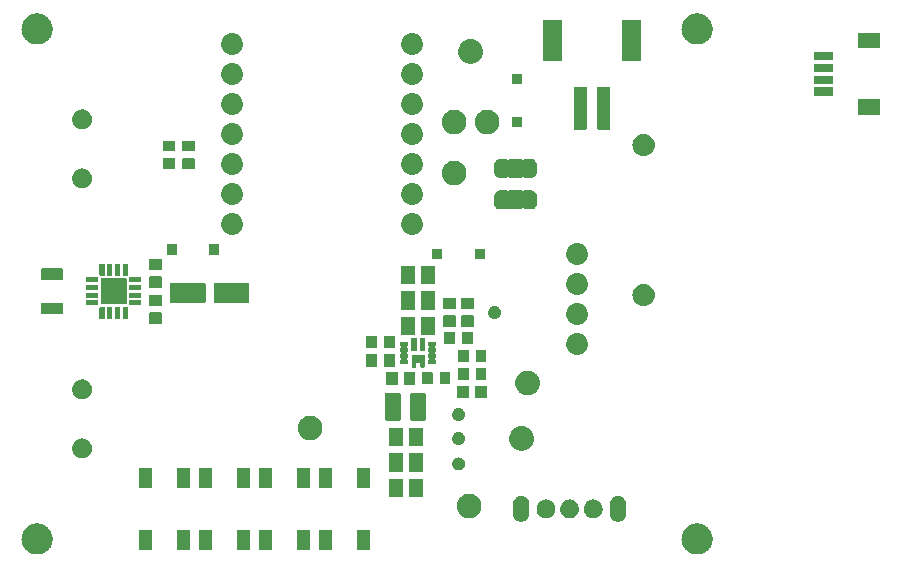
<source format=gbr>
%TF.GenerationSoftware,KiCad,Pcbnew,7.0.8*%
%TF.CreationDate,2024-01-07T13:32:43-05:00*%
%TF.ProjectId,destinationAutomation_v4.5,64657374-696e-4617-9469-6f6e4175746f,02*%
%TF.SameCoordinates,Original*%
%TF.FileFunction,Soldermask,Top*%
%TF.FilePolarity,Negative*%
%FSLAX46Y46*%
G04 Gerber Fmt 4.6, Leading zero omitted, Abs format (unit mm)*
G04 Created by KiCad (PCBNEW 7.0.8) date 2024-01-07 13:32:43*
%MOMM*%
%LPD*%
G01*
G04 APERTURE LIST*
G04 APERTURE END LIST*
G36*
X86415492Y-128224855D02*
G01*
X86468978Y-128224855D01*
X86527924Y-128234691D01*
X86589216Y-128240054D01*
X86637355Y-128252952D01*
X86683954Y-128260729D01*
X86746462Y-128282188D01*
X86811467Y-128299606D01*
X86851286Y-128318174D01*
X86890095Y-128331497D01*
X86953857Y-128366003D01*
X87020000Y-128396846D01*
X87051136Y-128418648D01*
X87081783Y-128435233D01*
X87144168Y-128483789D01*
X87208480Y-128528821D01*
X87231146Y-128551487D01*
X87253775Y-128569100D01*
X87311903Y-128632244D01*
X87371179Y-128691520D01*
X87386141Y-128712888D01*
X87401392Y-128729455D01*
X87452271Y-128807332D01*
X87503154Y-128880000D01*
X87511647Y-128898213D01*
X87520596Y-128911911D01*
X87561217Y-129004518D01*
X87600394Y-129088533D01*
X87604042Y-129102148D01*
X87608150Y-129111513D01*
X87635660Y-129220151D01*
X87659946Y-129310784D01*
X87660649Y-129318830D01*
X87661653Y-129322791D01*
X87673404Y-129464609D01*
X87680000Y-129540000D01*
X87673403Y-129615396D01*
X87661653Y-129757208D01*
X87660650Y-129761168D01*
X87659946Y-129769216D01*
X87635656Y-129859866D01*
X87608150Y-129968486D01*
X87604042Y-129977849D01*
X87600394Y-129991467D01*
X87561210Y-130075496D01*
X87520596Y-130168088D01*
X87511648Y-130181782D01*
X87503154Y-130200000D01*
X87452261Y-130272681D01*
X87401392Y-130350544D01*
X87386143Y-130367107D01*
X87371179Y-130388480D01*
X87311892Y-130447766D01*
X87253775Y-130510899D01*
X87231151Y-130528507D01*
X87208480Y-130551179D01*
X87144155Y-130596219D01*
X87081783Y-130644766D01*
X87051142Y-130661347D01*
X87020000Y-130683154D01*
X86953844Y-130714002D01*
X86890095Y-130748502D01*
X86851294Y-130761822D01*
X86811467Y-130780394D01*
X86746449Y-130797815D01*
X86683954Y-130819270D01*
X86637362Y-130827045D01*
X86589216Y-130839946D01*
X86527920Y-130845308D01*
X86468978Y-130855145D01*
X86415492Y-130855145D01*
X86360000Y-130860000D01*
X86304508Y-130855145D01*
X86251022Y-130855145D01*
X86192078Y-130845308D01*
X86130784Y-130839946D01*
X86082638Y-130827045D01*
X86036045Y-130819270D01*
X85973546Y-130797814D01*
X85908533Y-130780394D01*
X85868707Y-130761823D01*
X85829904Y-130748502D01*
X85766148Y-130713999D01*
X85700000Y-130683154D01*
X85668860Y-130661349D01*
X85638216Y-130644766D01*
X85575834Y-130596212D01*
X85511520Y-130551179D01*
X85488852Y-130528511D01*
X85466224Y-130510899D01*
X85408095Y-130447754D01*
X85348821Y-130388480D01*
X85333859Y-130367112D01*
X85318607Y-130350544D01*
X85267723Y-130272660D01*
X85216846Y-130200000D01*
X85208353Y-130181788D01*
X85199403Y-130168088D01*
X85158772Y-130075460D01*
X85119606Y-129991467D01*
X85115958Y-129977855D01*
X85111849Y-129968486D01*
X85084325Y-129859798D01*
X85060054Y-129769216D01*
X85059350Y-129761174D01*
X85058346Y-129757208D01*
X85046577Y-129615180D01*
X85040000Y-129540000D01*
X85046576Y-129464825D01*
X85058346Y-129322791D01*
X85059350Y-129318823D01*
X85060054Y-129310784D01*
X85084320Y-129220219D01*
X85111849Y-129111513D01*
X85115959Y-129102142D01*
X85119606Y-129088533D01*
X85158765Y-129004555D01*
X85199403Y-128911911D01*
X85208355Y-128898208D01*
X85216846Y-128880000D01*
X85267713Y-128807353D01*
X85318607Y-128729455D01*
X85333862Y-128712883D01*
X85348821Y-128691520D01*
X85408083Y-128632257D01*
X85466224Y-128569100D01*
X85488857Y-128551483D01*
X85511520Y-128528821D01*
X85575821Y-128483796D01*
X85638216Y-128435233D01*
X85668866Y-128418645D01*
X85700000Y-128396846D01*
X85766135Y-128366006D01*
X85829904Y-128331497D01*
X85868715Y-128318172D01*
X85908533Y-128299606D01*
X85973533Y-128282189D01*
X86036045Y-128260729D01*
X86082646Y-128252952D01*
X86130784Y-128240054D01*
X86192075Y-128234691D01*
X86251022Y-128224855D01*
X86304508Y-128224855D01*
X86360000Y-128220000D01*
X86415492Y-128224855D01*
G37*
G36*
X142295492Y-128224855D02*
G01*
X142348978Y-128224855D01*
X142407924Y-128234691D01*
X142469216Y-128240054D01*
X142517355Y-128252952D01*
X142563954Y-128260729D01*
X142626462Y-128282188D01*
X142691467Y-128299606D01*
X142731286Y-128318174D01*
X142770095Y-128331497D01*
X142833857Y-128366003D01*
X142900000Y-128396846D01*
X142931136Y-128418648D01*
X142961783Y-128435233D01*
X143024168Y-128483789D01*
X143088480Y-128528821D01*
X143111146Y-128551487D01*
X143133775Y-128569100D01*
X143191903Y-128632244D01*
X143251179Y-128691520D01*
X143266141Y-128712888D01*
X143281392Y-128729455D01*
X143332271Y-128807332D01*
X143383154Y-128880000D01*
X143391647Y-128898213D01*
X143400596Y-128911911D01*
X143441217Y-129004518D01*
X143480394Y-129088533D01*
X143484042Y-129102148D01*
X143488150Y-129111513D01*
X143515660Y-129220151D01*
X143539946Y-129310784D01*
X143540649Y-129318830D01*
X143541653Y-129322791D01*
X143553404Y-129464609D01*
X143560000Y-129540000D01*
X143553403Y-129615396D01*
X143541653Y-129757208D01*
X143540650Y-129761168D01*
X143539946Y-129769216D01*
X143515656Y-129859866D01*
X143488150Y-129968486D01*
X143484042Y-129977849D01*
X143480394Y-129991467D01*
X143441210Y-130075496D01*
X143400596Y-130168088D01*
X143391648Y-130181782D01*
X143383154Y-130200000D01*
X143332261Y-130272681D01*
X143281392Y-130350544D01*
X143266143Y-130367107D01*
X143251179Y-130388480D01*
X143191892Y-130447766D01*
X143133775Y-130510899D01*
X143111151Y-130528507D01*
X143088480Y-130551179D01*
X143024155Y-130596219D01*
X142961783Y-130644766D01*
X142931142Y-130661347D01*
X142900000Y-130683154D01*
X142833844Y-130714002D01*
X142770095Y-130748502D01*
X142731294Y-130761822D01*
X142691467Y-130780394D01*
X142626449Y-130797815D01*
X142563954Y-130819270D01*
X142517362Y-130827045D01*
X142469216Y-130839946D01*
X142407920Y-130845308D01*
X142348978Y-130855145D01*
X142295492Y-130855145D01*
X142240000Y-130860000D01*
X142184508Y-130855145D01*
X142131022Y-130855145D01*
X142072078Y-130845308D01*
X142010784Y-130839946D01*
X141962638Y-130827045D01*
X141916045Y-130819270D01*
X141853546Y-130797814D01*
X141788533Y-130780394D01*
X141748707Y-130761823D01*
X141709904Y-130748502D01*
X141646148Y-130713999D01*
X141580000Y-130683154D01*
X141548860Y-130661349D01*
X141518216Y-130644766D01*
X141455834Y-130596212D01*
X141391520Y-130551179D01*
X141368852Y-130528511D01*
X141346224Y-130510899D01*
X141288095Y-130447754D01*
X141228821Y-130388480D01*
X141213859Y-130367112D01*
X141198607Y-130350544D01*
X141147723Y-130272660D01*
X141096846Y-130200000D01*
X141088353Y-130181788D01*
X141079403Y-130168088D01*
X141038772Y-130075460D01*
X140999606Y-129991467D01*
X140995958Y-129977855D01*
X140991849Y-129968486D01*
X140964325Y-129859798D01*
X140940054Y-129769216D01*
X140939350Y-129761174D01*
X140938346Y-129757208D01*
X140926577Y-129615180D01*
X140920000Y-129540000D01*
X140926576Y-129464825D01*
X140938346Y-129322791D01*
X140939350Y-129318823D01*
X140940054Y-129310784D01*
X140964320Y-129220219D01*
X140991849Y-129111513D01*
X140995959Y-129102142D01*
X140999606Y-129088533D01*
X141038765Y-129004555D01*
X141079403Y-128911911D01*
X141088355Y-128898208D01*
X141096846Y-128880000D01*
X141147713Y-128807353D01*
X141198607Y-128729455D01*
X141213862Y-128712883D01*
X141228821Y-128691520D01*
X141288083Y-128632257D01*
X141346224Y-128569100D01*
X141368857Y-128551483D01*
X141391520Y-128528821D01*
X141455821Y-128483796D01*
X141518216Y-128435233D01*
X141548866Y-128418645D01*
X141580000Y-128396846D01*
X141646135Y-128366006D01*
X141709904Y-128331497D01*
X141748715Y-128318172D01*
X141788533Y-128299606D01*
X141853533Y-128282189D01*
X141916045Y-128260729D01*
X141962646Y-128252952D01*
X142010784Y-128240054D01*
X142072075Y-128234691D01*
X142131022Y-128224855D01*
X142184508Y-128224855D01*
X142240000Y-128220000D01*
X142295492Y-128224855D01*
G37*
G36*
X96074134Y-128803806D02*
G01*
X96090355Y-128814645D01*
X96101194Y-128830866D01*
X96105000Y-128850000D01*
X96105000Y-130400000D01*
X96101194Y-130419134D01*
X96090355Y-130435355D01*
X96074134Y-130446194D01*
X96055000Y-130450000D01*
X95055000Y-130450000D01*
X95035866Y-130446194D01*
X95019645Y-130435355D01*
X95008806Y-130419134D01*
X95005000Y-130400000D01*
X95005000Y-128850000D01*
X95008806Y-128830866D01*
X95019645Y-128814645D01*
X95035866Y-128803806D01*
X95055000Y-128800000D01*
X96055000Y-128800000D01*
X96074134Y-128803806D01*
G37*
G36*
X99274134Y-128803806D02*
G01*
X99290355Y-128814645D01*
X99301194Y-128830866D01*
X99305000Y-128850000D01*
X99305000Y-130400000D01*
X99301194Y-130419134D01*
X99290355Y-130435355D01*
X99274134Y-130446194D01*
X99255000Y-130450000D01*
X98255000Y-130450000D01*
X98235866Y-130446194D01*
X98219645Y-130435355D01*
X98208806Y-130419134D01*
X98205000Y-130400000D01*
X98205000Y-128850000D01*
X98208806Y-128830866D01*
X98219645Y-128814645D01*
X98235866Y-128803806D01*
X98255000Y-128800000D01*
X99255000Y-128800000D01*
X99274134Y-128803806D01*
G37*
G36*
X101154134Y-128803806D02*
G01*
X101170355Y-128814645D01*
X101181194Y-128830866D01*
X101185000Y-128850000D01*
X101185000Y-130400000D01*
X101181194Y-130419134D01*
X101170355Y-130435355D01*
X101154134Y-130446194D01*
X101135000Y-130450000D01*
X100135000Y-130450000D01*
X100115866Y-130446194D01*
X100099645Y-130435355D01*
X100088806Y-130419134D01*
X100085000Y-130400000D01*
X100085000Y-128850000D01*
X100088806Y-128830866D01*
X100099645Y-128814645D01*
X100115866Y-128803806D01*
X100135000Y-128800000D01*
X101135000Y-128800000D01*
X101154134Y-128803806D01*
G37*
G36*
X104354134Y-128803806D02*
G01*
X104370355Y-128814645D01*
X104381194Y-128830866D01*
X104385000Y-128850000D01*
X104385000Y-130400000D01*
X104381194Y-130419134D01*
X104370355Y-130435355D01*
X104354134Y-130446194D01*
X104335000Y-130450000D01*
X103335000Y-130450000D01*
X103315866Y-130446194D01*
X103299645Y-130435355D01*
X103288806Y-130419134D01*
X103285000Y-130400000D01*
X103285000Y-128850000D01*
X103288806Y-128830866D01*
X103299645Y-128814645D01*
X103315866Y-128803806D01*
X103335000Y-128800000D01*
X104335000Y-128800000D01*
X104354134Y-128803806D01*
G37*
G36*
X106234134Y-128803806D02*
G01*
X106250355Y-128814645D01*
X106261194Y-128830866D01*
X106265000Y-128850000D01*
X106265000Y-130400000D01*
X106261194Y-130419134D01*
X106250355Y-130435355D01*
X106234134Y-130446194D01*
X106215000Y-130450000D01*
X105215000Y-130450000D01*
X105195866Y-130446194D01*
X105179645Y-130435355D01*
X105168806Y-130419134D01*
X105165000Y-130400000D01*
X105165000Y-128850000D01*
X105168806Y-128830866D01*
X105179645Y-128814645D01*
X105195866Y-128803806D01*
X105215000Y-128800000D01*
X106215000Y-128800000D01*
X106234134Y-128803806D01*
G37*
G36*
X109434134Y-128803806D02*
G01*
X109450355Y-128814645D01*
X109461194Y-128830866D01*
X109465000Y-128850000D01*
X109465000Y-130400000D01*
X109461194Y-130419134D01*
X109450355Y-130435355D01*
X109434134Y-130446194D01*
X109415000Y-130450000D01*
X108415000Y-130450000D01*
X108395866Y-130446194D01*
X108379645Y-130435355D01*
X108368806Y-130419134D01*
X108365000Y-130400000D01*
X108365000Y-128850000D01*
X108368806Y-128830866D01*
X108379645Y-128814645D01*
X108395866Y-128803806D01*
X108415000Y-128800000D01*
X109415000Y-128800000D01*
X109434134Y-128803806D01*
G37*
G36*
X111314134Y-128803806D02*
G01*
X111330355Y-128814645D01*
X111341194Y-128830866D01*
X111345000Y-128850000D01*
X111345000Y-130400000D01*
X111341194Y-130419134D01*
X111330355Y-130435355D01*
X111314134Y-130446194D01*
X111295000Y-130450000D01*
X110295000Y-130450000D01*
X110275866Y-130446194D01*
X110259645Y-130435355D01*
X110248806Y-130419134D01*
X110245000Y-130400000D01*
X110245000Y-128850000D01*
X110248806Y-128830866D01*
X110259645Y-128814645D01*
X110275866Y-128803806D01*
X110295000Y-128800000D01*
X111295000Y-128800000D01*
X111314134Y-128803806D01*
G37*
G36*
X114514134Y-128803806D02*
G01*
X114530355Y-128814645D01*
X114541194Y-128830866D01*
X114545000Y-128850000D01*
X114545000Y-130400000D01*
X114541194Y-130419134D01*
X114530355Y-130435355D01*
X114514134Y-130446194D01*
X114495000Y-130450000D01*
X113495000Y-130450000D01*
X113475866Y-130446194D01*
X113459645Y-130435355D01*
X113448806Y-130419134D01*
X113445000Y-130400000D01*
X113445000Y-128850000D01*
X113448806Y-128830866D01*
X113459645Y-128814645D01*
X113475866Y-128803806D01*
X113495000Y-128800000D01*
X114495000Y-128800000D01*
X114514134Y-128803806D01*
G37*
G36*
X127384599Y-125905104D02*
G01*
X127429376Y-125905104D01*
X127467083Y-125914398D01*
X127500620Y-125918177D01*
X127544005Y-125933357D01*
X127593223Y-125945489D01*
X127622323Y-125960761D01*
X127648442Y-125969901D01*
X127692579Y-125997634D01*
X127742645Y-126023911D01*
X127762766Y-126041736D01*
X127781043Y-126053221D01*
X127822307Y-126094485D01*
X127868958Y-126135814D01*
X127880817Y-126152995D01*
X127891778Y-126163956D01*
X127926246Y-126218812D01*
X127964819Y-126274694D01*
X127970084Y-126288578D01*
X127975098Y-126296557D01*
X127998797Y-126364288D01*
X128024659Y-126432479D01*
X128025722Y-126441236D01*
X128026822Y-126444379D01*
X128036075Y-126526497D01*
X128045000Y-126600000D01*
X128045000Y-127400000D01*
X128036073Y-127473515D01*
X128026822Y-127555620D01*
X128025722Y-127558762D01*
X128024659Y-127567521D01*
X127998793Y-127635723D01*
X127975098Y-127703442D01*
X127970085Y-127711418D01*
X127964819Y-127725306D01*
X127926239Y-127781197D01*
X127891778Y-127836043D01*
X127880819Y-127847001D01*
X127868958Y-127864186D01*
X127822298Y-127905522D01*
X127781043Y-127946778D01*
X127762770Y-127958259D01*
X127742645Y-127976089D01*
X127692569Y-128002370D01*
X127648442Y-128030098D01*
X127622329Y-128039235D01*
X127593223Y-128054511D01*
X127543995Y-128066644D01*
X127500620Y-128081822D01*
X127467091Y-128085599D01*
X127429376Y-128094896D01*
X127384591Y-128094896D01*
X127345000Y-128099357D01*
X127305409Y-128094896D01*
X127260624Y-128094896D01*
X127222909Y-128085600D01*
X127189379Y-128081822D01*
X127146001Y-128066643D01*
X127096777Y-128054511D01*
X127067672Y-128039236D01*
X127041557Y-128030098D01*
X126997424Y-128002367D01*
X126947355Y-127976089D01*
X126927232Y-127958261D01*
X126908956Y-127946778D01*
X126867692Y-127905514D01*
X126821042Y-127864186D01*
X126809182Y-127847004D01*
X126798221Y-127836043D01*
X126763748Y-127781181D01*
X126725181Y-127725306D01*
X126719915Y-127711422D01*
X126714901Y-127703442D01*
X126691193Y-127635688D01*
X126665341Y-127567521D01*
X126664278Y-127558766D01*
X126663177Y-127555620D01*
X126653919Y-127473459D01*
X126645000Y-127400000D01*
X126645000Y-126600000D01*
X126653918Y-126526553D01*
X126663177Y-126444379D01*
X126664278Y-126441231D01*
X126665341Y-126432479D01*
X126691189Y-126364322D01*
X126714901Y-126296557D01*
X126719916Y-126288574D01*
X126725181Y-126274694D01*
X126763741Y-126218828D01*
X126798221Y-126163956D01*
X126809184Y-126152992D01*
X126821042Y-126135814D01*
X126867684Y-126094492D01*
X126908956Y-126053221D01*
X126927236Y-126041734D01*
X126947355Y-126023911D01*
X126997414Y-125997637D01*
X127041557Y-125969901D01*
X127067678Y-125960760D01*
X127096777Y-125945489D01*
X127145991Y-125933358D01*
X127189379Y-125918177D01*
X127222917Y-125914398D01*
X127260624Y-125905104D01*
X127305400Y-125905104D01*
X127345000Y-125900642D01*
X127384599Y-125905104D01*
G37*
G36*
X135584599Y-125905104D02*
G01*
X135629376Y-125905104D01*
X135667083Y-125914398D01*
X135700620Y-125918177D01*
X135744005Y-125933357D01*
X135793223Y-125945489D01*
X135822323Y-125960761D01*
X135848442Y-125969901D01*
X135892579Y-125997634D01*
X135942645Y-126023911D01*
X135962766Y-126041736D01*
X135981043Y-126053221D01*
X136022307Y-126094485D01*
X136068958Y-126135814D01*
X136080817Y-126152995D01*
X136091778Y-126163956D01*
X136126246Y-126218812D01*
X136164819Y-126274694D01*
X136170084Y-126288578D01*
X136175098Y-126296557D01*
X136198797Y-126364288D01*
X136224659Y-126432479D01*
X136225722Y-126441236D01*
X136226822Y-126444379D01*
X136236075Y-126526497D01*
X136245000Y-126600000D01*
X136245000Y-127400000D01*
X136236073Y-127473515D01*
X136226822Y-127555620D01*
X136225722Y-127558762D01*
X136224659Y-127567521D01*
X136198793Y-127635723D01*
X136175098Y-127703442D01*
X136170085Y-127711418D01*
X136164819Y-127725306D01*
X136126239Y-127781197D01*
X136091778Y-127836043D01*
X136080819Y-127847001D01*
X136068958Y-127864186D01*
X136022298Y-127905522D01*
X135981043Y-127946778D01*
X135962770Y-127958259D01*
X135942645Y-127976089D01*
X135892569Y-128002370D01*
X135848442Y-128030098D01*
X135822329Y-128039235D01*
X135793223Y-128054511D01*
X135743995Y-128066644D01*
X135700620Y-128081822D01*
X135667091Y-128085599D01*
X135629376Y-128094896D01*
X135584591Y-128094896D01*
X135545000Y-128099357D01*
X135505409Y-128094896D01*
X135460624Y-128094896D01*
X135422909Y-128085600D01*
X135389379Y-128081822D01*
X135346001Y-128066643D01*
X135296777Y-128054511D01*
X135267672Y-128039236D01*
X135241557Y-128030098D01*
X135197424Y-128002367D01*
X135147355Y-127976089D01*
X135127232Y-127958261D01*
X135108956Y-127946778D01*
X135067692Y-127905514D01*
X135021042Y-127864186D01*
X135009182Y-127847004D01*
X134998221Y-127836043D01*
X134963748Y-127781181D01*
X134925181Y-127725306D01*
X134919915Y-127711422D01*
X134914901Y-127703442D01*
X134891193Y-127635688D01*
X134865341Y-127567521D01*
X134864278Y-127558766D01*
X134863177Y-127555620D01*
X134853919Y-127473459D01*
X134845000Y-127400000D01*
X134845000Y-126600000D01*
X134853918Y-126526553D01*
X134863177Y-126444379D01*
X134864278Y-126441231D01*
X134865341Y-126432479D01*
X134891189Y-126364322D01*
X134914901Y-126296557D01*
X134919916Y-126288574D01*
X134925181Y-126274694D01*
X134963741Y-126218828D01*
X134998221Y-126163956D01*
X135009184Y-126152992D01*
X135021042Y-126135814D01*
X135067684Y-126094492D01*
X135108956Y-126053221D01*
X135127236Y-126041734D01*
X135147355Y-126023911D01*
X135197414Y-125997637D01*
X135241557Y-125969901D01*
X135267678Y-125960760D01*
X135296777Y-125945489D01*
X135345991Y-125933358D01*
X135389379Y-125918177D01*
X135422917Y-125914398D01*
X135460624Y-125905104D01*
X135505400Y-125905104D01*
X135545000Y-125900642D01*
X135584599Y-125905104D01*
G37*
G36*
X129488834Y-126204939D02*
G01*
X129528563Y-126204939D01*
X129573381Y-126214465D01*
X129623017Y-126220058D01*
X129659108Y-126232686D01*
X129692042Y-126239687D01*
X129739508Y-126260819D01*
X129792107Y-126279225D01*
X129819482Y-126296426D01*
X129844719Y-126307662D01*
X129891774Y-126341850D01*
X129943792Y-126374535D01*
X129962474Y-126393217D01*
X129979929Y-126405899D01*
X130023083Y-126453826D01*
X130070465Y-126501208D01*
X130081362Y-126518550D01*
X130091763Y-126530102D01*
X130127342Y-126591727D01*
X130165775Y-126652893D01*
X130170574Y-126666608D01*
X130175325Y-126674837D01*
X130199653Y-126749712D01*
X130224942Y-126821983D01*
X130225900Y-126830493D01*
X130226971Y-126833787D01*
X130236669Y-126926068D01*
X130245000Y-127000000D01*
X130236669Y-127073937D01*
X130226971Y-127166212D01*
X130225901Y-127169504D01*
X130224942Y-127178017D01*
X130199649Y-127250300D01*
X130175325Y-127325162D01*
X130170575Y-127333389D01*
X130165775Y-127347107D01*
X130127334Y-127408283D01*
X130091763Y-127469897D01*
X130081364Y-127481445D01*
X130070465Y-127498792D01*
X130023074Y-127546182D01*
X129979929Y-127594100D01*
X129962477Y-127606779D01*
X129943792Y-127625465D01*
X129891764Y-127658156D01*
X129844719Y-127692337D01*
X129819488Y-127703570D01*
X129792107Y-127720775D01*
X129739497Y-127739183D01*
X129692042Y-127760312D01*
X129659113Y-127767311D01*
X129623017Y-127779942D01*
X129573378Y-127785534D01*
X129528563Y-127795061D01*
X129488834Y-127795061D01*
X129445000Y-127800000D01*
X129401166Y-127795061D01*
X129361437Y-127795061D01*
X129316620Y-127785534D01*
X129266983Y-127779942D01*
X129230887Y-127767311D01*
X129197957Y-127760312D01*
X129150497Y-127739182D01*
X129097893Y-127720775D01*
X129070514Y-127703571D01*
X129045280Y-127692337D01*
X128998228Y-127658151D01*
X128946208Y-127625465D01*
X128927524Y-127606781D01*
X128910070Y-127594100D01*
X128866915Y-127546172D01*
X128819535Y-127498792D01*
X128808637Y-127481449D01*
X128798236Y-127469897D01*
X128762652Y-127408264D01*
X128724225Y-127347107D01*
X128719426Y-127333393D01*
X128714674Y-127325162D01*
X128690336Y-127250260D01*
X128665058Y-127178017D01*
X128664099Y-127169509D01*
X128663028Y-127166212D01*
X128653316Y-127073805D01*
X128645000Y-127000000D01*
X128653315Y-126926200D01*
X128663028Y-126833787D01*
X128664099Y-126830488D01*
X128665058Y-126821983D01*
X128690332Y-126749752D01*
X128714674Y-126674837D01*
X128719427Y-126666603D01*
X128724225Y-126652893D01*
X128762645Y-126591746D01*
X128798236Y-126530102D01*
X128808639Y-126518547D01*
X128819535Y-126501208D01*
X128866907Y-126453835D01*
X128910072Y-126405897D01*
X128927529Y-126393213D01*
X128946208Y-126374535D01*
X128998224Y-126341850D01*
X129045279Y-126307664D01*
X129070512Y-126296429D01*
X129097893Y-126279225D01*
X129150492Y-126260819D01*
X129197957Y-126239687D01*
X129230893Y-126232686D01*
X129266983Y-126220058D01*
X129316617Y-126214465D01*
X129361437Y-126204939D01*
X129401166Y-126204939D01*
X129445000Y-126200000D01*
X129488834Y-126204939D01*
G37*
G36*
X131488834Y-126204939D02*
G01*
X131528563Y-126204939D01*
X131573381Y-126214465D01*
X131623017Y-126220058D01*
X131659108Y-126232686D01*
X131692042Y-126239687D01*
X131739508Y-126260819D01*
X131792107Y-126279225D01*
X131819482Y-126296426D01*
X131844719Y-126307662D01*
X131891774Y-126341850D01*
X131943792Y-126374535D01*
X131962474Y-126393217D01*
X131979929Y-126405899D01*
X132023083Y-126453826D01*
X132070465Y-126501208D01*
X132081362Y-126518550D01*
X132091763Y-126530102D01*
X132127342Y-126591727D01*
X132165775Y-126652893D01*
X132170574Y-126666608D01*
X132175325Y-126674837D01*
X132199653Y-126749712D01*
X132224942Y-126821983D01*
X132225900Y-126830493D01*
X132226971Y-126833787D01*
X132236669Y-126926068D01*
X132245000Y-127000000D01*
X132236669Y-127073937D01*
X132226971Y-127166212D01*
X132225901Y-127169504D01*
X132224942Y-127178017D01*
X132199649Y-127250300D01*
X132175325Y-127325162D01*
X132170575Y-127333389D01*
X132165775Y-127347107D01*
X132127334Y-127408283D01*
X132091763Y-127469897D01*
X132081364Y-127481445D01*
X132070465Y-127498792D01*
X132023074Y-127546182D01*
X131979929Y-127594100D01*
X131962477Y-127606779D01*
X131943792Y-127625465D01*
X131891764Y-127658156D01*
X131844719Y-127692337D01*
X131819488Y-127703570D01*
X131792107Y-127720775D01*
X131739497Y-127739183D01*
X131692042Y-127760312D01*
X131659113Y-127767311D01*
X131623017Y-127779942D01*
X131573378Y-127785534D01*
X131528563Y-127795061D01*
X131488834Y-127795061D01*
X131445000Y-127800000D01*
X131401166Y-127795061D01*
X131361437Y-127795061D01*
X131316620Y-127785534D01*
X131266983Y-127779942D01*
X131230887Y-127767311D01*
X131197957Y-127760312D01*
X131150497Y-127739182D01*
X131097893Y-127720775D01*
X131070514Y-127703571D01*
X131045280Y-127692337D01*
X130998228Y-127658151D01*
X130946208Y-127625465D01*
X130927524Y-127606781D01*
X130910070Y-127594100D01*
X130866915Y-127546172D01*
X130819535Y-127498792D01*
X130808637Y-127481449D01*
X130798236Y-127469897D01*
X130762652Y-127408264D01*
X130724225Y-127347107D01*
X130719426Y-127333393D01*
X130714674Y-127325162D01*
X130690336Y-127250260D01*
X130665058Y-127178017D01*
X130664099Y-127169509D01*
X130663028Y-127166212D01*
X130653316Y-127073805D01*
X130645000Y-127000000D01*
X130653315Y-126926200D01*
X130663028Y-126833787D01*
X130664099Y-126830488D01*
X130665058Y-126821983D01*
X130690332Y-126749752D01*
X130714674Y-126674837D01*
X130719427Y-126666603D01*
X130724225Y-126652893D01*
X130762645Y-126591746D01*
X130798236Y-126530102D01*
X130808639Y-126518547D01*
X130819535Y-126501208D01*
X130866907Y-126453835D01*
X130910072Y-126405897D01*
X130927529Y-126393213D01*
X130946208Y-126374535D01*
X130998224Y-126341850D01*
X131045279Y-126307664D01*
X131070512Y-126296429D01*
X131097893Y-126279225D01*
X131150492Y-126260819D01*
X131197957Y-126239687D01*
X131230893Y-126232686D01*
X131266983Y-126220058D01*
X131316617Y-126214465D01*
X131361437Y-126204939D01*
X131401166Y-126204939D01*
X131445000Y-126200000D01*
X131488834Y-126204939D01*
G37*
G36*
X133488834Y-126204939D02*
G01*
X133528563Y-126204939D01*
X133573381Y-126214465D01*
X133623017Y-126220058D01*
X133659108Y-126232686D01*
X133692042Y-126239687D01*
X133739508Y-126260819D01*
X133792107Y-126279225D01*
X133819482Y-126296426D01*
X133844719Y-126307662D01*
X133891774Y-126341850D01*
X133943792Y-126374535D01*
X133962474Y-126393217D01*
X133979929Y-126405899D01*
X134023083Y-126453826D01*
X134070465Y-126501208D01*
X134081362Y-126518550D01*
X134091763Y-126530102D01*
X134127342Y-126591727D01*
X134165775Y-126652893D01*
X134170574Y-126666608D01*
X134175325Y-126674837D01*
X134199653Y-126749712D01*
X134224942Y-126821983D01*
X134225900Y-126830493D01*
X134226971Y-126833787D01*
X134236669Y-126926068D01*
X134245000Y-127000000D01*
X134236669Y-127073937D01*
X134226971Y-127166212D01*
X134225901Y-127169504D01*
X134224942Y-127178017D01*
X134199649Y-127250300D01*
X134175325Y-127325162D01*
X134170575Y-127333389D01*
X134165775Y-127347107D01*
X134127334Y-127408283D01*
X134091763Y-127469897D01*
X134081364Y-127481445D01*
X134070465Y-127498792D01*
X134023074Y-127546182D01*
X133979929Y-127594100D01*
X133962477Y-127606779D01*
X133943792Y-127625465D01*
X133891764Y-127658156D01*
X133844719Y-127692337D01*
X133819488Y-127703570D01*
X133792107Y-127720775D01*
X133739497Y-127739183D01*
X133692042Y-127760312D01*
X133659113Y-127767311D01*
X133623017Y-127779942D01*
X133573378Y-127785534D01*
X133528563Y-127795061D01*
X133488834Y-127795061D01*
X133445000Y-127800000D01*
X133401166Y-127795061D01*
X133361437Y-127795061D01*
X133316620Y-127785534D01*
X133266983Y-127779942D01*
X133230887Y-127767311D01*
X133197957Y-127760312D01*
X133150497Y-127739182D01*
X133097893Y-127720775D01*
X133070514Y-127703571D01*
X133045280Y-127692337D01*
X132998228Y-127658151D01*
X132946208Y-127625465D01*
X132927524Y-127606781D01*
X132910070Y-127594100D01*
X132866915Y-127546172D01*
X132819535Y-127498792D01*
X132808637Y-127481449D01*
X132798236Y-127469897D01*
X132762652Y-127408264D01*
X132724225Y-127347107D01*
X132719426Y-127333393D01*
X132714674Y-127325162D01*
X132690336Y-127250260D01*
X132665058Y-127178017D01*
X132664099Y-127169509D01*
X132663028Y-127166212D01*
X132653316Y-127073805D01*
X132645000Y-127000000D01*
X132653315Y-126926200D01*
X132663028Y-126833787D01*
X132664099Y-126830488D01*
X132665058Y-126821983D01*
X132690332Y-126749752D01*
X132714674Y-126674837D01*
X132719427Y-126666603D01*
X132724225Y-126652893D01*
X132762645Y-126591746D01*
X132798236Y-126530102D01*
X132808639Y-126518547D01*
X132819535Y-126501208D01*
X132866907Y-126453835D01*
X132910072Y-126405897D01*
X132927529Y-126393213D01*
X132946208Y-126374535D01*
X132998224Y-126341850D01*
X133045279Y-126307664D01*
X133070512Y-126296429D01*
X133097893Y-126279225D01*
X133150492Y-126260819D01*
X133197957Y-126239687D01*
X133230893Y-126232686D01*
X133266983Y-126220058D01*
X133316617Y-126214465D01*
X133361437Y-126204939D01*
X133401166Y-126204939D01*
X133445000Y-126200000D01*
X133488834Y-126204939D01*
G37*
G36*
X122985884Y-125700913D02*
G01*
X123032842Y-125700913D01*
X123085134Y-125710688D01*
X123140845Y-125716175D01*
X123183169Y-125729013D01*
X123223227Y-125736502D01*
X123278706Y-125757994D01*
X123337818Y-125775926D01*
X123371591Y-125793978D01*
X123403831Y-125806468D01*
X123459853Y-125841155D01*
X123519349Y-125872957D01*
X123544345Y-125893471D01*
X123568500Y-125908427D01*
X123622024Y-125957220D01*
X123678462Y-126003538D01*
X123695185Y-126023915D01*
X123711638Y-126038914D01*
X123759401Y-126102162D01*
X123809043Y-126162651D01*
X123818642Y-126180610D01*
X123828356Y-126193473D01*
X123866996Y-126271074D01*
X123906074Y-126344182D01*
X123910242Y-126357922D01*
X123914689Y-126366853D01*
X123940959Y-126459183D01*
X123965825Y-126541155D01*
X123966641Y-126549448D01*
X123967693Y-126553143D01*
X123978627Y-126671144D01*
X123986000Y-126746000D01*
X123978626Y-126820861D01*
X123967693Y-126938856D01*
X123966641Y-126942550D01*
X123965825Y-126950845D01*
X123940954Y-127032831D01*
X123914689Y-127125146D01*
X123910242Y-127134074D01*
X123906074Y-127147818D01*
X123866989Y-127220939D01*
X123828356Y-127298526D01*
X123818644Y-127311386D01*
X123809043Y-127329349D01*
X123759391Y-127389849D01*
X123711638Y-127453085D01*
X123695188Y-127468080D01*
X123678462Y-127488462D01*
X123622013Y-127534788D01*
X123568500Y-127583572D01*
X123544350Y-127598524D01*
X123519349Y-127619043D01*
X123459841Y-127650850D01*
X123403831Y-127685531D01*
X123371598Y-127698017D01*
X123337818Y-127716074D01*
X123278694Y-127734008D01*
X123223227Y-127755497D01*
X123183176Y-127762983D01*
X123140845Y-127775825D01*
X123085131Y-127781312D01*
X123032842Y-127791087D01*
X122985884Y-127791087D01*
X122936000Y-127796000D01*
X122886116Y-127791087D01*
X122839158Y-127791087D01*
X122786868Y-127781312D01*
X122731155Y-127775825D01*
X122688824Y-127762984D01*
X122648772Y-127755497D01*
X122593300Y-127734007D01*
X122534182Y-127716074D01*
X122500404Y-127698019D01*
X122468168Y-127685531D01*
X122412150Y-127650846D01*
X122352651Y-127619043D01*
X122327652Y-127598527D01*
X122303499Y-127583572D01*
X122249976Y-127534780D01*
X122193538Y-127488462D01*
X122176814Y-127468083D01*
X122160361Y-127453085D01*
X122112595Y-127389833D01*
X122062957Y-127329349D01*
X122053358Y-127311390D01*
X122043643Y-127298526D01*
X122004995Y-127220911D01*
X121965926Y-127147818D01*
X121961758Y-127134080D01*
X121957310Y-127125146D01*
X121931029Y-127032778D01*
X121906175Y-126950845D01*
X121905358Y-126942555D01*
X121904306Y-126938856D01*
X121893356Y-126820689D01*
X121886000Y-126746000D01*
X121893355Y-126671316D01*
X121904306Y-126553143D01*
X121905358Y-126549443D01*
X121906175Y-126541155D01*
X121931024Y-126459236D01*
X121957310Y-126366853D01*
X121961759Y-126357917D01*
X121965926Y-126344182D01*
X122004988Y-126271101D01*
X122043643Y-126193473D01*
X122053359Y-126180605D01*
X122062957Y-126162651D01*
X122112586Y-126102177D01*
X122160361Y-126038914D01*
X122176817Y-126023912D01*
X122193538Y-126003538D01*
X122249965Y-125957228D01*
X122303499Y-125908427D01*
X122327657Y-125893468D01*
X122352651Y-125872957D01*
X122412138Y-125841159D01*
X122468168Y-125806468D01*
X122500411Y-125793976D01*
X122534182Y-125775926D01*
X122593288Y-125757996D01*
X122648772Y-125736502D01*
X122688831Y-125729013D01*
X122731155Y-125716175D01*
X122786864Y-125710688D01*
X122839158Y-125700913D01*
X122886116Y-125700913D01*
X122936000Y-125696000D01*
X122985884Y-125700913D01*
G37*
G36*
X117328634Y-124443306D02*
G01*
X117344855Y-124454145D01*
X117355694Y-124470366D01*
X117359500Y-124489500D01*
X117359500Y-125954500D01*
X117355694Y-125973634D01*
X117344855Y-125989855D01*
X117328634Y-126000694D01*
X117309500Y-126004500D01*
X116194500Y-126004500D01*
X116175366Y-126000694D01*
X116159145Y-125989855D01*
X116148306Y-125973634D01*
X116144500Y-125954500D01*
X116144500Y-124489500D01*
X116148306Y-124470366D01*
X116159145Y-124454145D01*
X116175366Y-124443306D01*
X116194500Y-124439500D01*
X117309500Y-124439500D01*
X117328634Y-124443306D01*
G37*
G36*
X119028634Y-124443306D02*
G01*
X119044855Y-124454145D01*
X119055694Y-124470366D01*
X119059500Y-124489500D01*
X119059500Y-125954500D01*
X119055694Y-125973634D01*
X119044855Y-125989855D01*
X119028634Y-126000694D01*
X119009500Y-126004500D01*
X117894500Y-126004500D01*
X117875366Y-126000694D01*
X117859145Y-125989855D01*
X117848306Y-125973634D01*
X117844500Y-125954500D01*
X117844500Y-124489500D01*
X117848306Y-124470366D01*
X117859145Y-124454145D01*
X117875366Y-124443306D01*
X117894500Y-124439500D01*
X119009500Y-124439500D01*
X119028634Y-124443306D01*
G37*
G36*
X96074134Y-123553806D02*
G01*
X96090355Y-123564645D01*
X96101194Y-123580866D01*
X96105000Y-123600000D01*
X96105000Y-125150000D01*
X96101194Y-125169134D01*
X96090355Y-125185355D01*
X96074134Y-125196194D01*
X96055000Y-125200000D01*
X95055000Y-125200000D01*
X95035866Y-125196194D01*
X95019645Y-125185355D01*
X95008806Y-125169134D01*
X95005000Y-125150000D01*
X95005000Y-123600000D01*
X95008806Y-123580866D01*
X95019645Y-123564645D01*
X95035866Y-123553806D01*
X95055000Y-123550000D01*
X96055000Y-123550000D01*
X96074134Y-123553806D01*
G37*
G36*
X99274134Y-123553806D02*
G01*
X99290355Y-123564645D01*
X99301194Y-123580866D01*
X99305000Y-123600000D01*
X99305000Y-125150000D01*
X99301194Y-125169134D01*
X99290355Y-125185355D01*
X99274134Y-125196194D01*
X99255000Y-125200000D01*
X98255000Y-125200000D01*
X98235866Y-125196194D01*
X98219645Y-125185355D01*
X98208806Y-125169134D01*
X98205000Y-125150000D01*
X98205000Y-123600000D01*
X98208806Y-123580866D01*
X98219645Y-123564645D01*
X98235866Y-123553806D01*
X98255000Y-123550000D01*
X99255000Y-123550000D01*
X99274134Y-123553806D01*
G37*
G36*
X101154134Y-123553806D02*
G01*
X101170355Y-123564645D01*
X101181194Y-123580866D01*
X101185000Y-123600000D01*
X101185000Y-125150000D01*
X101181194Y-125169134D01*
X101170355Y-125185355D01*
X101154134Y-125196194D01*
X101135000Y-125200000D01*
X100135000Y-125200000D01*
X100115866Y-125196194D01*
X100099645Y-125185355D01*
X100088806Y-125169134D01*
X100085000Y-125150000D01*
X100085000Y-123600000D01*
X100088806Y-123580866D01*
X100099645Y-123564645D01*
X100115866Y-123553806D01*
X100135000Y-123550000D01*
X101135000Y-123550000D01*
X101154134Y-123553806D01*
G37*
G36*
X104354134Y-123553806D02*
G01*
X104370355Y-123564645D01*
X104381194Y-123580866D01*
X104385000Y-123600000D01*
X104385000Y-125150000D01*
X104381194Y-125169134D01*
X104370355Y-125185355D01*
X104354134Y-125196194D01*
X104335000Y-125200000D01*
X103335000Y-125200000D01*
X103315866Y-125196194D01*
X103299645Y-125185355D01*
X103288806Y-125169134D01*
X103285000Y-125150000D01*
X103285000Y-123600000D01*
X103288806Y-123580866D01*
X103299645Y-123564645D01*
X103315866Y-123553806D01*
X103335000Y-123550000D01*
X104335000Y-123550000D01*
X104354134Y-123553806D01*
G37*
G36*
X106234134Y-123553806D02*
G01*
X106250355Y-123564645D01*
X106261194Y-123580866D01*
X106265000Y-123600000D01*
X106265000Y-125150000D01*
X106261194Y-125169134D01*
X106250355Y-125185355D01*
X106234134Y-125196194D01*
X106215000Y-125200000D01*
X105215000Y-125200000D01*
X105195866Y-125196194D01*
X105179645Y-125185355D01*
X105168806Y-125169134D01*
X105165000Y-125150000D01*
X105165000Y-123600000D01*
X105168806Y-123580866D01*
X105179645Y-123564645D01*
X105195866Y-123553806D01*
X105215000Y-123550000D01*
X106215000Y-123550000D01*
X106234134Y-123553806D01*
G37*
G36*
X109434134Y-123553806D02*
G01*
X109450355Y-123564645D01*
X109461194Y-123580866D01*
X109465000Y-123600000D01*
X109465000Y-125150000D01*
X109461194Y-125169134D01*
X109450355Y-125185355D01*
X109434134Y-125196194D01*
X109415000Y-125200000D01*
X108415000Y-125200000D01*
X108395866Y-125196194D01*
X108379645Y-125185355D01*
X108368806Y-125169134D01*
X108365000Y-125150000D01*
X108365000Y-123600000D01*
X108368806Y-123580866D01*
X108379645Y-123564645D01*
X108395866Y-123553806D01*
X108415000Y-123550000D01*
X109415000Y-123550000D01*
X109434134Y-123553806D01*
G37*
G36*
X111314134Y-123553806D02*
G01*
X111330355Y-123564645D01*
X111341194Y-123580866D01*
X111345000Y-123600000D01*
X111345000Y-125150000D01*
X111341194Y-125169134D01*
X111330355Y-125185355D01*
X111314134Y-125196194D01*
X111295000Y-125200000D01*
X110295000Y-125200000D01*
X110275866Y-125196194D01*
X110259645Y-125185355D01*
X110248806Y-125169134D01*
X110245000Y-125150000D01*
X110245000Y-123600000D01*
X110248806Y-123580866D01*
X110259645Y-123564645D01*
X110275866Y-123553806D01*
X110295000Y-123550000D01*
X111295000Y-123550000D01*
X111314134Y-123553806D01*
G37*
G36*
X114514134Y-123553806D02*
G01*
X114530355Y-123564645D01*
X114541194Y-123580866D01*
X114545000Y-123600000D01*
X114545000Y-125150000D01*
X114541194Y-125169134D01*
X114530355Y-125185355D01*
X114514134Y-125196194D01*
X114495000Y-125200000D01*
X113495000Y-125200000D01*
X113475866Y-125196194D01*
X113459645Y-125185355D01*
X113448806Y-125169134D01*
X113445000Y-125150000D01*
X113445000Y-123600000D01*
X113448806Y-123580866D01*
X113459645Y-123564645D01*
X113475866Y-123553806D01*
X113495000Y-123550000D01*
X114495000Y-123550000D01*
X114514134Y-123553806D01*
G37*
G36*
X117328634Y-122284306D02*
G01*
X117344855Y-122295145D01*
X117355694Y-122311366D01*
X117359500Y-122330500D01*
X117359500Y-123795500D01*
X117355694Y-123814634D01*
X117344855Y-123830855D01*
X117328634Y-123841694D01*
X117309500Y-123845500D01*
X116194500Y-123845500D01*
X116175366Y-123841694D01*
X116159145Y-123830855D01*
X116148306Y-123814634D01*
X116144500Y-123795500D01*
X116144500Y-122330500D01*
X116148306Y-122311366D01*
X116159145Y-122295145D01*
X116175366Y-122284306D01*
X116194500Y-122280500D01*
X117309500Y-122280500D01*
X117328634Y-122284306D01*
G37*
G36*
X119028634Y-122284306D02*
G01*
X119044855Y-122295145D01*
X119055694Y-122311366D01*
X119059500Y-122330500D01*
X119059500Y-123795500D01*
X119055694Y-123814634D01*
X119044855Y-123830855D01*
X119028634Y-123841694D01*
X119009500Y-123845500D01*
X117894500Y-123845500D01*
X117875366Y-123841694D01*
X117859145Y-123830855D01*
X117848306Y-123814634D01*
X117844500Y-123795500D01*
X117844500Y-122330500D01*
X117848306Y-122311366D01*
X117859145Y-122295145D01*
X117875366Y-122284306D01*
X117894500Y-122280500D01*
X119009500Y-122280500D01*
X119028634Y-122284306D01*
G37*
G36*
X122083087Y-122644751D02*
G01*
X122113205Y-122644751D01*
X122147740Y-122653262D01*
X122189350Y-122658741D01*
X122217830Y-122670537D01*
X122241769Y-122676438D01*
X122278062Y-122695486D01*
X122322000Y-122713686D01*
X122342048Y-122729069D01*
X122359012Y-122737973D01*
X122393695Y-122768699D01*
X122435909Y-122801091D01*
X122447905Y-122816724D01*
X122458122Y-122825776D01*
X122487417Y-122868218D01*
X122523314Y-122915000D01*
X122528725Y-122928064D01*
X122533338Y-122934747D01*
X122553353Y-122987522D01*
X122578259Y-123047650D01*
X122579376Y-123056137D01*
X122580294Y-123058557D01*
X122587402Y-123117098D01*
X122597000Y-123190000D01*
X122587401Y-123262908D01*
X122580294Y-123321442D01*
X122579376Y-123323860D01*
X122578259Y-123332350D01*
X122553348Y-123392488D01*
X122533338Y-123445252D01*
X122528726Y-123451933D01*
X122523314Y-123465000D01*
X122487410Y-123511790D01*
X122458122Y-123554223D01*
X122447907Y-123563272D01*
X122435909Y-123578909D01*
X122393686Y-123611306D01*
X122359012Y-123642026D01*
X122342052Y-123650927D01*
X122322000Y-123666314D01*
X122278053Y-123684517D01*
X122241769Y-123703561D01*
X122217835Y-123709460D01*
X122189350Y-123721259D01*
X122147738Y-123726737D01*
X122113205Y-123735249D01*
X122083087Y-123735249D01*
X122047000Y-123740000D01*
X122010913Y-123735249D01*
X121980795Y-123735249D01*
X121946261Y-123726737D01*
X121904650Y-123721259D01*
X121876165Y-123709460D01*
X121852230Y-123703561D01*
X121815941Y-123684515D01*
X121772000Y-123666314D01*
X121751949Y-123650928D01*
X121734987Y-123642026D01*
X121700305Y-123611301D01*
X121658091Y-123578909D01*
X121646094Y-123563274D01*
X121635877Y-123554223D01*
X121606579Y-123511777D01*
X121570686Y-123465000D01*
X121565275Y-123451936D01*
X121560661Y-123445252D01*
X121540639Y-123392460D01*
X121515741Y-123332350D01*
X121514623Y-123323864D01*
X121513705Y-123321442D01*
X121506585Y-123262810D01*
X121497000Y-123190000D01*
X121506584Y-123117195D01*
X121513705Y-123058557D01*
X121514624Y-123056133D01*
X121515741Y-123047650D01*
X121540634Y-122987550D01*
X121560661Y-122934747D01*
X121565276Y-122928060D01*
X121570686Y-122915000D01*
X121606572Y-122868231D01*
X121635877Y-122825776D01*
X121646097Y-122816721D01*
X121658091Y-122801091D01*
X121700297Y-122768705D01*
X121734987Y-122737973D01*
X121751953Y-122729068D01*
X121772000Y-122713686D01*
X121815932Y-122695488D01*
X121852230Y-122676438D01*
X121876170Y-122670537D01*
X121904650Y-122658741D01*
X121946258Y-122653263D01*
X121980795Y-122644751D01*
X122010913Y-122644751D01*
X122047000Y-122640000D01*
X122083087Y-122644751D01*
G37*
G36*
X90212286Y-121034656D02*
G01*
X90258849Y-121034656D01*
X90299056Y-121043202D01*
X90335734Y-121046815D01*
X90381815Y-121060793D01*
X90432664Y-121071602D01*
X90465201Y-121086088D01*
X90495093Y-121095156D01*
X90542592Y-121120545D01*
X90595000Y-121143878D01*
X90619365Y-121161580D01*
X90641959Y-121173657D01*
X90688046Y-121211480D01*
X90738761Y-121248327D01*
X90755228Y-121266616D01*
X90770692Y-121279307D01*
X90812254Y-121329950D01*
X90857664Y-121380383D01*
X90867201Y-121396902D01*
X90876342Y-121408040D01*
X90910147Y-121471286D01*
X90946514Y-121534274D01*
X90950697Y-121547151D01*
X90954843Y-121554906D01*
X90977702Y-121630262D01*
X91001425Y-121703275D01*
X91002259Y-121711218D01*
X91003184Y-121714265D01*
X91012179Y-121805592D01*
X91020000Y-121880000D01*
X91012178Y-121954414D01*
X91003184Y-122045734D01*
X91002260Y-122048779D01*
X91001425Y-122056725D01*
X90977697Y-122129751D01*
X90954843Y-122205093D01*
X90950698Y-122212846D01*
X90946514Y-122225726D01*
X90910140Y-122288726D01*
X90876342Y-122351959D01*
X90867203Y-122363093D01*
X90857664Y-122379617D01*
X90812245Y-122430059D01*
X90770692Y-122480692D01*
X90755232Y-122493379D01*
X90738761Y-122511673D01*
X90688035Y-122548527D01*
X90641959Y-122586342D01*
X90619370Y-122598415D01*
X90595000Y-122616122D01*
X90542581Y-122639459D01*
X90495093Y-122664843D01*
X90465208Y-122673908D01*
X90432664Y-122688398D01*
X90381804Y-122699208D01*
X90335734Y-122713184D01*
X90299064Y-122716795D01*
X90258849Y-122725344D01*
X90212276Y-122725344D01*
X90170000Y-122729508D01*
X90127724Y-122725344D01*
X90081151Y-122725344D01*
X90040935Y-122716795D01*
X90004265Y-122713184D01*
X89958192Y-122699207D01*
X89907336Y-122688398D01*
X89874793Y-122673909D01*
X89844906Y-122664843D01*
X89797412Y-122639457D01*
X89745000Y-122616122D01*
X89720632Y-122598417D01*
X89698040Y-122586342D01*
X89651955Y-122548520D01*
X89601239Y-122511673D01*
X89584770Y-122493382D01*
X89569307Y-122480692D01*
X89527743Y-122430047D01*
X89482336Y-122379617D01*
X89472798Y-122363097D01*
X89463657Y-122351959D01*
X89429846Y-122288702D01*
X89393486Y-122225726D01*
X89389302Y-122212851D01*
X89385156Y-122205093D01*
X89362287Y-122129704D01*
X89338575Y-122056725D01*
X89337740Y-122048784D01*
X89336815Y-122045734D01*
X89327805Y-121954263D01*
X89320000Y-121880000D01*
X89327804Y-121805743D01*
X89336815Y-121714265D01*
X89337740Y-121711213D01*
X89338575Y-121703275D01*
X89362282Y-121630309D01*
X89385156Y-121554906D01*
X89389303Y-121547146D01*
X89393486Y-121534274D01*
X89429838Y-121471309D01*
X89463657Y-121408040D01*
X89472800Y-121396898D01*
X89482336Y-121380383D01*
X89527734Y-121329963D01*
X89569307Y-121279307D01*
X89584773Y-121266613D01*
X89601239Y-121248327D01*
X89651944Y-121211486D01*
X89698040Y-121173657D01*
X89720637Y-121161578D01*
X89745000Y-121143878D01*
X89797401Y-121120547D01*
X89844906Y-121095156D01*
X89874800Y-121086087D01*
X89907336Y-121071602D01*
X89958181Y-121060794D01*
X90004265Y-121046815D01*
X90040944Y-121043202D01*
X90081151Y-121034656D01*
X90127713Y-121034656D01*
X90170000Y-121030491D01*
X90212286Y-121034656D01*
G37*
G36*
X127430884Y-119985913D02*
G01*
X127477842Y-119985913D01*
X127530134Y-119995688D01*
X127585845Y-120001175D01*
X127628169Y-120014013D01*
X127668227Y-120021502D01*
X127723706Y-120042994D01*
X127782818Y-120060926D01*
X127816591Y-120078978D01*
X127848831Y-120091468D01*
X127904853Y-120126155D01*
X127964349Y-120157957D01*
X127989345Y-120178471D01*
X128013500Y-120193427D01*
X128067024Y-120242220D01*
X128123462Y-120288538D01*
X128140185Y-120308915D01*
X128156638Y-120323914D01*
X128204401Y-120387162D01*
X128254043Y-120447651D01*
X128263642Y-120465610D01*
X128273356Y-120478473D01*
X128311996Y-120556074D01*
X128351074Y-120629182D01*
X128355242Y-120642922D01*
X128359689Y-120651853D01*
X128385959Y-120744183D01*
X128410825Y-120826155D01*
X128411641Y-120834448D01*
X128412693Y-120838143D01*
X128423627Y-120956144D01*
X128431000Y-121031000D01*
X128423626Y-121105861D01*
X128412693Y-121223856D01*
X128411641Y-121227550D01*
X128410825Y-121235845D01*
X128385954Y-121317831D01*
X128359689Y-121410146D01*
X128355242Y-121419074D01*
X128351074Y-121432818D01*
X128311989Y-121505939D01*
X128273356Y-121583526D01*
X128263644Y-121596386D01*
X128254043Y-121614349D01*
X128204391Y-121674849D01*
X128156638Y-121738085D01*
X128140188Y-121753080D01*
X128123462Y-121773462D01*
X128067013Y-121819788D01*
X128013500Y-121868572D01*
X127989350Y-121883524D01*
X127964349Y-121904043D01*
X127904841Y-121935850D01*
X127848831Y-121970531D01*
X127816598Y-121983017D01*
X127782818Y-122001074D01*
X127723694Y-122019008D01*
X127668227Y-122040497D01*
X127628176Y-122047983D01*
X127585845Y-122060825D01*
X127530131Y-122066312D01*
X127477842Y-122076087D01*
X127430884Y-122076087D01*
X127381000Y-122081000D01*
X127331116Y-122076087D01*
X127284158Y-122076087D01*
X127231868Y-122066312D01*
X127176155Y-122060825D01*
X127133824Y-122047984D01*
X127093772Y-122040497D01*
X127038300Y-122019007D01*
X126979182Y-122001074D01*
X126945404Y-121983019D01*
X126913168Y-121970531D01*
X126857150Y-121935846D01*
X126797651Y-121904043D01*
X126772652Y-121883527D01*
X126748499Y-121868572D01*
X126694976Y-121819780D01*
X126638538Y-121773462D01*
X126621814Y-121753083D01*
X126605361Y-121738085D01*
X126557595Y-121674833D01*
X126507957Y-121614349D01*
X126498358Y-121596390D01*
X126488643Y-121583526D01*
X126449995Y-121505911D01*
X126410926Y-121432818D01*
X126406758Y-121419080D01*
X126402310Y-121410146D01*
X126376029Y-121317778D01*
X126351175Y-121235845D01*
X126350358Y-121227555D01*
X126349306Y-121223856D01*
X126338356Y-121105689D01*
X126331000Y-121031000D01*
X126338355Y-120956316D01*
X126349306Y-120838143D01*
X126350358Y-120834443D01*
X126351175Y-120826155D01*
X126376024Y-120744236D01*
X126402310Y-120651853D01*
X126406759Y-120642917D01*
X126410926Y-120629182D01*
X126449988Y-120556101D01*
X126488643Y-120478473D01*
X126498359Y-120465605D01*
X126507957Y-120447651D01*
X126557586Y-120387177D01*
X126605361Y-120323914D01*
X126621817Y-120308912D01*
X126638538Y-120288538D01*
X126694965Y-120242228D01*
X126748499Y-120193427D01*
X126772657Y-120178468D01*
X126797651Y-120157957D01*
X126857138Y-120126159D01*
X126913168Y-120091468D01*
X126945411Y-120078976D01*
X126979182Y-120060926D01*
X127038288Y-120042996D01*
X127093772Y-120021502D01*
X127133831Y-120014013D01*
X127176155Y-120001175D01*
X127231864Y-119995688D01*
X127284158Y-119985913D01*
X127331116Y-119985913D01*
X127381000Y-119981000D01*
X127430884Y-119985913D01*
G37*
G36*
X117328634Y-120125306D02*
G01*
X117344855Y-120136145D01*
X117355694Y-120152366D01*
X117359500Y-120171500D01*
X117359500Y-121636500D01*
X117355694Y-121655634D01*
X117344855Y-121671855D01*
X117328634Y-121682694D01*
X117309500Y-121686500D01*
X116194500Y-121686500D01*
X116175366Y-121682694D01*
X116159145Y-121671855D01*
X116148306Y-121655634D01*
X116144500Y-121636500D01*
X116144500Y-120171500D01*
X116148306Y-120152366D01*
X116159145Y-120136145D01*
X116175366Y-120125306D01*
X116194500Y-120121500D01*
X117309500Y-120121500D01*
X117328634Y-120125306D01*
G37*
G36*
X119028634Y-120125306D02*
G01*
X119044855Y-120136145D01*
X119055694Y-120152366D01*
X119059500Y-120171500D01*
X119059500Y-121636500D01*
X119055694Y-121655634D01*
X119044855Y-121671855D01*
X119028634Y-121682694D01*
X119009500Y-121686500D01*
X117894500Y-121686500D01*
X117875366Y-121682694D01*
X117859145Y-121671855D01*
X117848306Y-121655634D01*
X117844500Y-121636500D01*
X117844500Y-120171500D01*
X117848306Y-120152366D01*
X117859145Y-120136145D01*
X117875366Y-120125306D01*
X117894500Y-120121500D01*
X119009500Y-120121500D01*
X119028634Y-120125306D01*
G37*
G36*
X122083087Y-120485751D02*
G01*
X122113205Y-120485751D01*
X122147740Y-120494262D01*
X122189350Y-120499741D01*
X122217830Y-120511537D01*
X122241769Y-120517438D01*
X122278062Y-120536486D01*
X122322000Y-120554686D01*
X122342048Y-120570069D01*
X122359012Y-120578973D01*
X122393695Y-120609699D01*
X122435909Y-120642091D01*
X122447905Y-120657724D01*
X122458122Y-120666776D01*
X122487417Y-120709218D01*
X122523314Y-120756000D01*
X122528725Y-120769064D01*
X122533338Y-120775747D01*
X122553353Y-120828522D01*
X122578259Y-120888650D01*
X122579376Y-120897137D01*
X122580294Y-120899557D01*
X122587402Y-120958098D01*
X122597000Y-121031000D01*
X122587401Y-121103908D01*
X122580294Y-121162442D01*
X122579376Y-121164860D01*
X122578259Y-121173350D01*
X122553348Y-121233488D01*
X122533338Y-121286252D01*
X122528726Y-121292933D01*
X122523314Y-121306000D01*
X122487410Y-121352790D01*
X122458122Y-121395223D01*
X122447907Y-121404272D01*
X122435909Y-121419909D01*
X122393686Y-121452306D01*
X122359012Y-121483026D01*
X122342052Y-121491927D01*
X122322000Y-121507314D01*
X122278053Y-121525517D01*
X122241769Y-121544561D01*
X122217835Y-121550460D01*
X122189350Y-121562259D01*
X122147738Y-121567737D01*
X122113205Y-121576249D01*
X122083087Y-121576249D01*
X122047000Y-121581000D01*
X122010913Y-121576249D01*
X121980795Y-121576249D01*
X121946261Y-121567737D01*
X121904650Y-121562259D01*
X121876165Y-121550460D01*
X121852230Y-121544561D01*
X121815941Y-121525515D01*
X121772000Y-121507314D01*
X121751949Y-121491928D01*
X121734987Y-121483026D01*
X121700305Y-121452301D01*
X121658091Y-121419909D01*
X121646094Y-121404274D01*
X121635877Y-121395223D01*
X121606579Y-121352777D01*
X121570686Y-121306000D01*
X121565275Y-121292936D01*
X121560661Y-121286252D01*
X121540639Y-121233460D01*
X121515741Y-121173350D01*
X121514623Y-121164864D01*
X121513705Y-121162442D01*
X121506585Y-121103810D01*
X121497000Y-121031000D01*
X121506584Y-120958195D01*
X121513705Y-120899557D01*
X121514624Y-120897133D01*
X121515741Y-120888650D01*
X121540634Y-120828550D01*
X121560661Y-120775747D01*
X121565276Y-120769060D01*
X121570686Y-120756000D01*
X121606572Y-120709231D01*
X121635877Y-120666776D01*
X121646097Y-120657721D01*
X121658091Y-120642091D01*
X121700297Y-120609705D01*
X121734987Y-120578973D01*
X121751953Y-120570068D01*
X121772000Y-120554686D01*
X121815932Y-120536488D01*
X121852230Y-120517438D01*
X121876170Y-120511537D01*
X121904650Y-120499741D01*
X121946258Y-120494263D01*
X121980795Y-120485751D01*
X122010913Y-120485751D01*
X122047000Y-120481000D01*
X122083087Y-120485751D01*
G37*
G36*
X109523884Y-119096913D02*
G01*
X109570842Y-119096913D01*
X109623134Y-119106688D01*
X109678845Y-119112175D01*
X109721169Y-119125013D01*
X109761227Y-119132502D01*
X109816706Y-119153994D01*
X109875818Y-119171926D01*
X109909591Y-119189978D01*
X109941831Y-119202468D01*
X109997853Y-119237155D01*
X110057349Y-119268957D01*
X110082345Y-119289471D01*
X110106500Y-119304427D01*
X110160024Y-119353220D01*
X110216462Y-119399538D01*
X110233185Y-119419915D01*
X110249638Y-119434914D01*
X110297401Y-119498162D01*
X110347043Y-119558651D01*
X110356642Y-119576610D01*
X110366356Y-119589473D01*
X110404996Y-119667074D01*
X110444074Y-119740182D01*
X110448242Y-119753922D01*
X110452689Y-119762853D01*
X110478959Y-119855183D01*
X110503825Y-119937155D01*
X110504641Y-119945448D01*
X110505693Y-119949143D01*
X110516627Y-120067144D01*
X110524000Y-120142000D01*
X110516626Y-120216861D01*
X110505693Y-120334856D01*
X110504641Y-120338550D01*
X110503825Y-120346845D01*
X110478954Y-120428831D01*
X110452689Y-120521146D01*
X110448242Y-120530074D01*
X110444074Y-120543818D01*
X110404989Y-120616939D01*
X110366356Y-120694526D01*
X110356644Y-120707386D01*
X110347043Y-120725349D01*
X110297391Y-120785849D01*
X110249638Y-120849085D01*
X110233188Y-120864080D01*
X110216462Y-120884462D01*
X110160013Y-120930788D01*
X110106500Y-120979572D01*
X110082350Y-120994524D01*
X110057349Y-121015043D01*
X109997841Y-121046850D01*
X109941831Y-121081531D01*
X109909598Y-121094017D01*
X109875818Y-121112074D01*
X109816694Y-121130008D01*
X109761227Y-121151497D01*
X109721176Y-121158983D01*
X109678845Y-121171825D01*
X109623131Y-121177312D01*
X109570842Y-121187087D01*
X109523884Y-121187087D01*
X109474000Y-121192000D01*
X109424116Y-121187087D01*
X109377158Y-121187087D01*
X109324868Y-121177312D01*
X109269155Y-121171825D01*
X109226824Y-121158984D01*
X109186772Y-121151497D01*
X109131300Y-121130007D01*
X109072182Y-121112074D01*
X109038404Y-121094019D01*
X109006168Y-121081531D01*
X108950150Y-121046846D01*
X108890651Y-121015043D01*
X108865652Y-120994527D01*
X108841499Y-120979572D01*
X108787976Y-120930780D01*
X108731538Y-120884462D01*
X108714814Y-120864083D01*
X108698361Y-120849085D01*
X108650595Y-120785833D01*
X108600957Y-120725349D01*
X108591358Y-120707390D01*
X108581643Y-120694526D01*
X108542995Y-120616911D01*
X108503926Y-120543818D01*
X108499758Y-120530080D01*
X108495310Y-120521146D01*
X108469029Y-120428778D01*
X108444175Y-120346845D01*
X108443358Y-120338555D01*
X108442306Y-120334856D01*
X108431356Y-120216689D01*
X108424000Y-120142000D01*
X108431355Y-120067316D01*
X108442306Y-119949143D01*
X108443358Y-119945443D01*
X108444175Y-119937155D01*
X108469024Y-119855236D01*
X108495310Y-119762853D01*
X108499759Y-119753917D01*
X108503926Y-119740182D01*
X108542988Y-119667101D01*
X108581643Y-119589473D01*
X108591359Y-119576605D01*
X108600957Y-119558651D01*
X108650586Y-119498177D01*
X108698361Y-119434914D01*
X108714817Y-119419912D01*
X108731538Y-119399538D01*
X108787965Y-119353228D01*
X108841499Y-119304427D01*
X108865657Y-119289468D01*
X108890651Y-119268957D01*
X108950138Y-119237159D01*
X109006168Y-119202468D01*
X109038411Y-119189976D01*
X109072182Y-119171926D01*
X109131288Y-119153996D01*
X109186772Y-119132502D01*
X109226831Y-119125013D01*
X109269155Y-119112175D01*
X109324864Y-119106688D01*
X109377158Y-119096913D01*
X109424116Y-119096913D01*
X109474000Y-119092000D01*
X109523884Y-119096913D01*
G37*
G36*
X122083087Y-118453751D02*
G01*
X122113205Y-118453751D01*
X122147740Y-118462262D01*
X122189350Y-118467741D01*
X122217830Y-118479537D01*
X122241769Y-118485438D01*
X122278062Y-118504486D01*
X122322000Y-118522686D01*
X122342048Y-118538069D01*
X122359012Y-118546973D01*
X122393695Y-118577699D01*
X122435909Y-118610091D01*
X122447905Y-118625724D01*
X122458122Y-118634776D01*
X122487417Y-118677218D01*
X122523314Y-118724000D01*
X122528725Y-118737064D01*
X122533338Y-118743747D01*
X122553353Y-118796522D01*
X122578259Y-118856650D01*
X122579376Y-118865137D01*
X122580294Y-118867557D01*
X122587402Y-118926098D01*
X122597000Y-118999000D01*
X122587401Y-119071908D01*
X122580294Y-119130442D01*
X122579376Y-119132860D01*
X122578259Y-119141350D01*
X122553348Y-119201488D01*
X122533338Y-119254252D01*
X122528726Y-119260933D01*
X122523314Y-119274000D01*
X122487410Y-119320790D01*
X122458122Y-119363223D01*
X122447907Y-119372272D01*
X122435909Y-119387909D01*
X122393686Y-119420306D01*
X122359012Y-119451026D01*
X122342052Y-119459927D01*
X122322000Y-119475314D01*
X122278053Y-119493517D01*
X122241769Y-119512561D01*
X122217835Y-119518460D01*
X122189350Y-119530259D01*
X122147738Y-119535737D01*
X122113205Y-119544249D01*
X122083087Y-119544249D01*
X122047000Y-119549000D01*
X122010913Y-119544249D01*
X121980795Y-119544249D01*
X121946261Y-119535737D01*
X121904650Y-119530259D01*
X121876165Y-119518460D01*
X121852230Y-119512561D01*
X121815941Y-119493515D01*
X121772000Y-119475314D01*
X121751949Y-119459928D01*
X121734987Y-119451026D01*
X121700305Y-119420301D01*
X121658091Y-119387909D01*
X121646094Y-119372274D01*
X121635877Y-119363223D01*
X121606579Y-119320777D01*
X121570686Y-119274000D01*
X121565275Y-119260936D01*
X121560661Y-119254252D01*
X121540639Y-119201460D01*
X121515741Y-119141350D01*
X121514623Y-119132864D01*
X121513705Y-119130442D01*
X121506585Y-119071810D01*
X121497000Y-118999000D01*
X121506584Y-118926195D01*
X121513705Y-118867557D01*
X121514624Y-118865133D01*
X121515741Y-118856650D01*
X121540634Y-118796550D01*
X121560661Y-118743747D01*
X121565276Y-118737060D01*
X121570686Y-118724000D01*
X121606572Y-118677231D01*
X121635877Y-118634776D01*
X121646097Y-118625721D01*
X121658091Y-118610091D01*
X121700297Y-118577705D01*
X121734987Y-118546973D01*
X121751953Y-118538068D01*
X121772000Y-118522686D01*
X121815932Y-118504488D01*
X121852230Y-118485438D01*
X121876170Y-118479537D01*
X121904650Y-118467741D01*
X121946258Y-118462263D01*
X121980795Y-118453751D01*
X122010913Y-118453751D01*
X122047000Y-118449000D01*
X122083087Y-118453751D01*
G37*
G36*
X117099634Y-117210306D02*
G01*
X117115855Y-117221145D01*
X117126694Y-117237366D01*
X117130500Y-117256500D01*
X117130500Y-119471500D01*
X117126694Y-119490634D01*
X117115855Y-119506855D01*
X117099634Y-119517694D01*
X117080500Y-119521500D01*
X115895500Y-119521500D01*
X115876366Y-119517694D01*
X115860145Y-119506855D01*
X115849306Y-119490634D01*
X115845500Y-119471500D01*
X115845500Y-117256500D01*
X115849306Y-117237366D01*
X115860145Y-117221145D01*
X115876366Y-117210306D01*
X115895500Y-117206500D01*
X117080500Y-117206500D01*
X117099634Y-117210306D01*
G37*
G36*
X119229634Y-117210306D02*
G01*
X119245855Y-117221145D01*
X119256694Y-117237366D01*
X119260500Y-117256500D01*
X119260500Y-119471500D01*
X119256694Y-119490634D01*
X119245855Y-119506855D01*
X119229634Y-119517694D01*
X119210500Y-119521500D01*
X118025500Y-119521500D01*
X118006366Y-119517694D01*
X117990145Y-119506855D01*
X117979306Y-119490634D01*
X117975500Y-119471500D01*
X117975500Y-117256500D01*
X117979306Y-117237366D01*
X117990145Y-117221145D01*
X118006366Y-117210306D01*
X118025500Y-117206500D01*
X119210500Y-117206500D01*
X119229634Y-117210306D01*
G37*
G36*
X90212286Y-116034656D02*
G01*
X90258849Y-116034656D01*
X90299056Y-116043202D01*
X90335734Y-116046815D01*
X90381815Y-116060793D01*
X90432664Y-116071602D01*
X90465201Y-116086088D01*
X90495093Y-116095156D01*
X90542592Y-116120545D01*
X90595000Y-116143878D01*
X90619365Y-116161580D01*
X90641959Y-116173657D01*
X90688046Y-116211480D01*
X90738761Y-116248327D01*
X90755228Y-116266616D01*
X90770692Y-116279307D01*
X90812254Y-116329950D01*
X90857664Y-116380383D01*
X90867201Y-116396902D01*
X90876342Y-116408040D01*
X90910147Y-116471286D01*
X90946514Y-116534274D01*
X90950697Y-116547151D01*
X90954843Y-116554906D01*
X90977702Y-116630262D01*
X91001425Y-116703275D01*
X91002259Y-116711218D01*
X91003184Y-116714265D01*
X91012179Y-116805592D01*
X91020000Y-116880000D01*
X91012178Y-116954414D01*
X91003184Y-117045734D01*
X91002260Y-117048779D01*
X91001425Y-117056725D01*
X90977697Y-117129751D01*
X90954843Y-117205093D01*
X90950698Y-117212846D01*
X90946514Y-117225726D01*
X90910140Y-117288726D01*
X90876342Y-117351959D01*
X90867203Y-117363093D01*
X90857664Y-117379617D01*
X90812245Y-117430059D01*
X90770692Y-117480692D01*
X90755232Y-117493379D01*
X90738761Y-117511673D01*
X90688035Y-117548527D01*
X90641959Y-117586342D01*
X90619370Y-117598415D01*
X90595000Y-117616122D01*
X90542581Y-117639459D01*
X90495093Y-117664843D01*
X90465208Y-117673908D01*
X90432664Y-117688398D01*
X90381804Y-117699208D01*
X90335734Y-117713184D01*
X90299064Y-117716795D01*
X90258849Y-117725344D01*
X90212276Y-117725344D01*
X90170000Y-117729508D01*
X90127724Y-117725344D01*
X90081151Y-117725344D01*
X90040935Y-117716795D01*
X90004265Y-117713184D01*
X89958192Y-117699207D01*
X89907336Y-117688398D01*
X89874793Y-117673909D01*
X89844906Y-117664843D01*
X89797412Y-117639457D01*
X89745000Y-117616122D01*
X89720632Y-117598417D01*
X89698040Y-117586342D01*
X89651955Y-117548520D01*
X89601239Y-117511673D01*
X89584770Y-117493382D01*
X89569307Y-117480692D01*
X89527743Y-117430047D01*
X89482336Y-117379617D01*
X89472798Y-117363097D01*
X89463657Y-117351959D01*
X89429846Y-117288702D01*
X89393486Y-117225726D01*
X89389302Y-117212851D01*
X89385156Y-117205093D01*
X89362287Y-117129704D01*
X89338575Y-117056725D01*
X89337740Y-117048784D01*
X89336815Y-117045734D01*
X89327805Y-116954263D01*
X89320000Y-116880000D01*
X89327804Y-116805743D01*
X89336815Y-116714265D01*
X89337740Y-116711213D01*
X89338575Y-116703275D01*
X89362282Y-116630309D01*
X89385156Y-116554906D01*
X89389303Y-116547146D01*
X89393486Y-116534274D01*
X89429838Y-116471309D01*
X89463657Y-116408040D01*
X89472800Y-116396898D01*
X89482336Y-116380383D01*
X89527734Y-116329963D01*
X89569307Y-116279307D01*
X89584773Y-116266613D01*
X89601239Y-116248327D01*
X89651944Y-116211486D01*
X89698040Y-116173657D01*
X89720637Y-116161578D01*
X89745000Y-116143878D01*
X89797401Y-116120547D01*
X89844906Y-116095156D01*
X89874800Y-116086087D01*
X89907336Y-116071602D01*
X89958181Y-116060794D01*
X90004265Y-116046815D01*
X90040944Y-116043202D01*
X90081151Y-116034656D01*
X90127713Y-116034656D01*
X90170000Y-116030491D01*
X90212286Y-116034656D01*
G37*
G36*
X122894634Y-116562806D02*
G01*
X122910855Y-116573645D01*
X122921694Y-116589866D01*
X122925500Y-116609000D01*
X122925500Y-117579000D01*
X122921694Y-117598134D01*
X122910855Y-117614355D01*
X122894634Y-117625194D01*
X122875500Y-117629000D01*
X122004500Y-117629000D01*
X121985366Y-117625194D01*
X121969145Y-117614355D01*
X121958306Y-117598134D01*
X121954500Y-117579000D01*
X121954500Y-116609000D01*
X121958306Y-116589866D01*
X121969145Y-116573645D01*
X121985366Y-116562806D01*
X122004500Y-116559000D01*
X122875500Y-116559000D01*
X122894634Y-116562806D01*
G37*
G36*
X124394634Y-116562806D02*
G01*
X124410855Y-116573645D01*
X124421694Y-116589866D01*
X124425500Y-116609000D01*
X124425500Y-117579000D01*
X124421694Y-117598134D01*
X124410855Y-117614355D01*
X124394634Y-117625194D01*
X124375500Y-117629000D01*
X123504500Y-117629000D01*
X123485366Y-117625194D01*
X123469145Y-117614355D01*
X123458306Y-117598134D01*
X123454500Y-117579000D01*
X123454500Y-116609000D01*
X123458306Y-116589866D01*
X123469145Y-116573645D01*
X123485366Y-116562806D01*
X123504500Y-116559000D01*
X124375500Y-116559000D01*
X124394634Y-116562806D01*
G37*
G36*
X127938884Y-115286913D02*
G01*
X127985842Y-115286913D01*
X128038134Y-115296688D01*
X128093845Y-115302175D01*
X128136169Y-115315013D01*
X128176227Y-115322502D01*
X128231706Y-115343994D01*
X128290818Y-115361926D01*
X128324591Y-115379978D01*
X128356831Y-115392468D01*
X128412853Y-115427155D01*
X128472349Y-115458957D01*
X128497345Y-115479471D01*
X128521500Y-115494427D01*
X128575024Y-115543220D01*
X128631462Y-115589538D01*
X128648185Y-115609915D01*
X128664638Y-115624914D01*
X128712401Y-115688162D01*
X128762043Y-115748651D01*
X128771642Y-115766610D01*
X128781356Y-115779473D01*
X128819996Y-115857074D01*
X128859074Y-115930182D01*
X128863242Y-115943922D01*
X128867689Y-115952853D01*
X128893959Y-116045183D01*
X128918825Y-116127155D01*
X128919641Y-116135448D01*
X128920693Y-116139143D01*
X128931627Y-116257144D01*
X128939000Y-116332000D01*
X128931626Y-116406861D01*
X128920693Y-116524856D01*
X128919641Y-116528550D01*
X128918825Y-116536845D01*
X128893954Y-116618831D01*
X128867689Y-116711146D01*
X128863242Y-116720074D01*
X128859074Y-116733818D01*
X128819989Y-116806939D01*
X128781356Y-116884526D01*
X128771644Y-116897386D01*
X128762043Y-116915349D01*
X128712391Y-116975849D01*
X128664638Y-117039085D01*
X128648188Y-117054080D01*
X128631462Y-117074462D01*
X128575013Y-117120788D01*
X128521500Y-117169572D01*
X128497350Y-117184524D01*
X128472349Y-117205043D01*
X128412841Y-117236850D01*
X128356831Y-117271531D01*
X128324598Y-117284017D01*
X128290818Y-117302074D01*
X128231694Y-117320008D01*
X128176227Y-117341497D01*
X128136176Y-117348983D01*
X128093845Y-117361825D01*
X128038131Y-117367312D01*
X127985842Y-117377087D01*
X127938884Y-117377087D01*
X127889000Y-117382000D01*
X127839116Y-117377087D01*
X127792158Y-117377087D01*
X127739868Y-117367312D01*
X127684155Y-117361825D01*
X127641824Y-117348984D01*
X127601772Y-117341497D01*
X127546300Y-117320007D01*
X127487182Y-117302074D01*
X127453404Y-117284019D01*
X127421168Y-117271531D01*
X127365150Y-117236846D01*
X127305651Y-117205043D01*
X127280652Y-117184527D01*
X127256499Y-117169572D01*
X127202976Y-117120780D01*
X127146538Y-117074462D01*
X127129814Y-117054083D01*
X127113361Y-117039085D01*
X127065595Y-116975833D01*
X127015957Y-116915349D01*
X127006358Y-116897390D01*
X126996643Y-116884526D01*
X126957995Y-116806911D01*
X126918926Y-116733818D01*
X126914758Y-116720080D01*
X126910310Y-116711146D01*
X126884029Y-116618778D01*
X126859175Y-116536845D01*
X126858358Y-116528555D01*
X126857306Y-116524856D01*
X126846356Y-116406689D01*
X126839000Y-116332000D01*
X126846355Y-116257316D01*
X126857306Y-116139143D01*
X126858358Y-116135443D01*
X126859175Y-116127155D01*
X126884024Y-116045236D01*
X126910310Y-115952853D01*
X126914759Y-115943917D01*
X126918926Y-115930182D01*
X126957988Y-115857101D01*
X126996643Y-115779473D01*
X127006359Y-115766605D01*
X127015957Y-115748651D01*
X127065586Y-115688177D01*
X127113361Y-115624914D01*
X127129817Y-115609912D01*
X127146538Y-115589538D01*
X127202965Y-115543228D01*
X127256499Y-115494427D01*
X127280657Y-115479468D01*
X127305651Y-115458957D01*
X127365138Y-115427159D01*
X127421168Y-115392468D01*
X127453411Y-115379976D01*
X127487182Y-115361926D01*
X127546288Y-115343996D01*
X127601772Y-115322502D01*
X127641831Y-115315013D01*
X127684155Y-115302175D01*
X127739864Y-115296688D01*
X127792158Y-115286913D01*
X127839116Y-115286913D01*
X127889000Y-115282000D01*
X127938884Y-115286913D01*
G37*
G36*
X116860634Y-115419806D02*
G01*
X116876855Y-115430645D01*
X116887694Y-115446866D01*
X116891500Y-115466000D01*
X116891500Y-116436000D01*
X116887694Y-116455134D01*
X116876855Y-116471355D01*
X116860634Y-116482194D01*
X116841500Y-116486000D01*
X115970500Y-116486000D01*
X115951366Y-116482194D01*
X115935145Y-116471355D01*
X115924306Y-116455134D01*
X115920500Y-116436000D01*
X115920500Y-115466000D01*
X115924306Y-115446866D01*
X115935145Y-115430645D01*
X115951366Y-115419806D01*
X115970500Y-115416000D01*
X116841500Y-115416000D01*
X116860634Y-115419806D01*
G37*
G36*
X118360634Y-115419806D02*
G01*
X118376855Y-115430645D01*
X118387694Y-115446866D01*
X118391500Y-115466000D01*
X118391500Y-116436000D01*
X118387694Y-116455134D01*
X118376855Y-116471355D01*
X118360634Y-116482194D01*
X118341500Y-116486000D01*
X117470500Y-116486000D01*
X117451366Y-116482194D01*
X117435145Y-116471355D01*
X117424306Y-116455134D01*
X117420500Y-116436000D01*
X117420500Y-115466000D01*
X117424306Y-115446866D01*
X117435145Y-115430645D01*
X117451366Y-115419806D01*
X117470500Y-115416000D01*
X118341500Y-115416000D01*
X118360634Y-115419806D01*
G37*
G36*
X119816134Y-115440306D02*
G01*
X119832355Y-115451145D01*
X119843194Y-115467366D01*
X119847000Y-115486500D01*
X119847000Y-116415500D01*
X119843194Y-116434634D01*
X119832355Y-116450855D01*
X119816134Y-116461694D01*
X119797000Y-116465500D01*
X118977000Y-116465500D01*
X118957866Y-116461694D01*
X118941645Y-116450855D01*
X118930806Y-116434634D01*
X118927000Y-116415500D01*
X118927000Y-115486500D01*
X118930806Y-115467366D01*
X118941645Y-115451145D01*
X118957866Y-115440306D01*
X118977000Y-115436500D01*
X119797000Y-115436500D01*
X119816134Y-115440306D01*
G37*
G36*
X121326134Y-115440306D02*
G01*
X121342355Y-115451145D01*
X121353194Y-115467366D01*
X121357000Y-115486500D01*
X121357000Y-116415500D01*
X121353194Y-116434634D01*
X121342355Y-116450855D01*
X121326134Y-116461694D01*
X121307000Y-116465500D01*
X120487000Y-116465500D01*
X120467866Y-116461694D01*
X120451645Y-116450855D01*
X120440806Y-116434634D01*
X120437000Y-116415500D01*
X120437000Y-115486500D01*
X120440806Y-115467366D01*
X120451645Y-115451145D01*
X120467866Y-115440306D01*
X120487000Y-115436500D01*
X121307000Y-115436500D01*
X121326134Y-115440306D01*
G37*
G36*
X122864134Y-115059306D02*
G01*
X122880355Y-115070145D01*
X122891194Y-115086366D01*
X122895000Y-115105500D01*
X122895000Y-116034500D01*
X122891194Y-116053634D01*
X122880355Y-116069855D01*
X122864134Y-116080694D01*
X122845000Y-116084500D01*
X122025000Y-116084500D01*
X122005866Y-116080694D01*
X121989645Y-116069855D01*
X121978806Y-116053634D01*
X121975000Y-116034500D01*
X121975000Y-115105500D01*
X121978806Y-115086366D01*
X121989645Y-115070145D01*
X122005866Y-115059306D01*
X122025000Y-115055500D01*
X122845000Y-115055500D01*
X122864134Y-115059306D01*
G37*
G36*
X124374134Y-115059306D02*
G01*
X124390355Y-115070145D01*
X124401194Y-115086366D01*
X124405000Y-115105500D01*
X124405000Y-116034500D01*
X124401194Y-116053634D01*
X124390355Y-116069855D01*
X124374134Y-116080694D01*
X124355000Y-116084500D01*
X123535000Y-116084500D01*
X123515866Y-116080694D01*
X123499645Y-116069855D01*
X123488806Y-116053634D01*
X123485000Y-116034500D01*
X123485000Y-115105500D01*
X123488806Y-115086366D01*
X123499645Y-115070145D01*
X123515866Y-115059306D01*
X123535000Y-115055500D01*
X124355000Y-115055500D01*
X124374134Y-115059306D01*
G37*
G36*
X119137134Y-113945806D02*
G01*
X119153355Y-113956645D01*
X119164194Y-113972866D01*
X119168000Y-113992000D01*
X119168000Y-114992000D01*
X119164194Y-115011134D01*
X119153355Y-115027355D01*
X119137134Y-115038194D01*
X119118000Y-115042000D01*
X119107992Y-115042000D01*
X118878008Y-115042000D01*
X118868000Y-115042000D01*
X118848866Y-115038194D01*
X118832645Y-115027355D01*
X118821806Y-115011134D01*
X118818000Y-114992000D01*
X118818000Y-114724015D01*
X118758485Y-114664500D01*
X118477515Y-114664500D01*
X118418000Y-114724015D01*
X118418000Y-114992000D01*
X118414194Y-115011134D01*
X118403355Y-115027355D01*
X118387134Y-115038194D01*
X118368000Y-115042000D01*
X118357992Y-115042000D01*
X118128008Y-115042000D01*
X118118000Y-115042000D01*
X118098866Y-115038194D01*
X118082645Y-115027355D01*
X118071806Y-115011134D01*
X118068000Y-114992000D01*
X118068000Y-113992000D01*
X118071806Y-113972866D01*
X118082645Y-113956645D01*
X118098866Y-113945806D01*
X118118000Y-113942000D01*
X119118000Y-113942000D01*
X119137134Y-113945806D01*
G37*
G36*
X115147634Y-113895806D02*
G01*
X115163855Y-113906645D01*
X115174694Y-113922866D01*
X115178500Y-113942000D01*
X115178500Y-114912000D01*
X115174694Y-114931134D01*
X115163855Y-114947355D01*
X115147634Y-114958194D01*
X115128500Y-114962000D01*
X114257500Y-114962000D01*
X114238366Y-114958194D01*
X114222145Y-114947355D01*
X114211306Y-114931134D01*
X114207500Y-114912000D01*
X114207500Y-113942000D01*
X114211306Y-113922866D01*
X114222145Y-113906645D01*
X114238366Y-113895806D01*
X114257500Y-113892000D01*
X115128500Y-113892000D01*
X115147634Y-113895806D01*
G37*
G36*
X116647634Y-113895806D02*
G01*
X116663855Y-113906645D01*
X116674694Y-113922866D01*
X116678500Y-113942000D01*
X116678500Y-114912000D01*
X116674694Y-114931134D01*
X116663855Y-114947355D01*
X116647634Y-114958194D01*
X116628500Y-114962000D01*
X115757500Y-114962000D01*
X115738366Y-114958194D01*
X115722145Y-114947355D01*
X115711306Y-114931134D01*
X115707500Y-114912000D01*
X115707500Y-113942000D01*
X115711306Y-113922866D01*
X115722145Y-113906645D01*
X115738366Y-113895806D01*
X115757500Y-113892000D01*
X116628500Y-113892000D01*
X116647634Y-113895806D01*
G37*
G36*
X117737134Y-112870806D02*
G01*
X117753355Y-112881645D01*
X117764194Y-112897866D01*
X117768000Y-112917000D01*
X117768000Y-113167000D01*
X117764194Y-113186134D01*
X117753355Y-113202355D01*
X117737134Y-113213194D01*
X117732128Y-113214189D01*
X117696953Y-113237693D01*
X117696953Y-113346307D01*
X117732130Y-113369810D01*
X117737134Y-113370806D01*
X117753355Y-113381645D01*
X117764194Y-113397866D01*
X117768000Y-113417000D01*
X117768000Y-113667000D01*
X117764194Y-113686134D01*
X117753355Y-113702355D01*
X117737134Y-113713194D01*
X117732128Y-113714189D01*
X117696953Y-113737693D01*
X117696953Y-113846307D01*
X117732130Y-113869810D01*
X117737134Y-113870806D01*
X117753355Y-113881645D01*
X117764194Y-113897866D01*
X117768000Y-113917000D01*
X117768000Y-114167000D01*
X117764194Y-114186134D01*
X117753355Y-114202355D01*
X117737134Y-114213194D01*
X117732128Y-114214189D01*
X117696953Y-114237693D01*
X117696953Y-114346307D01*
X117732130Y-114369810D01*
X117737134Y-114370806D01*
X117753355Y-114381645D01*
X117764194Y-114397866D01*
X117768000Y-114417000D01*
X117768000Y-114667000D01*
X117764194Y-114686134D01*
X117753355Y-114702355D01*
X117737134Y-114713194D01*
X117718000Y-114717000D01*
X117168000Y-114717000D01*
X117148866Y-114713194D01*
X117132645Y-114702355D01*
X117121806Y-114686134D01*
X117118000Y-114667000D01*
X117118000Y-114417000D01*
X117121806Y-114397866D01*
X117132645Y-114381645D01*
X117148866Y-114370806D01*
X117153865Y-114369811D01*
X117189046Y-114346306D01*
X117189046Y-114237694D01*
X117153867Y-114214188D01*
X117148866Y-114213194D01*
X117132645Y-114202355D01*
X117121806Y-114186134D01*
X117118000Y-114167000D01*
X117118000Y-113917000D01*
X117121806Y-113897866D01*
X117132645Y-113881645D01*
X117148866Y-113870806D01*
X117153865Y-113869811D01*
X117189046Y-113846306D01*
X117189046Y-113737694D01*
X117153867Y-113714188D01*
X117148866Y-113713194D01*
X117132645Y-113702355D01*
X117121806Y-113686134D01*
X117118000Y-113667000D01*
X117118000Y-113417000D01*
X117121806Y-113397866D01*
X117132645Y-113381645D01*
X117148866Y-113370806D01*
X117153865Y-113369811D01*
X117189046Y-113346306D01*
X117189046Y-113237694D01*
X117153867Y-113214188D01*
X117148866Y-113213194D01*
X117132645Y-113202355D01*
X117121806Y-113186134D01*
X117118000Y-113167000D01*
X117118000Y-112917000D01*
X117121806Y-112897866D01*
X117132645Y-112881645D01*
X117148866Y-112870806D01*
X117168000Y-112867000D01*
X117718000Y-112867000D01*
X117737134Y-112870806D01*
G37*
G36*
X120087134Y-112870806D02*
G01*
X120103355Y-112881645D01*
X120114194Y-112897866D01*
X120118000Y-112917000D01*
X120118000Y-113167000D01*
X120114194Y-113186134D01*
X120103355Y-113202355D01*
X120087134Y-113213194D01*
X120082128Y-113214189D01*
X120046953Y-113237693D01*
X120046953Y-113346307D01*
X120082130Y-113369810D01*
X120087134Y-113370806D01*
X120103355Y-113381645D01*
X120114194Y-113397866D01*
X120118000Y-113417000D01*
X120118000Y-113667000D01*
X120114194Y-113686134D01*
X120103355Y-113702355D01*
X120087134Y-113713194D01*
X120082128Y-113714189D01*
X120046953Y-113737693D01*
X120046953Y-113846307D01*
X120082130Y-113869810D01*
X120087134Y-113870806D01*
X120103355Y-113881645D01*
X120114194Y-113897866D01*
X120118000Y-113917000D01*
X120118000Y-114167000D01*
X120114194Y-114186134D01*
X120103355Y-114202355D01*
X120087134Y-114213194D01*
X120082128Y-114214189D01*
X120046953Y-114237693D01*
X120046953Y-114346307D01*
X120082130Y-114369810D01*
X120087134Y-114370806D01*
X120103355Y-114381645D01*
X120114194Y-114397866D01*
X120118000Y-114417000D01*
X120118000Y-114667000D01*
X120114194Y-114686134D01*
X120103355Y-114702355D01*
X120087134Y-114713194D01*
X120068000Y-114717000D01*
X119518000Y-114717000D01*
X119498866Y-114713194D01*
X119482645Y-114702355D01*
X119471806Y-114686134D01*
X119468000Y-114667000D01*
X119468000Y-114417000D01*
X119471806Y-114397866D01*
X119482645Y-114381645D01*
X119498866Y-114370806D01*
X119503865Y-114369811D01*
X119539046Y-114346306D01*
X119539046Y-114237694D01*
X119503867Y-114214188D01*
X119498866Y-114213194D01*
X119482645Y-114202355D01*
X119471806Y-114186134D01*
X119468000Y-114167000D01*
X119468000Y-113917000D01*
X119471806Y-113897866D01*
X119482645Y-113881645D01*
X119498866Y-113870806D01*
X119503865Y-113869811D01*
X119539046Y-113846306D01*
X119539046Y-113737694D01*
X119503867Y-113714188D01*
X119498866Y-113713194D01*
X119482645Y-113702355D01*
X119471806Y-113686134D01*
X119468000Y-113667000D01*
X119468000Y-113417000D01*
X119471806Y-113397866D01*
X119482645Y-113381645D01*
X119498866Y-113370806D01*
X119503865Y-113369811D01*
X119539046Y-113346306D01*
X119539046Y-113237694D01*
X119503867Y-113214188D01*
X119498866Y-113213194D01*
X119482645Y-113202355D01*
X119471806Y-113186134D01*
X119468000Y-113167000D01*
X119468000Y-112917000D01*
X119471806Y-112897866D01*
X119482645Y-112881645D01*
X119498866Y-112870806D01*
X119518000Y-112867000D01*
X120068000Y-112867000D01*
X120087134Y-112870806D01*
G37*
G36*
X122864134Y-113535306D02*
G01*
X122880355Y-113546145D01*
X122891194Y-113562366D01*
X122895000Y-113581500D01*
X122895000Y-114510500D01*
X122891194Y-114529634D01*
X122880355Y-114545855D01*
X122864134Y-114556694D01*
X122845000Y-114560500D01*
X122025000Y-114560500D01*
X122005866Y-114556694D01*
X121989645Y-114545855D01*
X121978806Y-114529634D01*
X121975000Y-114510500D01*
X121975000Y-113581500D01*
X121978806Y-113562366D01*
X121989645Y-113546145D01*
X122005866Y-113535306D01*
X122025000Y-113531500D01*
X122845000Y-113531500D01*
X122864134Y-113535306D01*
G37*
G36*
X124374134Y-113535306D02*
G01*
X124390355Y-113546145D01*
X124401194Y-113562366D01*
X124405000Y-113581500D01*
X124405000Y-114510500D01*
X124401194Y-114529634D01*
X124390355Y-114545855D01*
X124374134Y-114556694D01*
X124355000Y-114560500D01*
X123535000Y-114560500D01*
X123515866Y-114556694D01*
X123499645Y-114545855D01*
X123488806Y-114529634D01*
X123485000Y-114510500D01*
X123485000Y-113581500D01*
X123488806Y-113562366D01*
X123499645Y-113546145D01*
X123515866Y-113535306D01*
X123535000Y-113531500D01*
X124355000Y-113531500D01*
X124374134Y-113535306D01*
G37*
G36*
X132126459Y-112110067D02*
G01*
X132176689Y-112110067D01*
X132220062Y-112119286D01*
X132260364Y-112123256D01*
X132310996Y-112138615D01*
X132365841Y-112150273D01*
X132400935Y-112165898D01*
X132433795Y-112175866D01*
X132486018Y-112203779D01*
X132542500Y-112228927D01*
X132568757Y-112248004D01*
X132593627Y-112261297D01*
X132644350Y-112302925D01*
X132698946Y-112342591D01*
X132716675Y-112362281D01*
X132733725Y-112376274D01*
X132779548Y-112432109D01*
X132828341Y-112486299D01*
X132838589Y-112504050D01*
X132848702Y-112516372D01*
X132886105Y-112586350D01*
X132925030Y-112653769D01*
X132929508Y-112667551D01*
X132934133Y-112676204D01*
X132959634Y-112760269D01*
X132984787Y-112837682D01*
X132985672Y-112846105D01*
X132986743Y-112849635D01*
X132997173Y-112955536D01*
X133005000Y-113030000D01*
X132997173Y-113104469D01*
X132986743Y-113210364D01*
X132985672Y-113213892D01*
X132984787Y-113222318D01*
X132959629Y-113299744D01*
X132934133Y-113383795D01*
X132929509Y-113392445D01*
X132925030Y-113406231D01*
X132886098Y-113473661D01*
X132848702Y-113543627D01*
X132838591Y-113555946D01*
X132828341Y-113573701D01*
X132779539Y-113627901D01*
X132733725Y-113683725D01*
X132716678Y-113697714D01*
X132698946Y-113717409D01*
X132644340Y-113757082D01*
X132593627Y-113798702D01*
X132568762Y-113811991D01*
X132542500Y-113831073D01*
X132486007Y-113856225D01*
X132433795Y-113884133D01*
X132400942Y-113894098D01*
X132365841Y-113909727D01*
X132310985Y-113921387D01*
X132260364Y-113936743D01*
X132220071Y-113940711D01*
X132176689Y-113949933D01*
X132126449Y-113949933D01*
X132080000Y-113954508D01*
X132033551Y-113949933D01*
X131983311Y-113949933D01*
X131939928Y-113940711D01*
X131899635Y-113936743D01*
X131849011Y-113921386D01*
X131794159Y-113909727D01*
X131759059Y-113894099D01*
X131726204Y-113884133D01*
X131673986Y-113856222D01*
X131617500Y-113831073D01*
X131591239Y-113811993D01*
X131566372Y-113798702D01*
X131515651Y-113757075D01*
X131461054Y-113717409D01*
X131443323Y-113697717D01*
X131426274Y-113683725D01*
X131380449Y-113627888D01*
X131331659Y-113573701D01*
X131321410Y-113555950D01*
X131311297Y-113543627D01*
X131273887Y-113473638D01*
X131234970Y-113406231D01*
X131230492Y-113392450D01*
X131225866Y-113383795D01*
X131200355Y-113299698D01*
X131175213Y-113222318D01*
X131174328Y-113213898D01*
X131173256Y-113210364D01*
X131162811Y-113104318D01*
X131155000Y-113030000D01*
X131162810Y-112955687D01*
X131173256Y-112849635D01*
X131174328Y-112846100D01*
X131175213Y-112837682D01*
X131200350Y-112760315D01*
X131225866Y-112676204D01*
X131230493Y-112667546D01*
X131234970Y-112653769D01*
X131273880Y-112586373D01*
X131311297Y-112516372D01*
X131321412Y-112504046D01*
X131331659Y-112486299D01*
X131380440Y-112432121D01*
X131426274Y-112376274D01*
X131443327Y-112362278D01*
X131461054Y-112342591D01*
X131515640Y-112302931D01*
X131566372Y-112261297D01*
X131591245Y-112248002D01*
X131617500Y-112228927D01*
X131673975Y-112203782D01*
X131726204Y-112175866D01*
X131759066Y-112165897D01*
X131794159Y-112150273D01*
X131849000Y-112138616D01*
X131899635Y-112123256D01*
X131939937Y-112119286D01*
X131983311Y-112110067D01*
X132033541Y-112110067D01*
X132080000Y-112105491D01*
X132126459Y-112110067D01*
G37*
G36*
X118462134Y-112545806D02*
G01*
X118478355Y-112556645D01*
X118489194Y-112572866D01*
X118493000Y-112592000D01*
X118493000Y-113592000D01*
X118489194Y-113611134D01*
X118478355Y-113627355D01*
X118462134Y-113638194D01*
X118443000Y-113642000D01*
X118093000Y-113642000D01*
X118073866Y-113638194D01*
X118057645Y-113627355D01*
X118046806Y-113611134D01*
X118043000Y-113592000D01*
X118043000Y-112592000D01*
X118046806Y-112572866D01*
X118057645Y-112556645D01*
X118073866Y-112545806D01*
X118093000Y-112542000D01*
X118443000Y-112542000D01*
X118462134Y-112545806D01*
G37*
G36*
X119162134Y-112545806D02*
G01*
X119178355Y-112556645D01*
X119189194Y-112572866D01*
X119193000Y-112592000D01*
X119193000Y-113592000D01*
X119189194Y-113611134D01*
X119178355Y-113627355D01*
X119162134Y-113638194D01*
X119143000Y-113642000D01*
X118793000Y-113642000D01*
X118773866Y-113638194D01*
X118757645Y-113627355D01*
X118746806Y-113611134D01*
X118743000Y-113592000D01*
X118743000Y-112592000D01*
X118746806Y-112572866D01*
X118757645Y-112556645D01*
X118773866Y-112545806D01*
X118793000Y-112542000D01*
X119143000Y-112542000D01*
X119162134Y-112545806D01*
G37*
G36*
X115117134Y-112392306D02*
G01*
X115133355Y-112403145D01*
X115144194Y-112419366D01*
X115148000Y-112438500D01*
X115148000Y-113367500D01*
X115144194Y-113386634D01*
X115133355Y-113402855D01*
X115117134Y-113413694D01*
X115098000Y-113417500D01*
X114278000Y-113417500D01*
X114258866Y-113413694D01*
X114242645Y-113402855D01*
X114231806Y-113386634D01*
X114228000Y-113367500D01*
X114228000Y-112438500D01*
X114231806Y-112419366D01*
X114242645Y-112403145D01*
X114258866Y-112392306D01*
X114278000Y-112388500D01*
X115098000Y-112388500D01*
X115117134Y-112392306D01*
G37*
G36*
X116627134Y-112392306D02*
G01*
X116643355Y-112403145D01*
X116654194Y-112419366D01*
X116658000Y-112438500D01*
X116658000Y-113367500D01*
X116654194Y-113386634D01*
X116643355Y-113402855D01*
X116627134Y-113413694D01*
X116608000Y-113417500D01*
X115788000Y-113417500D01*
X115768866Y-113413694D01*
X115752645Y-113402855D01*
X115741806Y-113386634D01*
X115738000Y-113367500D01*
X115738000Y-112438500D01*
X115741806Y-112419366D01*
X115752645Y-112403145D01*
X115768866Y-112392306D01*
X115788000Y-112388500D01*
X116608000Y-112388500D01*
X116627134Y-112392306D01*
G37*
G36*
X121721134Y-112011306D02*
G01*
X121737355Y-112022145D01*
X121748194Y-112038366D01*
X121752000Y-112057500D01*
X121752000Y-112986500D01*
X121748194Y-113005634D01*
X121737355Y-113021855D01*
X121721134Y-113032694D01*
X121702000Y-113036500D01*
X120882000Y-113036500D01*
X120862866Y-113032694D01*
X120846645Y-113021855D01*
X120835806Y-113005634D01*
X120832000Y-112986500D01*
X120832000Y-112057500D01*
X120835806Y-112038366D01*
X120846645Y-112022145D01*
X120862866Y-112011306D01*
X120882000Y-112007500D01*
X121702000Y-112007500D01*
X121721134Y-112011306D01*
G37*
G36*
X123231134Y-112011306D02*
G01*
X123247355Y-112022145D01*
X123258194Y-112038366D01*
X123262000Y-112057500D01*
X123262000Y-112986500D01*
X123258194Y-113005634D01*
X123247355Y-113021855D01*
X123231134Y-113032694D01*
X123212000Y-113036500D01*
X122392000Y-113036500D01*
X122372866Y-113032694D01*
X122356645Y-113021855D01*
X122345806Y-113005634D01*
X122342000Y-112986500D01*
X122342000Y-112057500D01*
X122345806Y-112038366D01*
X122356645Y-112022145D01*
X122372866Y-112011306D01*
X122392000Y-112007500D01*
X123212000Y-112007500D01*
X123231134Y-112011306D01*
G37*
G36*
X118344634Y-110727306D02*
G01*
X118360855Y-110738145D01*
X118371694Y-110754366D01*
X118375500Y-110773500D01*
X118375500Y-112238500D01*
X118371694Y-112257634D01*
X118360855Y-112273855D01*
X118344634Y-112284694D01*
X118325500Y-112288500D01*
X117210500Y-112288500D01*
X117191366Y-112284694D01*
X117175145Y-112273855D01*
X117164306Y-112257634D01*
X117160500Y-112238500D01*
X117160500Y-110773500D01*
X117164306Y-110754366D01*
X117175145Y-110738145D01*
X117191366Y-110727306D01*
X117210500Y-110723500D01*
X118325500Y-110723500D01*
X118344634Y-110727306D01*
G37*
G36*
X120044634Y-110727306D02*
G01*
X120060855Y-110738145D01*
X120071694Y-110754366D01*
X120075500Y-110773500D01*
X120075500Y-112238500D01*
X120071694Y-112257634D01*
X120060855Y-112273855D01*
X120044634Y-112284694D01*
X120025500Y-112288500D01*
X118910500Y-112288500D01*
X118891366Y-112284694D01*
X118875145Y-112273855D01*
X118864306Y-112257634D01*
X118860500Y-112238500D01*
X118860500Y-110773500D01*
X118864306Y-110754366D01*
X118875145Y-110738145D01*
X118891366Y-110727306D01*
X118910500Y-110723500D01*
X120025500Y-110723500D01*
X120044634Y-110727306D01*
G37*
G36*
X121789134Y-110631306D02*
G01*
X121805355Y-110642145D01*
X121816194Y-110658366D01*
X121820000Y-110677500D01*
X121820000Y-111548500D01*
X121816194Y-111567634D01*
X121805355Y-111583855D01*
X121789134Y-111594694D01*
X121770000Y-111598500D01*
X120800000Y-111598500D01*
X120780866Y-111594694D01*
X120764645Y-111583855D01*
X120753806Y-111567634D01*
X120750000Y-111548500D01*
X120750000Y-110677500D01*
X120753806Y-110658366D01*
X120764645Y-110642145D01*
X120780866Y-110631306D01*
X120800000Y-110627500D01*
X121770000Y-110627500D01*
X121789134Y-110631306D01*
G37*
G36*
X123313134Y-110631306D02*
G01*
X123329355Y-110642145D01*
X123340194Y-110658366D01*
X123344000Y-110677500D01*
X123344000Y-111548500D01*
X123340194Y-111567634D01*
X123329355Y-111583855D01*
X123313134Y-111594694D01*
X123294000Y-111598500D01*
X122324000Y-111598500D01*
X122304866Y-111594694D01*
X122288645Y-111583855D01*
X122277806Y-111567634D01*
X122274000Y-111548500D01*
X122274000Y-110677500D01*
X122277806Y-110658366D01*
X122288645Y-110642145D01*
X122304866Y-110631306D01*
X122324000Y-110627500D01*
X123294000Y-110627500D01*
X123313134Y-110631306D01*
G37*
G36*
X132126459Y-109570067D02*
G01*
X132176689Y-109570067D01*
X132220062Y-109579286D01*
X132260364Y-109583256D01*
X132310996Y-109598615D01*
X132365841Y-109610273D01*
X132400935Y-109625898D01*
X132433795Y-109635866D01*
X132486018Y-109663779D01*
X132542500Y-109688927D01*
X132568757Y-109708004D01*
X132593627Y-109721297D01*
X132644350Y-109762925D01*
X132698946Y-109802591D01*
X132716675Y-109822281D01*
X132733725Y-109836274D01*
X132779548Y-109892109D01*
X132828341Y-109946299D01*
X132838589Y-109964050D01*
X132848702Y-109976372D01*
X132886105Y-110046350D01*
X132925030Y-110113769D01*
X132929508Y-110127551D01*
X132934133Y-110136204D01*
X132959634Y-110220269D01*
X132984787Y-110297682D01*
X132985672Y-110306105D01*
X132986743Y-110309635D01*
X132997173Y-110415536D01*
X133005000Y-110490000D01*
X132997173Y-110564469D01*
X132986743Y-110670364D01*
X132985672Y-110673892D01*
X132984787Y-110682318D01*
X132959629Y-110759744D01*
X132934133Y-110843795D01*
X132929509Y-110852445D01*
X132925030Y-110866231D01*
X132886098Y-110933661D01*
X132848702Y-111003627D01*
X132838591Y-111015946D01*
X132828341Y-111033701D01*
X132779539Y-111087901D01*
X132733725Y-111143725D01*
X132716678Y-111157714D01*
X132698946Y-111177409D01*
X132644340Y-111217082D01*
X132593627Y-111258702D01*
X132568762Y-111271991D01*
X132542500Y-111291073D01*
X132486007Y-111316225D01*
X132433795Y-111344133D01*
X132400942Y-111354098D01*
X132365841Y-111369727D01*
X132310985Y-111381387D01*
X132260364Y-111396743D01*
X132220071Y-111400711D01*
X132176689Y-111409933D01*
X132126449Y-111409933D01*
X132080000Y-111414508D01*
X132033551Y-111409933D01*
X131983311Y-111409933D01*
X131939928Y-111400711D01*
X131899635Y-111396743D01*
X131849011Y-111381386D01*
X131794159Y-111369727D01*
X131759059Y-111354099D01*
X131726204Y-111344133D01*
X131673986Y-111316222D01*
X131617500Y-111291073D01*
X131591239Y-111271993D01*
X131566372Y-111258702D01*
X131515651Y-111217075D01*
X131461054Y-111177409D01*
X131443323Y-111157717D01*
X131426274Y-111143725D01*
X131380449Y-111087888D01*
X131331659Y-111033701D01*
X131321410Y-111015950D01*
X131311297Y-111003627D01*
X131273887Y-110933638D01*
X131234970Y-110866231D01*
X131230492Y-110852450D01*
X131225866Y-110843795D01*
X131200355Y-110759698D01*
X131175213Y-110682318D01*
X131174328Y-110673898D01*
X131173256Y-110670364D01*
X131162811Y-110564318D01*
X131155000Y-110490000D01*
X131162810Y-110415687D01*
X131173256Y-110309635D01*
X131174328Y-110306100D01*
X131175213Y-110297682D01*
X131200350Y-110220315D01*
X131225866Y-110136204D01*
X131230493Y-110127546D01*
X131234970Y-110113769D01*
X131273880Y-110046373D01*
X131311297Y-109976372D01*
X131321412Y-109964046D01*
X131331659Y-109946299D01*
X131380440Y-109892121D01*
X131426274Y-109836274D01*
X131443327Y-109822278D01*
X131461054Y-109802591D01*
X131515640Y-109762931D01*
X131566372Y-109721297D01*
X131591245Y-109708002D01*
X131617500Y-109688927D01*
X131673975Y-109663782D01*
X131726204Y-109635866D01*
X131759066Y-109625897D01*
X131794159Y-109610273D01*
X131849000Y-109598616D01*
X131899635Y-109583256D01*
X131939937Y-109579286D01*
X131983311Y-109570067D01*
X132033541Y-109570067D01*
X132080000Y-109565491D01*
X132126459Y-109570067D01*
G37*
G36*
X96897134Y-110377306D02*
G01*
X96913355Y-110388145D01*
X96924194Y-110404366D01*
X96928000Y-110423500D01*
X96928000Y-111294500D01*
X96924194Y-111313634D01*
X96913355Y-111329855D01*
X96897134Y-111340694D01*
X96878000Y-111344500D01*
X95908000Y-111344500D01*
X95888866Y-111340694D01*
X95872645Y-111329855D01*
X95861806Y-111313634D01*
X95858000Y-111294500D01*
X95858000Y-110423500D01*
X95861806Y-110404366D01*
X95872645Y-110388145D01*
X95888866Y-110377306D01*
X95908000Y-110373500D01*
X96878000Y-110373500D01*
X96897134Y-110377306D01*
G37*
G36*
X92049634Y-109917806D02*
G01*
X92065855Y-109928645D01*
X92076694Y-109944866D01*
X92080500Y-109964000D01*
X92080500Y-110870000D01*
X92076694Y-110889134D01*
X92065855Y-110905355D01*
X92049634Y-110916194D01*
X92030500Y-110920000D01*
X91693500Y-110920000D01*
X91674366Y-110916194D01*
X91658145Y-110905355D01*
X91647306Y-110889134D01*
X91643500Y-110870000D01*
X91643500Y-109964000D01*
X91647306Y-109944866D01*
X91658145Y-109928645D01*
X91674366Y-109917806D01*
X91693500Y-109914000D01*
X92030500Y-109914000D01*
X92049634Y-109917806D01*
G37*
G36*
X92699634Y-109917806D02*
G01*
X92715855Y-109928645D01*
X92726694Y-109944866D01*
X92730500Y-109964000D01*
X92730500Y-110870000D01*
X92726694Y-110889134D01*
X92715855Y-110905355D01*
X92699634Y-110916194D01*
X92680500Y-110920000D01*
X92343500Y-110920000D01*
X92324366Y-110916194D01*
X92308145Y-110905355D01*
X92297306Y-110889134D01*
X92293500Y-110870000D01*
X92293500Y-109964000D01*
X92297306Y-109944866D01*
X92308145Y-109928645D01*
X92324366Y-109917806D01*
X92343500Y-109914000D01*
X92680500Y-109914000D01*
X92699634Y-109917806D01*
G37*
G36*
X93349634Y-109917806D02*
G01*
X93365855Y-109928645D01*
X93376694Y-109944866D01*
X93380500Y-109964000D01*
X93380500Y-110870000D01*
X93376694Y-110889134D01*
X93365855Y-110905355D01*
X93349634Y-110916194D01*
X93330500Y-110920000D01*
X92993500Y-110920000D01*
X92974366Y-110916194D01*
X92958145Y-110905355D01*
X92947306Y-110889134D01*
X92943500Y-110870000D01*
X92943500Y-109964000D01*
X92947306Y-109944866D01*
X92958145Y-109928645D01*
X92974366Y-109917806D01*
X92993500Y-109914000D01*
X93330500Y-109914000D01*
X93349634Y-109917806D01*
G37*
G36*
X93999634Y-109917806D02*
G01*
X94015855Y-109928645D01*
X94026694Y-109944866D01*
X94030500Y-109964000D01*
X94030500Y-110870000D01*
X94026694Y-110889134D01*
X94015855Y-110905355D01*
X93999634Y-110916194D01*
X93980500Y-110920000D01*
X93643500Y-110920000D01*
X93624366Y-110916194D01*
X93608145Y-110905355D01*
X93597306Y-110889134D01*
X93593500Y-110870000D01*
X93593500Y-109964000D01*
X93597306Y-109944866D01*
X93608145Y-109928645D01*
X93624366Y-109917806D01*
X93643500Y-109914000D01*
X93980500Y-109914000D01*
X93999634Y-109917806D01*
G37*
G36*
X125131087Y-109817751D02*
G01*
X125161205Y-109817751D01*
X125195740Y-109826262D01*
X125237350Y-109831741D01*
X125265830Y-109843537D01*
X125289769Y-109849438D01*
X125326062Y-109868486D01*
X125370000Y-109886686D01*
X125390048Y-109902069D01*
X125407012Y-109910973D01*
X125441695Y-109941699D01*
X125483909Y-109974091D01*
X125495905Y-109989724D01*
X125506122Y-109998776D01*
X125535417Y-110041218D01*
X125571314Y-110088000D01*
X125576725Y-110101064D01*
X125581338Y-110107747D01*
X125601353Y-110160522D01*
X125626259Y-110220650D01*
X125627376Y-110229137D01*
X125628294Y-110231557D01*
X125635402Y-110290098D01*
X125645000Y-110363000D01*
X125635401Y-110435908D01*
X125628294Y-110494442D01*
X125627376Y-110496860D01*
X125626259Y-110505350D01*
X125601348Y-110565488D01*
X125581338Y-110618252D01*
X125576726Y-110624933D01*
X125571314Y-110638000D01*
X125535410Y-110684790D01*
X125506122Y-110727223D01*
X125495907Y-110736272D01*
X125483909Y-110751909D01*
X125441686Y-110784306D01*
X125407012Y-110815026D01*
X125390052Y-110823927D01*
X125370000Y-110839314D01*
X125326053Y-110857517D01*
X125289769Y-110876561D01*
X125265835Y-110882460D01*
X125237350Y-110894259D01*
X125195738Y-110899737D01*
X125161205Y-110908249D01*
X125131087Y-110908249D01*
X125095000Y-110913000D01*
X125058913Y-110908249D01*
X125028795Y-110908249D01*
X124994261Y-110899737D01*
X124952650Y-110894259D01*
X124924165Y-110882460D01*
X124900230Y-110876561D01*
X124863941Y-110857515D01*
X124820000Y-110839314D01*
X124799949Y-110823928D01*
X124782987Y-110815026D01*
X124748305Y-110784301D01*
X124706091Y-110751909D01*
X124694094Y-110736274D01*
X124683877Y-110727223D01*
X124654579Y-110684777D01*
X124618686Y-110638000D01*
X124613275Y-110624936D01*
X124608661Y-110618252D01*
X124588639Y-110565460D01*
X124563741Y-110505350D01*
X124562623Y-110496864D01*
X124561705Y-110494442D01*
X124554585Y-110435810D01*
X124545000Y-110363000D01*
X124554584Y-110290195D01*
X124561705Y-110231557D01*
X124562624Y-110229133D01*
X124563741Y-110220650D01*
X124588634Y-110160550D01*
X124608661Y-110107747D01*
X124613276Y-110101060D01*
X124618686Y-110088000D01*
X124654572Y-110041231D01*
X124683877Y-109998776D01*
X124694097Y-109989721D01*
X124706091Y-109974091D01*
X124748297Y-109941705D01*
X124782987Y-109910973D01*
X124799953Y-109902068D01*
X124820000Y-109886686D01*
X124863932Y-109868488D01*
X124900230Y-109849438D01*
X124924170Y-109843537D01*
X124952650Y-109831741D01*
X124994258Y-109826263D01*
X125028795Y-109817751D01*
X125058913Y-109817751D01*
X125095000Y-109813000D01*
X125131087Y-109817751D01*
G37*
G36*
X88499134Y-109538806D02*
G01*
X88515355Y-109549645D01*
X88526194Y-109565866D01*
X88530000Y-109585000D01*
X88530000Y-110485000D01*
X88526194Y-110504134D01*
X88515355Y-110520355D01*
X88499134Y-110531194D01*
X88480000Y-110535000D01*
X86780000Y-110535000D01*
X86760866Y-110531194D01*
X86744645Y-110520355D01*
X86733806Y-110504134D01*
X86730000Y-110485000D01*
X86730000Y-109585000D01*
X86733806Y-109565866D01*
X86744645Y-109549645D01*
X86760866Y-109538806D01*
X86780000Y-109535000D01*
X88480000Y-109535000D01*
X88499134Y-109538806D01*
G37*
G36*
X118344634Y-108568306D02*
G01*
X118360855Y-108579145D01*
X118371694Y-108595366D01*
X118375500Y-108614500D01*
X118375500Y-110079500D01*
X118371694Y-110098634D01*
X118360855Y-110114855D01*
X118344634Y-110125694D01*
X118325500Y-110129500D01*
X117210500Y-110129500D01*
X117191366Y-110125694D01*
X117175145Y-110114855D01*
X117164306Y-110098634D01*
X117160500Y-110079500D01*
X117160500Y-108614500D01*
X117164306Y-108595366D01*
X117175145Y-108579145D01*
X117191366Y-108568306D01*
X117210500Y-108564500D01*
X118325500Y-108564500D01*
X118344634Y-108568306D01*
G37*
G36*
X120044634Y-108568306D02*
G01*
X120060855Y-108579145D01*
X120071694Y-108595366D01*
X120075500Y-108614500D01*
X120075500Y-110079500D01*
X120071694Y-110098634D01*
X120060855Y-110114855D01*
X120044634Y-110125694D01*
X120025500Y-110129500D01*
X118910500Y-110129500D01*
X118891366Y-110125694D01*
X118875145Y-110114855D01*
X118864306Y-110098634D01*
X118860500Y-110079500D01*
X118860500Y-108614500D01*
X118864306Y-108595366D01*
X118875145Y-108579145D01*
X118891366Y-108568306D01*
X118910500Y-108564500D01*
X120025500Y-108564500D01*
X120044634Y-108568306D01*
G37*
G36*
X121789134Y-109131306D02*
G01*
X121805355Y-109142145D01*
X121816194Y-109158366D01*
X121820000Y-109177500D01*
X121820000Y-110048500D01*
X121816194Y-110067634D01*
X121805355Y-110083855D01*
X121789134Y-110094694D01*
X121770000Y-110098500D01*
X120800000Y-110098500D01*
X120780866Y-110094694D01*
X120764645Y-110083855D01*
X120753806Y-110067634D01*
X120750000Y-110048500D01*
X120750000Y-109177500D01*
X120753806Y-109158366D01*
X120764645Y-109142145D01*
X120780866Y-109131306D01*
X120800000Y-109127500D01*
X121770000Y-109127500D01*
X121789134Y-109131306D01*
G37*
G36*
X123313134Y-109131306D02*
G01*
X123329355Y-109142145D01*
X123340194Y-109158366D01*
X123344000Y-109177500D01*
X123344000Y-110048500D01*
X123340194Y-110067634D01*
X123329355Y-110083855D01*
X123313134Y-110094694D01*
X123294000Y-110098500D01*
X122324000Y-110098500D01*
X122304866Y-110094694D01*
X122288645Y-110083855D01*
X122277806Y-110067634D01*
X122274000Y-110048500D01*
X122274000Y-109177500D01*
X122277806Y-109158366D01*
X122288645Y-109142145D01*
X122304866Y-109131306D01*
X122324000Y-109127500D01*
X123294000Y-109127500D01*
X123313134Y-109131306D01*
G37*
G36*
X137894336Y-107968254D02*
G01*
X138072549Y-108022314D01*
X138236792Y-108110104D01*
X138380751Y-108228249D01*
X138498896Y-108372208D01*
X138586686Y-108536451D01*
X138640746Y-108714664D01*
X138659000Y-108900000D01*
X138640746Y-109085336D01*
X138586686Y-109263549D01*
X138498896Y-109427792D01*
X138380751Y-109571751D01*
X138236792Y-109689896D01*
X138072549Y-109777686D01*
X137894336Y-109831746D01*
X137709000Y-109850000D01*
X137523664Y-109831746D01*
X137345451Y-109777686D01*
X137181208Y-109689896D01*
X137037249Y-109571751D01*
X136919104Y-109427792D01*
X136831314Y-109263549D01*
X136777254Y-109085336D01*
X136759000Y-108900000D01*
X136777254Y-108714664D01*
X136831314Y-108536451D01*
X136919104Y-108372208D01*
X137037249Y-108228249D01*
X137181208Y-108110104D01*
X137345451Y-108022314D01*
X137523664Y-107968254D01*
X137709000Y-107950000D01*
X137894336Y-107968254D01*
G37*
G36*
X96897134Y-108877306D02*
G01*
X96913355Y-108888145D01*
X96924194Y-108904366D01*
X96928000Y-108923500D01*
X96928000Y-109794500D01*
X96924194Y-109813634D01*
X96913355Y-109829855D01*
X96897134Y-109840694D01*
X96878000Y-109844500D01*
X95908000Y-109844500D01*
X95888866Y-109840694D01*
X95872645Y-109829855D01*
X95861806Y-109813634D01*
X95858000Y-109794500D01*
X95858000Y-108923500D01*
X95861806Y-108904366D01*
X95872645Y-108888145D01*
X95888866Y-108877306D01*
X95908000Y-108873500D01*
X96878000Y-108873500D01*
X96897134Y-108877306D01*
G37*
G36*
X91477134Y-109345306D02*
G01*
X91493355Y-109356145D01*
X91504194Y-109372366D01*
X91508000Y-109391500D01*
X91508000Y-109728500D01*
X91504194Y-109747634D01*
X91493355Y-109763855D01*
X91477134Y-109774694D01*
X91458000Y-109778500D01*
X90552000Y-109778500D01*
X90532866Y-109774694D01*
X90516645Y-109763855D01*
X90505806Y-109747634D01*
X90502000Y-109728500D01*
X90502000Y-109391500D01*
X90505806Y-109372366D01*
X90516645Y-109356145D01*
X90532866Y-109345306D01*
X90552000Y-109341500D01*
X91458000Y-109341500D01*
X91477134Y-109345306D01*
G37*
G36*
X95141134Y-109345306D02*
G01*
X95157355Y-109356145D01*
X95168194Y-109372366D01*
X95172000Y-109391500D01*
X95172000Y-109728500D01*
X95168194Y-109747634D01*
X95157355Y-109763855D01*
X95141134Y-109774694D01*
X95122000Y-109778500D01*
X94216000Y-109778500D01*
X94196866Y-109774694D01*
X94180645Y-109763855D01*
X94169806Y-109747634D01*
X94166000Y-109728500D01*
X94166000Y-109391500D01*
X94169806Y-109372366D01*
X94180645Y-109356145D01*
X94196866Y-109345306D01*
X94216000Y-109341500D01*
X95122000Y-109341500D01*
X95141134Y-109345306D01*
G37*
G36*
X93906134Y-107488806D02*
G01*
X93922355Y-107499645D01*
X93933194Y-107515866D01*
X93937000Y-107535000D01*
X93937000Y-108585000D01*
X93937000Y-109635000D01*
X93933194Y-109654134D01*
X93922355Y-109670355D01*
X93906134Y-109681194D01*
X93887000Y-109685000D01*
X92837000Y-109685000D01*
X91787000Y-109685000D01*
X91767866Y-109681194D01*
X91751645Y-109670355D01*
X91740806Y-109654134D01*
X91737000Y-109635000D01*
X91737000Y-108585000D01*
X91737000Y-107545007D01*
X91737000Y-107545005D01*
X91737000Y-107535000D01*
X91740806Y-107515866D01*
X91751645Y-107499645D01*
X91767866Y-107488806D01*
X91787000Y-107485000D01*
X92837000Y-107485000D01*
X93876992Y-107485000D01*
X93887000Y-107485000D01*
X93906134Y-107488806D01*
G37*
G36*
X100592134Y-107876306D02*
G01*
X100608355Y-107887145D01*
X100619194Y-107903366D01*
X100623000Y-107922500D01*
X100623000Y-109501500D01*
X100619194Y-109520634D01*
X100608355Y-109536855D01*
X100592134Y-109547694D01*
X100573000Y-109551500D01*
X97659000Y-109551500D01*
X97639866Y-109547694D01*
X97623645Y-109536855D01*
X97612806Y-109520634D01*
X97609000Y-109501500D01*
X97609000Y-107922500D01*
X97612806Y-107903366D01*
X97623645Y-107887145D01*
X97639866Y-107876306D01*
X97659000Y-107872500D01*
X100573000Y-107872500D01*
X100592134Y-107876306D01*
G37*
G36*
X104290134Y-107876306D02*
G01*
X104306355Y-107887145D01*
X104317194Y-107903366D01*
X104321000Y-107922500D01*
X104321000Y-109501500D01*
X104317194Y-109520634D01*
X104306355Y-109536855D01*
X104290134Y-109547694D01*
X104271000Y-109551500D01*
X101357000Y-109551500D01*
X101337866Y-109547694D01*
X101321645Y-109536855D01*
X101310806Y-109520634D01*
X101307000Y-109501500D01*
X101307000Y-107922500D01*
X101310806Y-107903366D01*
X101321645Y-107887145D01*
X101337866Y-107876306D01*
X101357000Y-107872500D01*
X104271000Y-107872500D01*
X104290134Y-107876306D01*
G37*
G36*
X91477134Y-108695306D02*
G01*
X91493355Y-108706145D01*
X91504194Y-108722366D01*
X91508000Y-108741500D01*
X91508000Y-109078500D01*
X91504194Y-109097634D01*
X91493355Y-109113855D01*
X91477134Y-109124694D01*
X91458000Y-109128500D01*
X90552000Y-109128500D01*
X90532866Y-109124694D01*
X90516645Y-109113855D01*
X90505806Y-109097634D01*
X90502000Y-109078500D01*
X90502000Y-108741500D01*
X90505806Y-108722366D01*
X90516645Y-108706145D01*
X90532866Y-108695306D01*
X90552000Y-108691500D01*
X91458000Y-108691500D01*
X91477134Y-108695306D01*
G37*
G36*
X95141134Y-108695306D02*
G01*
X95157355Y-108706145D01*
X95168194Y-108722366D01*
X95172000Y-108741500D01*
X95172000Y-109078500D01*
X95168194Y-109097634D01*
X95157355Y-109113855D01*
X95141134Y-109124694D01*
X95122000Y-109128500D01*
X94216000Y-109128500D01*
X94196866Y-109124694D01*
X94180645Y-109113855D01*
X94169806Y-109097634D01*
X94166000Y-109078500D01*
X94166000Y-108741500D01*
X94169806Y-108722366D01*
X94180645Y-108706145D01*
X94196866Y-108695306D01*
X94216000Y-108691500D01*
X95122000Y-108691500D01*
X95141134Y-108695306D01*
G37*
G36*
X132126459Y-107030067D02*
G01*
X132176689Y-107030067D01*
X132220062Y-107039286D01*
X132260364Y-107043256D01*
X132310996Y-107058615D01*
X132365841Y-107070273D01*
X132400935Y-107085898D01*
X132433795Y-107095866D01*
X132486018Y-107123779D01*
X132542500Y-107148927D01*
X132568757Y-107168004D01*
X132593627Y-107181297D01*
X132644350Y-107222925D01*
X132698946Y-107262591D01*
X132716675Y-107282281D01*
X132733725Y-107296274D01*
X132779548Y-107352109D01*
X132828341Y-107406299D01*
X132838589Y-107424050D01*
X132848702Y-107436372D01*
X132886105Y-107506350D01*
X132925030Y-107573769D01*
X132929508Y-107587551D01*
X132934133Y-107596204D01*
X132959634Y-107680269D01*
X132984787Y-107757682D01*
X132985672Y-107766105D01*
X132986743Y-107769635D01*
X132997173Y-107875536D01*
X133005000Y-107950000D01*
X132997173Y-108024469D01*
X132986743Y-108130364D01*
X132985672Y-108133892D01*
X132984787Y-108142318D01*
X132959629Y-108219744D01*
X132934133Y-108303795D01*
X132929509Y-108312445D01*
X132925030Y-108326231D01*
X132886098Y-108393661D01*
X132848702Y-108463627D01*
X132838591Y-108475946D01*
X132828341Y-108493701D01*
X132779539Y-108547901D01*
X132733725Y-108603725D01*
X132716678Y-108617714D01*
X132698946Y-108637409D01*
X132644340Y-108677082D01*
X132593627Y-108718702D01*
X132568762Y-108731991D01*
X132542500Y-108751073D01*
X132486007Y-108776225D01*
X132433795Y-108804133D01*
X132400942Y-108814098D01*
X132365841Y-108829727D01*
X132310985Y-108841387D01*
X132260364Y-108856743D01*
X132220071Y-108860711D01*
X132176689Y-108869933D01*
X132126449Y-108869933D01*
X132080000Y-108874508D01*
X132033551Y-108869933D01*
X131983311Y-108869933D01*
X131939928Y-108860711D01*
X131899635Y-108856743D01*
X131849011Y-108841386D01*
X131794159Y-108829727D01*
X131759059Y-108814099D01*
X131726204Y-108804133D01*
X131673986Y-108776222D01*
X131617500Y-108751073D01*
X131591239Y-108731993D01*
X131566372Y-108718702D01*
X131515651Y-108677075D01*
X131461054Y-108637409D01*
X131443323Y-108617717D01*
X131426274Y-108603725D01*
X131380449Y-108547888D01*
X131331659Y-108493701D01*
X131321410Y-108475950D01*
X131311297Y-108463627D01*
X131273887Y-108393638D01*
X131234970Y-108326231D01*
X131230492Y-108312450D01*
X131225866Y-108303795D01*
X131200355Y-108219698D01*
X131175213Y-108142318D01*
X131174328Y-108133898D01*
X131173256Y-108130364D01*
X131162811Y-108024318D01*
X131155000Y-107950000D01*
X131162810Y-107875687D01*
X131173256Y-107769635D01*
X131174328Y-107766100D01*
X131175213Y-107757682D01*
X131200350Y-107680315D01*
X131225866Y-107596204D01*
X131230493Y-107587546D01*
X131234970Y-107573769D01*
X131273880Y-107506373D01*
X131311297Y-107436372D01*
X131321412Y-107424046D01*
X131331659Y-107406299D01*
X131380440Y-107352121D01*
X131426274Y-107296274D01*
X131443327Y-107282278D01*
X131461054Y-107262591D01*
X131515640Y-107222931D01*
X131566372Y-107181297D01*
X131591245Y-107168002D01*
X131617500Y-107148927D01*
X131673975Y-107123782D01*
X131726204Y-107095866D01*
X131759066Y-107085897D01*
X131794159Y-107070273D01*
X131849000Y-107058616D01*
X131899635Y-107043256D01*
X131939937Y-107039286D01*
X131983311Y-107030067D01*
X132033541Y-107030067D01*
X132080000Y-107025491D01*
X132126459Y-107030067D01*
G37*
G36*
X91477134Y-108045306D02*
G01*
X91493355Y-108056145D01*
X91504194Y-108072366D01*
X91508000Y-108091500D01*
X91508000Y-108428500D01*
X91504194Y-108447634D01*
X91493355Y-108463855D01*
X91477134Y-108474694D01*
X91458000Y-108478500D01*
X90552000Y-108478500D01*
X90532866Y-108474694D01*
X90516645Y-108463855D01*
X90505806Y-108447634D01*
X90502000Y-108428500D01*
X90502000Y-108091500D01*
X90505806Y-108072366D01*
X90516645Y-108056145D01*
X90532866Y-108045306D01*
X90552000Y-108041500D01*
X91458000Y-108041500D01*
X91477134Y-108045306D01*
G37*
G36*
X95141134Y-108045306D02*
G01*
X95157355Y-108056145D01*
X95168194Y-108072366D01*
X95172000Y-108091500D01*
X95172000Y-108428500D01*
X95168194Y-108447634D01*
X95157355Y-108463855D01*
X95141134Y-108474694D01*
X95122000Y-108478500D01*
X94216000Y-108478500D01*
X94196866Y-108474694D01*
X94180645Y-108463855D01*
X94169806Y-108447634D01*
X94166000Y-108428500D01*
X94166000Y-108091500D01*
X94169806Y-108072366D01*
X94180645Y-108056145D01*
X94196866Y-108045306D01*
X94216000Y-108041500D01*
X95122000Y-108041500D01*
X95141134Y-108045306D01*
G37*
G36*
X96897134Y-107329306D02*
G01*
X96913355Y-107340145D01*
X96924194Y-107356366D01*
X96928000Y-107375500D01*
X96928000Y-108246500D01*
X96924194Y-108265634D01*
X96913355Y-108281855D01*
X96897134Y-108292694D01*
X96878000Y-108296500D01*
X95908000Y-108296500D01*
X95888866Y-108292694D01*
X95872645Y-108281855D01*
X95861806Y-108265634D01*
X95858000Y-108246500D01*
X95858000Y-107375500D01*
X95861806Y-107356366D01*
X95872645Y-107340145D01*
X95888866Y-107329306D01*
X95908000Y-107325500D01*
X96878000Y-107325500D01*
X96897134Y-107329306D01*
G37*
G36*
X118344634Y-106409306D02*
G01*
X118360855Y-106420145D01*
X118371694Y-106436366D01*
X118375500Y-106455500D01*
X118375500Y-107920500D01*
X118371694Y-107939634D01*
X118360855Y-107955855D01*
X118344634Y-107966694D01*
X118325500Y-107970500D01*
X117210500Y-107970500D01*
X117191366Y-107966694D01*
X117175145Y-107955855D01*
X117164306Y-107939634D01*
X117160500Y-107920500D01*
X117160500Y-106455500D01*
X117164306Y-106436366D01*
X117175145Y-106420145D01*
X117191366Y-106409306D01*
X117210500Y-106405500D01*
X118325500Y-106405500D01*
X118344634Y-106409306D01*
G37*
G36*
X120044634Y-106409306D02*
G01*
X120060855Y-106420145D01*
X120071694Y-106436366D01*
X120075500Y-106455500D01*
X120075500Y-107920500D01*
X120071694Y-107939634D01*
X120060855Y-107955855D01*
X120044634Y-107966694D01*
X120025500Y-107970500D01*
X118910500Y-107970500D01*
X118891366Y-107966694D01*
X118875145Y-107955855D01*
X118864306Y-107939634D01*
X118860500Y-107920500D01*
X118860500Y-106455500D01*
X118864306Y-106436366D01*
X118875145Y-106420145D01*
X118891366Y-106409306D01*
X118910500Y-106405500D01*
X120025500Y-106405500D01*
X120044634Y-106409306D01*
G37*
G36*
X91477134Y-107395306D02*
G01*
X91493355Y-107406145D01*
X91504194Y-107422366D01*
X91508000Y-107441500D01*
X91508000Y-107778500D01*
X91504194Y-107797634D01*
X91493355Y-107813855D01*
X91477134Y-107824694D01*
X91458000Y-107828500D01*
X90552000Y-107828500D01*
X90532866Y-107824694D01*
X90516645Y-107813855D01*
X90505806Y-107797634D01*
X90502000Y-107778500D01*
X90502000Y-107441500D01*
X90505806Y-107422366D01*
X90516645Y-107406145D01*
X90532866Y-107395306D01*
X90552000Y-107391500D01*
X91458000Y-107391500D01*
X91477134Y-107395306D01*
G37*
G36*
X95141134Y-107395306D02*
G01*
X95157355Y-107406145D01*
X95168194Y-107422366D01*
X95172000Y-107441500D01*
X95172000Y-107778500D01*
X95168194Y-107797634D01*
X95157355Y-107813855D01*
X95141134Y-107824694D01*
X95122000Y-107828500D01*
X94216000Y-107828500D01*
X94196866Y-107824694D01*
X94180645Y-107813855D01*
X94169806Y-107797634D01*
X94166000Y-107778500D01*
X94166000Y-107441500D01*
X94169806Y-107422366D01*
X94180645Y-107406145D01*
X94196866Y-107395306D01*
X94216000Y-107391500D01*
X95122000Y-107391500D01*
X95141134Y-107395306D01*
G37*
G36*
X88499134Y-106638806D02*
G01*
X88515355Y-106649645D01*
X88526194Y-106665866D01*
X88530000Y-106685000D01*
X88530000Y-107585000D01*
X88526194Y-107604134D01*
X88515355Y-107620355D01*
X88499134Y-107631194D01*
X88480000Y-107635000D01*
X86780000Y-107635000D01*
X86760866Y-107631194D01*
X86744645Y-107620355D01*
X86733806Y-107604134D01*
X86730000Y-107585000D01*
X86730000Y-106685000D01*
X86733806Y-106665866D01*
X86744645Y-106649645D01*
X86760866Y-106638806D01*
X86780000Y-106635000D01*
X88480000Y-106635000D01*
X88499134Y-106638806D01*
G37*
G36*
X92049634Y-106253806D02*
G01*
X92065855Y-106264645D01*
X92076694Y-106280866D01*
X92080500Y-106300000D01*
X92080500Y-107206000D01*
X92076694Y-107225134D01*
X92065855Y-107241355D01*
X92049634Y-107252194D01*
X92030500Y-107256000D01*
X91693500Y-107256000D01*
X91674366Y-107252194D01*
X91658145Y-107241355D01*
X91647306Y-107225134D01*
X91643500Y-107206000D01*
X91643500Y-106300000D01*
X91647306Y-106280866D01*
X91658145Y-106264645D01*
X91674366Y-106253806D01*
X91693500Y-106250000D01*
X92030500Y-106250000D01*
X92049634Y-106253806D01*
G37*
G36*
X92699634Y-106253806D02*
G01*
X92715855Y-106264645D01*
X92726694Y-106280866D01*
X92730500Y-106300000D01*
X92730500Y-107206000D01*
X92726694Y-107225134D01*
X92715855Y-107241355D01*
X92699634Y-107252194D01*
X92680500Y-107256000D01*
X92343500Y-107256000D01*
X92324366Y-107252194D01*
X92308145Y-107241355D01*
X92297306Y-107225134D01*
X92293500Y-107206000D01*
X92293500Y-106300000D01*
X92297306Y-106280866D01*
X92308145Y-106264645D01*
X92324366Y-106253806D01*
X92343500Y-106250000D01*
X92680500Y-106250000D01*
X92699634Y-106253806D01*
G37*
G36*
X93349634Y-106253806D02*
G01*
X93365855Y-106264645D01*
X93376694Y-106280866D01*
X93380500Y-106300000D01*
X93380500Y-107206000D01*
X93376694Y-107225134D01*
X93365855Y-107241355D01*
X93349634Y-107252194D01*
X93330500Y-107256000D01*
X92993500Y-107256000D01*
X92974366Y-107252194D01*
X92958145Y-107241355D01*
X92947306Y-107225134D01*
X92943500Y-107206000D01*
X92943500Y-106300000D01*
X92947306Y-106280866D01*
X92958145Y-106264645D01*
X92974366Y-106253806D01*
X92993500Y-106250000D01*
X93330500Y-106250000D01*
X93349634Y-106253806D01*
G37*
G36*
X93999634Y-106253806D02*
G01*
X94015855Y-106264645D01*
X94026694Y-106280866D01*
X94030500Y-106300000D01*
X94030500Y-107206000D01*
X94026694Y-107225134D01*
X94015855Y-107241355D01*
X93999634Y-107252194D01*
X93980500Y-107256000D01*
X93643500Y-107256000D01*
X93624366Y-107252194D01*
X93608145Y-107241355D01*
X93597306Y-107225134D01*
X93593500Y-107206000D01*
X93593500Y-106300000D01*
X93597306Y-106280866D01*
X93608145Y-106264645D01*
X93624366Y-106253806D01*
X93643500Y-106250000D01*
X93980500Y-106250000D01*
X93999634Y-106253806D01*
G37*
G36*
X96897134Y-105829306D02*
G01*
X96913355Y-105840145D01*
X96924194Y-105856366D01*
X96928000Y-105875500D01*
X96928000Y-106746500D01*
X96924194Y-106765634D01*
X96913355Y-106781855D01*
X96897134Y-106792694D01*
X96878000Y-106796500D01*
X95908000Y-106796500D01*
X95888866Y-106792694D01*
X95872645Y-106781855D01*
X95861806Y-106765634D01*
X95858000Y-106746500D01*
X95858000Y-105875500D01*
X95861806Y-105856366D01*
X95872645Y-105840145D01*
X95888866Y-105829306D01*
X95908000Y-105825500D01*
X96878000Y-105825500D01*
X96897134Y-105829306D01*
G37*
G36*
X132126459Y-104490067D02*
G01*
X132176689Y-104490067D01*
X132220062Y-104499286D01*
X132260364Y-104503256D01*
X132310996Y-104518615D01*
X132365841Y-104530273D01*
X132400935Y-104545898D01*
X132433795Y-104555866D01*
X132486018Y-104583779D01*
X132542500Y-104608927D01*
X132568757Y-104628004D01*
X132593627Y-104641297D01*
X132644350Y-104682925D01*
X132698946Y-104722591D01*
X132716675Y-104742281D01*
X132733725Y-104756274D01*
X132779548Y-104812109D01*
X132828341Y-104866299D01*
X132838589Y-104884050D01*
X132848702Y-104896372D01*
X132886105Y-104966350D01*
X132925030Y-105033769D01*
X132929508Y-105047551D01*
X132934133Y-105056204D01*
X132959634Y-105140269D01*
X132984787Y-105217682D01*
X132985672Y-105226105D01*
X132986743Y-105229635D01*
X132997173Y-105335536D01*
X133005000Y-105410000D01*
X132997173Y-105484469D01*
X132986743Y-105590364D01*
X132985672Y-105593892D01*
X132984787Y-105602318D01*
X132959629Y-105679744D01*
X132934133Y-105763795D01*
X132929509Y-105772445D01*
X132925030Y-105786231D01*
X132886098Y-105853661D01*
X132848702Y-105923627D01*
X132838591Y-105935946D01*
X132828341Y-105953701D01*
X132779539Y-106007901D01*
X132733725Y-106063725D01*
X132716678Y-106077714D01*
X132698946Y-106097409D01*
X132644340Y-106137082D01*
X132593627Y-106178702D01*
X132568762Y-106191991D01*
X132542500Y-106211073D01*
X132486007Y-106236225D01*
X132433795Y-106264133D01*
X132400942Y-106274098D01*
X132365841Y-106289727D01*
X132310985Y-106301387D01*
X132260364Y-106316743D01*
X132220071Y-106320711D01*
X132176689Y-106329933D01*
X132126449Y-106329933D01*
X132080000Y-106334508D01*
X132033551Y-106329933D01*
X131983311Y-106329933D01*
X131939928Y-106320711D01*
X131899635Y-106316743D01*
X131849011Y-106301386D01*
X131794159Y-106289727D01*
X131759059Y-106274099D01*
X131726204Y-106264133D01*
X131673986Y-106236222D01*
X131617500Y-106211073D01*
X131591239Y-106191993D01*
X131566372Y-106178702D01*
X131515651Y-106137075D01*
X131461054Y-106097409D01*
X131443323Y-106077717D01*
X131426274Y-106063725D01*
X131380449Y-106007888D01*
X131331659Y-105953701D01*
X131321410Y-105935950D01*
X131311297Y-105923627D01*
X131273887Y-105853638D01*
X131234970Y-105786231D01*
X131230492Y-105772450D01*
X131225866Y-105763795D01*
X131200355Y-105679698D01*
X131175213Y-105602318D01*
X131174328Y-105593898D01*
X131173256Y-105590364D01*
X131162811Y-105484318D01*
X131155000Y-105410000D01*
X131162810Y-105335687D01*
X131173256Y-105229635D01*
X131174328Y-105226100D01*
X131175213Y-105217682D01*
X131200350Y-105140315D01*
X131225866Y-105056204D01*
X131230493Y-105047546D01*
X131234970Y-105033769D01*
X131273880Y-104966373D01*
X131311297Y-104896372D01*
X131321412Y-104884046D01*
X131331659Y-104866299D01*
X131380440Y-104812121D01*
X131426274Y-104756274D01*
X131443327Y-104742278D01*
X131461054Y-104722591D01*
X131515640Y-104682931D01*
X131566372Y-104641297D01*
X131591245Y-104628002D01*
X131617500Y-104608927D01*
X131673975Y-104583782D01*
X131726204Y-104555866D01*
X131759066Y-104545897D01*
X131794159Y-104530273D01*
X131849000Y-104518616D01*
X131899635Y-104503256D01*
X131939937Y-104499286D01*
X131983311Y-104490067D01*
X132033541Y-104490067D01*
X132080000Y-104485491D01*
X132126459Y-104490067D01*
G37*
G36*
X120641134Y-104968806D02*
G01*
X120657355Y-104979645D01*
X120668194Y-104995866D01*
X120672000Y-105015000D01*
X120672000Y-105805000D01*
X120668194Y-105824134D01*
X120657355Y-105840355D01*
X120641134Y-105851194D01*
X120622000Y-105855000D01*
X119862000Y-105855000D01*
X119842866Y-105851194D01*
X119826645Y-105840355D01*
X119815806Y-105824134D01*
X119812000Y-105805000D01*
X119812000Y-105015000D01*
X119815806Y-104995866D01*
X119826645Y-104979645D01*
X119842866Y-104968806D01*
X119862000Y-104965000D01*
X120622000Y-104965000D01*
X120641134Y-104968806D01*
G37*
G36*
X124251134Y-104968806D02*
G01*
X124267355Y-104979645D01*
X124278194Y-104995866D01*
X124282000Y-105015000D01*
X124282000Y-105805000D01*
X124278194Y-105824134D01*
X124267355Y-105840355D01*
X124251134Y-105851194D01*
X124232000Y-105855000D01*
X123472000Y-105855000D01*
X123452866Y-105851194D01*
X123436645Y-105840355D01*
X123425806Y-105824134D01*
X123422000Y-105805000D01*
X123422000Y-105015000D01*
X123425806Y-104995866D01*
X123436645Y-104979645D01*
X123452866Y-104968806D01*
X123472000Y-104965000D01*
X124232000Y-104965000D01*
X124251134Y-104968806D01*
G37*
G36*
X98162134Y-104587806D02*
G01*
X98178355Y-104598645D01*
X98189194Y-104614866D01*
X98193000Y-104634000D01*
X98193000Y-105424000D01*
X98189194Y-105443134D01*
X98178355Y-105459355D01*
X98162134Y-105470194D01*
X98143000Y-105474000D01*
X97383000Y-105474000D01*
X97363866Y-105470194D01*
X97347645Y-105459355D01*
X97336806Y-105443134D01*
X97333000Y-105424000D01*
X97333000Y-104634000D01*
X97336806Y-104614866D01*
X97347645Y-104598645D01*
X97363866Y-104587806D01*
X97383000Y-104584000D01*
X98143000Y-104584000D01*
X98162134Y-104587806D01*
G37*
G36*
X101772134Y-104587806D02*
G01*
X101788355Y-104598645D01*
X101799194Y-104614866D01*
X101803000Y-104634000D01*
X101803000Y-105424000D01*
X101799194Y-105443134D01*
X101788355Y-105459355D01*
X101772134Y-105470194D01*
X101753000Y-105474000D01*
X100993000Y-105474000D01*
X100973866Y-105470194D01*
X100957645Y-105459355D01*
X100946806Y-105443134D01*
X100943000Y-105424000D01*
X100943000Y-104634000D01*
X100946806Y-104614866D01*
X100957645Y-104598645D01*
X100973866Y-104587806D01*
X100993000Y-104584000D01*
X101753000Y-104584000D01*
X101772134Y-104587806D01*
G37*
G36*
X102916459Y-101950067D02*
G01*
X102966689Y-101950067D01*
X103010062Y-101959286D01*
X103050364Y-101963256D01*
X103100996Y-101978615D01*
X103155841Y-101990273D01*
X103190935Y-102005898D01*
X103223795Y-102015866D01*
X103276018Y-102043779D01*
X103332500Y-102068927D01*
X103358757Y-102088004D01*
X103383627Y-102101297D01*
X103434350Y-102142925D01*
X103488946Y-102182591D01*
X103506675Y-102202281D01*
X103523725Y-102216274D01*
X103569548Y-102272109D01*
X103618341Y-102326299D01*
X103628589Y-102344050D01*
X103638702Y-102356372D01*
X103676105Y-102426350D01*
X103715030Y-102493769D01*
X103719508Y-102507551D01*
X103724133Y-102516204D01*
X103749634Y-102600269D01*
X103774787Y-102677682D01*
X103775672Y-102686105D01*
X103776743Y-102689635D01*
X103787173Y-102795536D01*
X103795000Y-102870000D01*
X103787173Y-102944469D01*
X103776743Y-103050364D01*
X103775672Y-103053892D01*
X103774787Y-103062318D01*
X103749629Y-103139744D01*
X103724133Y-103223795D01*
X103719509Y-103232445D01*
X103715030Y-103246231D01*
X103676098Y-103313661D01*
X103638702Y-103383627D01*
X103628591Y-103395946D01*
X103618341Y-103413701D01*
X103569539Y-103467901D01*
X103523725Y-103523725D01*
X103506678Y-103537714D01*
X103488946Y-103557409D01*
X103434340Y-103597082D01*
X103383627Y-103638702D01*
X103358762Y-103651991D01*
X103332500Y-103671073D01*
X103276007Y-103696225D01*
X103223795Y-103724133D01*
X103190942Y-103734098D01*
X103155841Y-103749727D01*
X103100985Y-103761387D01*
X103050364Y-103776743D01*
X103010071Y-103780711D01*
X102966689Y-103789933D01*
X102916449Y-103789933D01*
X102870000Y-103794508D01*
X102823551Y-103789933D01*
X102773311Y-103789933D01*
X102729928Y-103780711D01*
X102689635Y-103776743D01*
X102639011Y-103761386D01*
X102584159Y-103749727D01*
X102549059Y-103734099D01*
X102516204Y-103724133D01*
X102463986Y-103696222D01*
X102407500Y-103671073D01*
X102381239Y-103651993D01*
X102356372Y-103638702D01*
X102305651Y-103597075D01*
X102251054Y-103557409D01*
X102233323Y-103537717D01*
X102216274Y-103523725D01*
X102170449Y-103467888D01*
X102121659Y-103413701D01*
X102111410Y-103395950D01*
X102101297Y-103383627D01*
X102063887Y-103313638D01*
X102024970Y-103246231D01*
X102020492Y-103232450D01*
X102015866Y-103223795D01*
X101990355Y-103139698D01*
X101965213Y-103062318D01*
X101964328Y-103053898D01*
X101963256Y-103050364D01*
X101952811Y-102944318D01*
X101945000Y-102870000D01*
X101952810Y-102795687D01*
X101963256Y-102689635D01*
X101964328Y-102686100D01*
X101965213Y-102677682D01*
X101990350Y-102600315D01*
X102015866Y-102516204D01*
X102020493Y-102507546D01*
X102024970Y-102493769D01*
X102063880Y-102426373D01*
X102101297Y-102356372D01*
X102111412Y-102344046D01*
X102121659Y-102326299D01*
X102170440Y-102272121D01*
X102216274Y-102216274D01*
X102233327Y-102202278D01*
X102251054Y-102182591D01*
X102305640Y-102142931D01*
X102356372Y-102101297D01*
X102381245Y-102088002D01*
X102407500Y-102068927D01*
X102463975Y-102043782D01*
X102516204Y-102015866D01*
X102549066Y-102005897D01*
X102584159Y-101990273D01*
X102639000Y-101978616D01*
X102689635Y-101963256D01*
X102729937Y-101959286D01*
X102773311Y-101950067D01*
X102823541Y-101950067D01*
X102870000Y-101945491D01*
X102916459Y-101950067D01*
G37*
G36*
X118156459Y-101950067D02*
G01*
X118206689Y-101950067D01*
X118250062Y-101959286D01*
X118290364Y-101963256D01*
X118340996Y-101978615D01*
X118395841Y-101990273D01*
X118430935Y-102005898D01*
X118463795Y-102015866D01*
X118516018Y-102043779D01*
X118572500Y-102068927D01*
X118598757Y-102088004D01*
X118623627Y-102101297D01*
X118674350Y-102142925D01*
X118728946Y-102182591D01*
X118746675Y-102202281D01*
X118763725Y-102216274D01*
X118809548Y-102272109D01*
X118858341Y-102326299D01*
X118868589Y-102344050D01*
X118878702Y-102356372D01*
X118916105Y-102426350D01*
X118955030Y-102493769D01*
X118959508Y-102507551D01*
X118964133Y-102516204D01*
X118989634Y-102600269D01*
X119014787Y-102677682D01*
X119015672Y-102686105D01*
X119016743Y-102689635D01*
X119027173Y-102795536D01*
X119035000Y-102870000D01*
X119027173Y-102944469D01*
X119016743Y-103050364D01*
X119015672Y-103053892D01*
X119014787Y-103062318D01*
X118989629Y-103139744D01*
X118964133Y-103223795D01*
X118959509Y-103232445D01*
X118955030Y-103246231D01*
X118916098Y-103313661D01*
X118878702Y-103383627D01*
X118868591Y-103395946D01*
X118858341Y-103413701D01*
X118809539Y-103467901D01*
X118763725Y-103523725D01*
X118746678Y-103537714D01*
X118728946Y-103557409D01*
X118674340Y-103597082D01*
X118623627Y-103638702D01*
X118598762Y-103651991D01*
X118572500Y-103671073D01*
X118516007Y-103696225D01*
X118463795Y-103724133D01*
X118430942Y-103734098D01*
X118395841Y-103749727D01*
X118340985Y-103761387D01*
X118290364Y-103776743D01*
X118250071Y-103780711D01*
X118206689Y-103789933D01*
X118156449Y-103789933D01*
X118110000Y-103794508D01*
X118063551Y-103789933D01*
X118013311Y-103789933D01*
X117969928Y-103780711D01*
X117929635Y-103776743D01*
X117879011Y-103761386D01*
X117824159Y-103749727D01*
X117789059Y-103734099D01*
X117756204Y-103724133D01*
X117703986Y-103696222D01*
X117647500Y-103671073D01*
X117621239Y-103651993D01*
X117596372Y-103638702D01*
X117545651Y-103597075D01*
X117491054Y-103557409D01*
X117473323Y-103537717D01*
X117456274Y-103523725D01*
X117410449Y-103467888D01*
X117361659Y-103413701D01*
X117351410Y-103395950D01*
X117341297Y-103383627D01*
X117303887Y-103313638D01*
X117264970Y-103246231D01*
X117260492Y-103232450D01*
X117255866Y-103223795D01*
X117230355Y-103139698D01*
X117205213Y-103062318D01*
X117204328Y-103053898D01*
X117203256Y-103050364D01*
X117192811Y-102944318D01*
X117185000Y-102870000D01*
X117192810Y-102795687D01*
X117203256Y-102689635D01*
X117204328Y-102686100D01*
X117205213Y-102677682D01*
X117230350Y-102600315D01*
X117255866Y-102516204D01*
X117260493Y-102507546D01*
X117264970Y-102493769D01*
X117303880Y-102426373D01*
X117341297Y-102356372D01*
X117351412Y-102344046D01*
X117361659Y-102326299D01*
X117410440Y-102272121D01*
X117456274Y-102216274D01*
X117473327Y-102202278D01*
X117491054Y-102182591D01*
X117545640Y-102142931D01*
X117596372Y-102101297D01*
X117621245Y-102088002D01*
X117647500Y-102068927D01*
X117703975Y-102043782D01*
X117756204Y-102015866D01*
X117789066Y-102005897D01*
X117824159Y-101990273D01*
X117879000Y-101978616D01*
X117929635Y-101963256D01*
X117969937Y-101959286D01*
X118013311Y-101950067D01*
X118063541Y-101950067D01*
X118110000Y-101945491D01*
X118156459Y-101950067D01*
G37*
G36*
X126142134Y-100041806D02*
G01*
X126158355Y-100052645D01*
X126169194Y-100068866D01*
X126170188Y-100073867D01*
X126193694Y-100109046D01*
X126302306Y-100109046D01*
X126325811Y-100073865D01*
X126326806Y-100068866D01*
X126337645Y-100052645D01*
X126353866Y-100041806D01*
X126373000Y-100038000D01*
X127373000Y-100038000D01*
X127392134Y-100041806D01*
X127408355Y-100052645D01*
X127419194Y-100068866D01*
X127420188Y-100073867D01*
X127443694Y-100109046D01*
X127552306Y-100109046D01*
X127575811Y-100073865D01*
X127576806Y-100068866D01*
X127587645Y-100052645D01*
X127603866Y-100041806D01*
X127623000Y-100038000D01*
X128173000Y-100038000D01*
X128192134Y-100041806D01*
X128194054Y-100043089D01*
X128236888Y-100043089D01*
X128244157Y-100043089D01*
X128258244Y-100045114D01*
X128394795Y-100085209D01*
X128407740Y-100091121D01*
X128413852Y-100095049D01*
X128413854Y-100095050D01*
X128521346Y-100164131D01*
X128521348Y-100164132D01*
X128527462Y-100168062D01*
X128538217Y-100177382D01*
X128542973Y-100182871D01*
X128542979Y-100182876D01*
X128626655Y-100279444D01*
X128626657Y-100279447D01*
X128631414Y-100284937D01*
X128639109Y-100296909D01*
X128698228Y-100426363D01*
X128702237Y-100440018D01*
X128722491Y-100580884D01*
X128723000Y-100588000D01*
X128723000Y-101088000D01*
X128722491Y-101095116D01*
X128702237Y-101235982D01*
X128698228Y-101249637D01*
X128639109Y-101379091D01*
X128631414Y-101391063D01*
X128626654Y-101396555D01*
X128626655Y-101396555D01*
X128542979Y-101493123D01*
X128542976Y-101493124D01*
X128538217Y-101498618D01*
X128527462Y-101507938D01*
X128407740Y-101584879D01*
X128394795Y-101590791D01*
X128258244Y-101630886D01*
X128244157Y-101632911D01*
X128194054Y-101632911D01*
X128192134Y-101634194D01*
X128173000Y-101638000D01*
X128162992Y-101638000D01*
X127633008Y-101638000D01*
X127623000Y-101638000D01*
X127603866Y-101634194D01*
X127587645Y-101623355D01*
X127576806Y-101607134D01*
X127575810Y-101602130D01*
X127552307Y-101566953D01*
X127443693Y-101566953D01*
X127420189Y-101602128D01*
X127419194Y-101607134D01*
X127408355Y-101623355D01*
X127392134Y-101634194D01*
X127373000Y-101638000D01*
X126373000Y-101638000D01*
X126353866Y-101634194D01*
X126337645Y-101623355D01*
X126326806Y-101607134D01*
X126325810Y-101602130D01*
X126302307Y-101566953D01*
X126193693Y-101566953D01*
X126170189Y-101602128D01*
X126169194Y-101607134D01*
X126158355Y-101623355D01*
X126142134Y-101634194D01*
X126123000Y-101638000D01*
X126112992Y-101638000D01*
X125583008Y-101638000D01*
X125573000Y-101638000D01*
X125553866Y-101634194D01*
X125551946Y-101632911D01*
X125509112Y-101632911D01*
X125501843Y-101632911D01*
X125487756Y-101630886D01*
X125351205Y-101590791D01*
X125338260Y-101584879D01*
X125218538Y-101507938D01*
X125207783Y-101498618D01*
X125203026Y-101493128D01*
X125203020Y-101493123D01*
X125119344Y-101396555D01*
X125119341Y-101396551D01*
X125114586Y-101391063D01*
X125106891Y-101379091D01*
X125047772Y-101249637D01*
X125043763Y-101235982D01*
X125042729Y-101228792D01*
X125042728Y-101228788D01*
X125024024Y-101098704D01*
X125024023Y-101098691D01*
X125023509Y-101095116D01*
X125023000Y-101088000D01*
X125023000Y-100588000D01*
X125023509Y-100580884D01*
X125024022Y-100577309D01*
X125024024Y-100577295D01*
X125042728Y-100447211D01*
X125042729Y-100447205D01*
X125043763Y-100440018D01*
X125047772Y-100426363D01*
X125050789Y-100419754D01*
X125050791Y-100419751D01*
X125103872Y-100303518D01*
X125103874Y-100303513D01*
X125106891Y-100296909D01*
X125114586Y-100284937D01*
X125119339Y-100279451D01*
X125119344Y-100279444D01*
X125203020Y-100182876D01*
X125203029Y-100182867D01*
X125207783Y-100177382D01*
X125218538Y-100168062D01*
X125224648Y-100164135D01*
X125224653Y-100164131D01*
X125332145Y-100095050D01*
X125332149Y-100095047D01*
X125338260Y-100091121D01*
X125351205Y-100085209D01*
X125487756Y-100045114D01*
X125501843Y-100043089D01*
X125551946Y-100043089D01*
X125553866Y-100041806D01*
X125573000Y-100038000D01*
X126123000Y-100038000D01*
X126142134Y-100041806D01*
G37*
G36*
X102916459Y-99410067D02*
G01*
X102966689Y-99410067D01*
X103010062Y-99419286D01*
X103050364Y-99423256D01*
X103100996Y-99438615D01*
X103155841Y-99450273D01*
X103190935Y-99465898D01*
X103223795Y-99475866D01*
X103276018Y-99503779D01*
X103332500Y-99528927D01*
X103358757Y-99548004D01*
X103383627Y-99561297D01*
X103434350Y-99602925D01*
X103488946Y-99642591D01*
X103506675Y-99662281D01*
X103523725Y-99676274D01*
X103569548Y-99732109D01*
X103618341Y-99786299D01*
X103628589Y-99804050D01*
X103638702Y-99816372D01*
X103676105Y-99886350D01*
X103715030Y-99953769D01*
X103719508Y-99967551D01*
X103724133Y-99976204D01*
X103749634Y-100060269D01*
X103774787Y-100137682D01*
X103775672Y-100146105D01*
X103776743Y-100149635D01*
X103787173Y-100255536D01*
X103795000Y-100330000D01*
X103787173Y-100404469D01*
X103776743Y-100510364D01*
X103775672Y-100513892D01*
X103774787Y-100522318D01*
X103749629Y-100599744D01*
X103724133Y-100683795D01*
X103719509Y-100692445D01*
X103715030Y-100706231D01*
X103676098Y-100773661D01*
X103638702Y-100843627D01*
X103628591Y-100855946D01*
X103618341Y-100873701D01*
X103569539Y-100927901D01*
X103523725Y-100983725D01*
X103506678Y-100997714D01*
X103488946Y-101017409D01*
X103434340Y-101057082D01*
X103383627Y-101098702D01*
X103358762Y-101111991D01*
X103332500Y-101131073D01*
X103276007Y-101156225D01*
X103223795Y-101184133D01*
X103190942Y-101194098D01*
X103155841Y-101209727D01*
X103100985Y-101221387D01*
X103050364Y-101236743D01*
X103010071Y-101240711D01*
X102966689Y-101249933D01*
X102916449Y-101249933D01*
X102870000Y-101254508D01*
X102823551Y-101249933D01*
X102773311Y-101249933D01*
X102729928Y-101240711D01*
X102689635Y-101236743D01*
X102639011Y-101221386D01*
X102584159Y-101209727D01*
X102549059Y-101194099D01*
X102516204Y-101184133D01*
X102463986Y-101156222D01*
X102407500Y-101131073D01*
X102381239Y-101111993D01*
X102356372Y-101098702D01*
X102305651Y-101057075D01*
X102251054Y-101017409D01*
X102233323Y-100997717D01*
X102216274Y-100983725D01*
X102170449Y-100927888D01*
X102121659Y-100873701D01*
X102111410Y-100855950D01*
X102101297Y-100843627D01*
X102063887Y-100773638D01*
X102024970Y-100706231D01*
X102020492Y-100692450D01*
X102015866Y-100683795D01*
X101990355Y-100599698D01*
X101965213Y-100522318D01*
X101964328Y-100513898D01*
X101963256Y-100510364D01*
X101952811Y-100404318D01*
X101945000Y-100330000D01*
X101952810Y-100255687D01*
X101963256Y-100149635D01*
X101964328Y-100146100D01*
X101965213Y-100137682D01*
X101990350Y-100060315D01*
X102015866Y-99976204D01*
X102020493Y-99967546D01*
X102024970Y-99953769D01*
X102063880Y-99886373D01*
X102101297Y-99816372D01*
X102111412Y-99804046D01*
X102121659Y-99786299D01*
X102170440Y-99732121D01*
X102216274Y-99676274D01*
X102233327Y-99662278D01*
X102251054Y-99642591D01*
X102305640Y-99602931D01*
X102356372Y-99561297D01*
X102381245Y-99548002D01*
X102407500Y-99528927D01*
X102463975Y-99503782D01*
X102516204Y-99475866D01*
X102549066Y-99465897D01*
X102584159Y-99450273D01*
X102639000Y-99438616D01*
X102689635Y-99423256D01*
X102729937Y-99419286D01*
X102773311Y-99410067D01*
X102823541Y-99410067D01*
X102870000Y-99405491D01*
X102916459Y-99410067D01*
G37*
G36*
X118156459Y-99410067D02*
G01*
X118206689Y-99410067D01*
X118250062Y-99419286D01*
X118290364Y-99423256D01*
X118340996Y-99438615D01*
X118395841Y-99450273D01*
X118430935Y-99465898D01*
X118463795Y-99475866D01*
X118516018Y-99503779D01*
X118572500Y-99528927D01*
X118598757Y-99548004D01*
X118623627Y-99561297D01*
X118674350Y-99602925D01*
X118728946Y-99642591D01*
X118746675Y-99662281D01*
X118763725Y-99676274D01*
X118809548Y-99732109D01*
X118858341Y-99786299D01*
X118868589Y-99804050D01*
X118878702Y-99816372D01*
X118916105Y-99886350D01*
X118955030Y-99953769D01*
X118959508Y-99967551D01*
X118964133Y-99976204D01*
X118989634Y-100060269D01*
X119014787Y-100137682D01*
X119015672Y-100146105D01*
X119016743Y-100149635D01*
X119027173Y-100255536D01*
X119035000Y-100330000D01*
X119027173Y-100404469D01*
X119016743Y-100510364D01*
X119015672Y-100513892D01*
X119014787Y-100522318D01*
X118989629Y-100599744D01*
X118964133Y-100683795D01*
X118959509Y-100692445D01*
X118955030Y-100706231D01*
X118916098Y-100773661D01*
X118878702Y-100843627D01*
X118868591Y-100855946D01*
X118858341Y-100873701D01*
X118809539Y-100927901D01*
X118763725Y-100983725D01*
X118746678Y-100997714D01*
X118728946Y-101017409D01*
X118674340Y-101057082D01*
X118623627Y-101098702D01*
X118598762Y-101111991D01*
X118572500Y-101131073D01*
X118516007Y-101156225D01*
X118463795Y-101184133D01*
X118430942Y-101194098D01*
X118395841Y-101209727D01*
X118340985Y-101221387D01*
X118290364Y-101236743D01*
X118250071Y-101240711D01*
X118206689Y-101249933D01*
X118156449Y-101249933D01*
X118110000Y-101254508D01*
X118063551Y-101249933D01*
X118013311Y-101249933D01*
X117969928Y-101240711D01*
X117929635Y-101236743D01*
X117879011Y-101221386D01*
X117824159Y-101209727D01*
X117789059Y-101194099D01*
X117756204Y-101184133D01*
X117703986Y-101156222D01*
X117647500Y-101131073D01*
X117621239Y-101111993D01*
X117596372Y-101098702D01*
X117545651Y-101057075D01*
X117491054Y-101017409D01*
X117473323Y-100997717D01*
X117456274Y-100983725D01*
X117410449Y-100927888D01*
X117361659Y-100873701D01*
X117351410Y-100855950D01*
X117341297Y-100843627D01*
X117303887Y-100773638D01*
X117264970Y-100706231D01*
X117260492Y-100692450D01*
X117255866Y-100683795D01*
X117230355Y-100599698D01*
X117205213Y-100522318D01*
X117204328Y-100513898D01*
X117203256Y-100510364D01*
X117192811Y-100404318D01*
X117185000Y-100330000D01*
X117192810Y-100255687D01*
X117203256Y-100149635D01*
X117204328Y-100146100D01*
X117205213Y-100137682D01*
X117230350Y-100060315D01*
X117255866Y-99976204D01*
X117260493Y-99967546D01*
X117264970Y-99953769D01*
X117303880Y-99886373D01*
X117341297Y-99816372D01*
X117351412Y-99804046D01*
X117361659Y-99786299D01*
X117410440Y-99732121D01*
X117456274Y-99676274D01*
X117473327Y-99662278D01*
X117491054Y-99642591D01*
X117545640Y-99602931D01*
X117596372Y-99561297D01*
X117621245Y-99548002D01*
X117647500Y-99528927D01*
X117703975Y-99503782D01*
X117756204Y-99475866D01*
X117789066Y-99465897D01*
X117824159Y-99450273D01*
X117879000Y-99438616D01*
X117929635Y-99423256D01*
X117969937Y-99419286D01*
X118013311Y-99410067D01*
X118063541Y-99410067D01*
X118110000Y-99405491D01*
X118156459Y-99410067D01*
G37*
G36*
X90212286Y-98174656D02*
G01*
X90258849Y-98174656D01*
X90299056Y-98183202D01*
X90335734Y-98186815D01*
X90381815Y-98200793D01*
X90432664Y-98211602D01*
X90465201Y-98226088D01*
X90495093Y-98235156D01*
X90542592Y-98260545D01*
X90595000Y-98283878D01*
X90619365Y-98301580D01*
X90641959Y-98313657D01*
X90688046Y-98351480D01*
X90738761Y-98388327D01*
X90755228Y-98406616D01*
X90770692Y-98419307D01*
X90812254Y-98469950D01*
X90857664Y-98520383D01*
X90867201Y-98536902D01*
X90876342Y-98548040D01*
X90910147Y-98611286D01*
X90946514Y-98674274D01*
X90950697Y-98687151D01*
X90954843Y-98694906D01*
X90977702Y-98770262D01*
X91001425Y-98843275D01*
X91002259Y-98851218D01*
X91003184Y-98854265D01*
X91012179Y-98945592D01*
X91020000Y-99020000D01*
X91012178Y-99094414D01*
X91003184Y-99185734D01*
X91002260Y-99188779D01*
X91001425Y-99196725D01*
X90977697Y-99269751D01*
X90954843Y-99345093D01*
X90950698Y-99352846D01*
X90946514Y-99365726D01*
X90910140Y-99428726D01*
X90876342Y-99491959D01*
X90867203Y-99503093D01*
X90857664Y-99519617D01*
X90812245Y-99570059D01*
X90770692Y-99620692D01*
X90755232Y-99633379D01*
X90738761Y-99651673D01*
X90688035Y-99688527D01*
X90641959Y-99726342D01*
X90619370Y-99738415D01*
X90595000Y-99756122D01*
X90542581Y-99779459D01*
X90495093Y-99804843D01*
X90465208Y-99813908D01*
X90432664Y-99828398D01*
X90381804Y-99839208D01*
X90335734Y-99853184D01*
X90299064Y-99856795D01*
X90258849Y-99865344D01*
X90212276Y-99865344D01*
X90170000Y-99869508D01*
X90127724Y-99865344D01*
X90081151Y-99865344D01*
X90040935Y-99856795D01*
X90004265Y-99853184D01*
X89958192Y-99839207D01*
X89907336Y-99828398D01*
X89874793Y-99813909D01*
X89844906Y-99804843D01*
X89797412Y-99779457D01*
X89745000Y-99756122D01*
X89720632Y-99738417D01*
X89698040Y-99726342D01*
X89651955Y-99688520D01*
X89601239Y-99651673D01*
X89584770Y-99633382D01*
X89569307Y-99620692D01*
X89527743Y-99570047D01*
X89482336Y-99519617D01*
X89472798Y-99503097D01*
X89463657Y-99491959D01*
X89429846Y-99428702D01*
X89393486Y-99365726D01*
X89389302Y-99352851D01*
X89385156Y-99345093D01*
X89362287Y-99269704D01*
X89338575Y-99196725D01*
X89337740Y-99188784D01*
X89336815Y-99185734D01*
X89327805Y-99094263D01*
X89320000Y-99020000D01*
X89327804Y-98945743D01*
X89336815Y-98854265D01*
X89337740Y-98851213D01*
X89338575Y-98843275D01*
X89362282Y-98770309D01*
X89385156Y-98694906D01*
X89389303Y-98687146D01*
X89393486Y-98674274D01*
X89429838Y-98611309D01*
X89463657Y-98548040D01*
X89472800Y-98536898D01*
X89482336Y-98520383D01*
X89527734Y-98469963D01*
X89569307Y-98419307D01*
X89584773Y-98406613D01*
X89601239Y-98388327D01*
X89651944Y-98351486D01*
X89698040Y-98313657D01*
X89720637Y-98301578D01*
X89745000Y-98283878D01*
X89797401Y-98260547D01*
X89844906Y-98235156D01*
X89874800Y-98226087D01*
X89907336Y-98211602D01*
X89958181Y-98200794D01*
X90004265Y-98186815D01*
X90040944Y-98183202D01*
X90081151Y-98174656D01*
X90127713Y-98174656D01*
X90170000Y-98170491D01*
X90212286Y-98174656D01*
G37*
G36*
X121715884Y-97506913D02*
G01*
X121762842Y-97506913D01*
X121815134Y-97516688D01*
X121870845Y-97522175D01*
X121913169Y-97535013D01*
X121953227Y-97542502D01*
X122008706Y-97563994D01*
X122067818Y-97581926D01*
X122101591Y-97599978D01*
X122133831Y-97612468D01*
X122189853Y-97647155D01*
X122249349Y-97678957D01*
X122274345Y-97699471D01*
X122298500Y-97714427D01*
X122352024Y-97763220D01*
X122408462Y-97809538D01*
X122425185Y-97829915D01*
X122441638Y-97844914D01*
X122489401Y-97908162D01*
X122539043Y-97968651D01*
X122548642Y-97986610D01*
X122558356Y-97999473D01*
X122596996Y-98077074D01*
X122636074Y-98150182D01*
X122640242Y-98163922D01*
X122644689Y-98172853D01*
X122670959Y-98265183D01*
X122695825Y-98347155D01*
X122696641Y-98355448D01*
X122697693Y-98359143D01*
X122708627Y-98477144D01*
X122716000Y-98552000D01*
X122708626Y-98626861D01*
X122697693Y-98744856D01*
X122696641Y-98748550D01*
X122695825Y-98756845D01*
X122670954Y-98838831D01*
X122644689Y-98931146D01*
X122640242Y-98940074D01*
X122636074Y-98953818D01*
X122596989Y-99026939D01*
X122558356Y-99104526D01*
X122548644Y-99117386D01*
X122539043Y-99135349D01*
X122489391Y-99195849D01*
X122441638Y-99259085D01*
X122425188Y-99274080D01*
X122408462Y-99294462D01*
X122352013Y-99340788D01*
X122298500Y-99389572D01*
X122274350Y-99404524D01*
X122249349Y-99425043D01*
X122189841Y-99456850D01*
X122133831Y-99491531D01*
X122101598Y-99504017D01*
X122067818Y-99522074D01*
X122008694Y-99540008D01*
X121953227Y-99561497D01*
X121913176Y-99568983D01*
X121870845Y-99581825D01*
X121815131Y-99587312D01*
X121762842Y-99597087D01*
X121715884Y-99597087D01*
X121666000Y-99602000D01*
X121616116Y-99597087D01*
X121569158Y-99597087D01*
X121516868Y-99587312D01*
X121461155Y-99581825D01*
X121418824Y-99568984D01*
X121378772Y-99561497D01*
X121323300Y-99540007D01*
X121264182Y-99522074D01*
X121230404Y-99504019D01*
X121198168Y-99491531D01*
X121142150Y-99456846D01*
X121082651Y-99425043D01*
X121057652Y-99404527D01*
X121033499Y-99389572D01*
X120979976Y-99340780D01*
X120923538Y-99294462D01*
X120906814Y-99274083D01*
X120890361Y-99259085D01*
X120842595Y-99195833D01*
X120792957Y-99135349D01*
X120783358Y-99117390D01*
X120773643Y-99104526D01*
X120734995Y-99026911D01*
X120695926Y-98953818D01*
X120691758Y-98940080D01*
X120687310Y-98931146D01*
X120661029Y-98838778D01*
X120636175Y-98756845D01*
X120635358Y-98748555D01*
X120634306Y-98744856D01*
X120623356Y-98626689D01*
X120616000Y-98552000D01*
X120623355Y-98477316D01*
X120634306Y-98359143D01*
X120635358Y-98355443D01*
X120636175Y-98347155D01*
X120661024Y-98265236D01*
X120687310Y-98172853D01*
X120691759Y-98163917D01*
X120695926Y-98150182D01*
X120734988Y-98077101D01*
X120773643Y-97999473D01*
X120783359Y-97986605D01*
X120792957Y-97968651D01*
X120842586Y-97908177D01*
X120890361Y-97844914D01*
X120906817Y-97829912D01*
X120923538Y-97809538D01*
X120979965Y-97763228D01*
X121033499Y-97714427D01*
X121057657Y-97699468D01*
X121082651Y-97678957D01*
X121142138Y-97647159D01*
X121198168Y-97612468D01*
X121230411Y-97599976D01*
X121264182Y-97581926D01*
X121323288Y-97563996D01*
X121378772Y-97542502D01*
X121418831Y-97535013D01*
X121461155Y-97522175D01*
X121516864Y-97516688D01*
X121569158Y-97506913D01*
X121616116Y-97506913D01*
X121666000Y-97502000D01*
X121715884Y-97506913D01*
G37*
G36*
X126142134Y-97374806D02*
G01*
X126158355Y-97385645D01*
X126169194Y-97401866D01*
X126170188Y-97406867D01*
X126193694Y-97442046D01*
X126302306Y-97442046D01*
X126325811Y-97406865D01*
X126326806Y-97401866D01*
X126337645Y-97385645D01*
X126353866Y-97374806D01*
X126373000Y-97371000D01*
X127373000Y-97371000D01*
X127392134Y-97374806D01*
X127408355Y-97385645D01*
X127419194Y-97401866D01*
X127420188Y-97406867D01*
X127443694Y-97442046D01*
X127552306Y-97442046D01*
X127575811Y-97406865D01*
X127576806Y-97401866D01*
X127587645Y-97385645D01*
X127603866Y-97374806D01*
X127623000Y-97371000D01*
X128173000Y-97371000D01*
X128192134Y-97374806D01*
X128194054Y-97376089D01*
X128236888Y-97376089D01*
X128244157Y-97376089D01*
X128258244Y-97378114D01*
X128394795Y-97418209D01*
X128407740Y-97424121D01*
X128413852Y-97428049D01*
X128413854Y-97428050D01*
X128521346Y-97497131D01*
X128521348Y-97497132D01*
X128527462Y-97501062D01*
X128538217Y-97510382D01*
X128542973Y-97515871D01*
X128542979Y-97515876D01*
X128626655Y-97612444D01*
X128626657Y-97612447D01*
X128631414Y-97617937D01*
X128639109Y-97629909D01*
X128698228Y-97759363D01*
X128702237Y-97773018D01*
X128722491Y-97913884D01*
X128723000Y-97921000D01*
X128723000Y-98421000D01*
X128722491Y-98428116D01*
X128702237Y-98568982D01*
X128698228Y-98582637D01*
X128639109Y-98712091D01*
X128631414Y-98724063D01*
X128626654Y-98729555D01*
X128626655Y-98729555D01*
X128542979Y-98826123D01*
X128542976Y-98826124D01*
X128538217Y-98831618D01*
X128527462Y-98840938D01*
X128407740Y-98917879D01*
X128394795Y-98923791D01*
X128258244Y-98963886D01*
X128244157Y-98965911D01*
X128194054Y-98965911D01*
X128192134Y-98967194D01*
X128173000Y-98971000D01*
X128162992Y-98971000D01*
X127633008Y-98971000D01*
X127623000Y-98971000D01*
X127603866Y-98967194D01*
X127587645Y-98956355D01*
X127576806Y-98940134D01*
X127575810Y-98935130D01*
X127552307Y-98899953D01*
X127443693Y-98899953D01*
X127420189Y-98935128D01*
X127419194Y-98940134D01*
X127408355Y-98956355D01*
X127392134Y-98967194D01*
X127373000Y-98971000D01*
X126373000Y-98971000D01*
X126353866Y-98967194D01*
X126337645Y-98956355D01*
X126326806Y-98940134D01*
X126325810Y-98935130D01*
X126302307Y-98899953D01*
X126193693Y-98899953D01*
X126170189Y-98935128D01*
X126169194Y-98940134D01*
X126158355Y-98956355D01*
X126142134Y-98967194D01*
X126123000Y-98971000D01*
X126112992Y-98971000D01*
X125583008Y-98971000D01*
X125573000Y-98971000D01*
X125553866Y-98967194D01*
X125551946Y-98965911D01*
X125509112Y-98965911D01*
X125501843Y-98965911D01*
X125487756Y-98963886D01*
X125351205Y-98923791D01*
X125338260Y-98917879D01*
X125218538Y-98840938D01*
X125207783Y-98831618D01*
X125203026Y-98826128D01*
X125203020Y-98826123D01*
X125119344Y-98729555D01*
X125119341Y-98729551D01*
X125114586Y-98724063D01*
X125106891Y-98712091D01*
X125089620Y-98674274D01*
X125050791Y-98589248D01*
X125050790Y-98589247D01*
X125047772Y-98582637D01*
X125043763Y-98568982D01*
X125042729Y-98561792D01*
X125042728Y-98561788D01*
X125024024Y-98431704D01*
X125024023Y-98431691D01*
X125023509Y-98428116D01*
X125023000Y-98421000D01*
X125023000Y-97921000D01*
X125023509Y-97913884D01*
X125024022Y-97910309D01*
X125024024Y-97910295D01*
X125042728Y-97780211D01*
X125042729Y-97780205D01*
X125043763Y-97773018D01*
X125047772Y-97759363D01*
X125050789Y-97752754D01*
X125050791Y-97752751D01*
X125103872Y-97636518D01*
X125103874Y-97636513D01*
X125106891Y-97629909D01*
X125114586Y-97617937D01*
X125119339Y-97612451D01*
X125119344Y-97612444D01*
X125203020Y-97515876D01*
X125203029Y-97515867D01*
X125207783Y-97510382D01*
X125218538Y-97501062D01*
X125224648Y-97497135D01*
X125224653Y-97497131D01*
X125332145Y-97428050D01*
X125332149Y-97428047D01*
X125338260Y-97424121D01*
X125351205Y-97418209D01*
X125487756Y-97378114D01*
X125501843Y-97376089D01*
X125551946Y-97376089D01*
X125553866Y-97374806D01*
X125573000Y-97371000D01*
X126123000Y-97371000D01*
X126142134Y-97374806D01*
G37*
G36*
X102916459Y-96870067D02*
G01*
X102966689Y-96870067D01*
X103010062Y-96879286D01*
X103050364Y-96883256D01*
X103100996Y-96898615D01*
X103155841Y-96910273D01*
X103190935Y-96925898D01*
X103223795Y-96935866D01*
X103276018Y-96963779D01*
X103332500Y-96988927D01*
X103358757Y-97008004D01*
X103383627Y-97021297D01*
X103434350Y-97062925D01*
X103488946Y-97102591D01*
X103506675Y-97122281D01*
X103523725Y-97136274D01*
X103569548Y-97192109D01*
X103618341Y-97246299D01*
X103628589Y-97264050D01*
X103638702Y-97276372D01*
X103676105Y-97346350D01*
X103715030Y-97413769D01*
X103719508Y-97427551D01*
X103724133Y-97436204D01*
X103749634Y-97520269D01*
X103774787Y-97597682D01*
X103775672Y-97606105D01*
X103776743Y-97609635D01*
X103787173Y-97715536D01*
X103795000Y-97790000D01*
X103787173Y-97864469D01*
X103776743Y-97970364D01*
X103775672Y-97973892D01*
X103774787Y-97982318D01*
X103749629Y-98059744D01*
X103724133Y-98143795D01*
X103719509Y-98152445D01*
X103715030Y-98166231D01*
X103676098Y-98233661D01*
X103638702Y-98303627D01*
X103628591Y-98315946D01*
X103618341Y-98333701D01*
X103569539Y-98387901D01*
X103523725Y-98443725D01*
X103506678Y-98457714D01*
X103488946Y-98477409D01*
X103434340Y-98517082D01*
X103383627Y-98558702D01*
X103358762Y-98571991D01*
X103332500Y-98591073D01*
X103276007Y-98616225D01*
X103223795Y-98644133D01*
X103190942Y-98654098D01*
X103155841Y-98669727D01*
X103100985Y-98681387D01*
X103050364Y-98696743D01*
X103010071Y-98700711D01*
X102966689Y-98709933D01*
X102916449Y-98709933D01*
X102870000Y-98714508D01*
X102823551Y-98709933D01*
X102773311Y-98709933D01*
X102729928Y-98700711D01*
X102689635Y-98696743D01*
X102639011Y-98681386D01*
X102584159Y-98669727D01*
X102549059Y-98654099D01*
X102516204Y-98644133D01*
X102463986Y-98616222D01*
X102407500Y-98591073D01*
X102381239Y-98571993D01*
X102356372Y-98558702D01*
X102305651Y-98517075D01*
X102251054Y-98477409D01*
X102233323Y-98457717D01*
X102216274Y-98443725D01*
X102170449Y-98387888D01*
X102121659Y-98333701D01*
X102111410Y-98315950D01*
X102101297Y-98303627D01*
X102063887Y-98233638D01*
X102024970Y-98166231D01*
X102020492Y-98152450D01*
X102015866Y-98143795D01*
X101990355Y-98059698D01*
X101965213Y-97982318D01*
X101964328Y-97973898D01*
X101963256Y-97970364D01*
X101952811Y-97864318D01*
X101945000Y-97790000D01*
X101952810Y-97715687D01*
X101963256Y-97609635D01*
X101964328Y-97606100D01*
X101965213Y-97597682D01*
X101990350Y-97520315D01*
X102015866Y-97436204D01*
X102020493Y-97427546D01*
X102024970Y-97413769D01*
X102063880Y-97346373D01*
X102101297Y-97276372D01*
X102111412Y-97264046D01*
X102121659Y-97246299D01*
X102170440Y-97192121D01*
X102216274Y-97136274D01*
X102233327Y-97122278D01*
X102251054Y-97102591D01*
X102305640Y-97062931D01*
X102356372Y-97021297D01*
X102381245Y-97008002D01*
X102407500Y-96988927D01*
X102463975Y-96963782D01*
X102516204Y-96935866D01*
X102549066Y-96925897D01*
X102584159Y-96910273D01*
X102639000Y-96898616D01*
X102689635Y-96883256D01*
X102729937Y-96879286D01*
X102773311Y-96870067D01*
X102823541Y-96870067D01*
X102870000Y-96865491D01*
X102916459Y-96870067D01*
G37*
G36*
X118156459Y-96870067D02*
G01*
X118206689Y-96870067D01*
X118250062Y-96879286D01*
X118290364Y-96883256D01*
X118340996Y-96898615D01*
X118395841Y-96910273D01*
X118430935Y-96925898D01*
X118463795Y-96935866D01*
X118516018Y-96963779D01*
X118572500Y-96988927D01*
X118598757Y-97008004D01*
X118623627Y-97021297D01*
X118674350Y-97062925D01*
X118728946Y-97102591D01*
X118746675Y-97122281D01*
X118763725Y-97136274D01*
X118809548Y-97192109D01*
X118858341Y-97246299D01*
X118868589Y-97264050D01*
X118878702Y-97276372D01*
X118916105Y-97346350D01*
X118955030Y-97413769D01*
X118959508Y-97427551D01*
X118964133Y-97436204D01*
X118989634Y-97520269D01*
X119014787Y-97597682D01*
X119015672Y-97606105D01*
X119016743Y-97609635D01*
X119027173Y-97715536D01*
X119035000Y-97790000D01*
X119027173Y-97864469D01*
X119016743Y-97970364D01*
X119015672Y-97973892D01*
X119014787Y-97982318D01*
X118989629Y-98059744D01*
X118964133Y-98143795D01*
X118959509Y-98152445D01*
X118955030Y-98166231D01*
X118916098Y-98233661D01*
X118878702Y-98303627D01*
X118868591Y-98315946D01*
X118858341Y-98333701D01*
X118809539Y-98387901D01*
X118763725Y-98443725D01*
X118746678Y-98457714D01*
X118728946Y-98477409D01*
X118674340Y-98517082D01*
X118623627Y-98558702D01*
X118598762Y-98571991D01*
X118572500Y-98591073D01*
X118516007Y-98616225D01*
X118463795Y-98644133D01*
X118430942Y-98654098D01*
X118395841Y-98669727D01*
X118340985Y-98681387D01*
X118290364Y-98696743D01*
X118250071Y-98700711D01*
X118206689Y-98709933D01*
X118156449Y-98709933D01*
X118110000Y-98714508D01*
X118063551Y-98709933D01*
X118013311Y-98709933D01*
X117969928Y-98700711D01*
X117929635Y-98696743D01*
X117879011Y-98681386D01*
X117824159Y-98669727D01*
X117789059Y-98654099D01*
X117756204Y-98644133D01*
X117703986Y-98616222D01*
X117647500Y-98591073D01*
X117621239Y-98571993D01*
X117596372Y-98558702D01*
X117545651Y-98517075D01*
X117491054Y-98477409D01*
X117473323Y-98457717D01*
X117456274Y-98443725D01*
X117410449Y-98387888D01*
X117361659Y-98333701D01*
X117351410Y-98315950D01*
X117341297Y-98303627D01*
X117303887Y-98233638D01*
X117264970Y-98166231D01*
X117260492Y-98152450D01*
X117255866Y-98143795D01*
X117230355Y-98059698D01*
X117205213Y-97982318D01*
X117204328Y-97973898D01*
X117203256Y-97970364D01*
X117192811Y-97864318D01*
X117185000Y-97790000D01*
X117192810Y-97715687D01*
X117203256Y-97609635D01*
X117204328Y-97606100D01*
X117205213Y-97597682D01*
X117230350Y-97520315D01*
X117255866Y-97436204D01*
X117260493Y-97427546D01*
X117264970Y-97413769D01*
X117303880Y-97346373D01*
X117341297Y-97276372D01*
X117351412Y-97264046D01*
X117361659Y-97246299D01*
X117410440Y-97192121D01*
X117456274Y-97136274D01*
X117473327Y-97122278D01*
X117491054Y-97102591D01*
X117545640Y-97062931D01*
X117596372Y-97021297D01*
X117621245Y-97008002D01*
X117647500Y-96988927D01*
X117703975Y-96963782D01*
X117756204Y-96935866D01*
X117789066Y-96925897D01*
X117824159Y-96910273D01*
X117879000Y-96898616D01*
X117929635Y-96883256D01*
X117969937Y-96879286D01*
X118013311Y-96870067D01*
X118063541Y-96870067D01*
X118110000Y-96865491D01*
X118156459Y-96870067D01*
G37*
G36*
X98019634Y-97326806D02*
G01*
X98035855Y-97337645D01*
X98046694Y-97353866D01*
X98050500Y-97373000D01*
X98050500Y-98193000D01*
X98046694Y-98212134D01*
X98035855Y-98228355D01*
X98019634Y-98239194D01*
X98000500Y-98243000D01*
X97071500Y-98243000D01*
X97052366Y-98239194D01*
X97036145Y-98228355D01*
X97025306Y-98212134D01*
X97021500Y-98193000D01*
X97021500Y-97373000D01*
X97025306Y-97353866D01*
X97036145Y-97337645D01*
X97052366Y-97326806D01*
X97071500Y-97323000D01*
X98000500Y-97323000D01*
X98019634Y-97326806D01*
G37*
G36*
X99670634Y-97326806D02*
G01*
X99686855Y-97337645D01*
X99697694Y-97353866D01*
X99701500Y-97373000D01*
X99701500Y-98193000D01*
X99697694Y-98212134D01*
X99686855Y-98228355D01*
X99670634Y-98239194D01*
X99651500Y-98243000D01*
X98722500Y-98243000D01*
X98703366Y-98239194D01*
X98687145Y-98228355D01*
X98676306Y-98212134D01*
X98672500Y-98193000D01*
X98672500Y-97373000D01*
X98676306Y-97353866D01*
X98687145Y-97337645D01*
X98703366Y-97326806D01*
X98722500Y-97323000D01*
X99651500Y-97323000D01*
X99670634Y-97326806D01*
G37*
G36*
X137894336Y-95268254D02*
G01*
X138072549Y-95322314D01*
X138236792Y-95410104D01*
X138380751Y-95528249D01*
X138498896Y-95672208D01*
X138586686Y-95836451D01*
X138640746Y-96014664D01*
X138659000Y-96200000D01*
X138640746Y-96385336D01*
X138586686Y-96563549D01*
X138498896Y-96727792D01*
X138380751Y-96871751D01*
X138236792Y-96989896D01*
X138072549Y-97077686D01*
X137894336Y-97131746D01*
X137709000Y-97150000D01*
X137523664Y-97131746D01*
X137345451Y-97077686D01*
X137181208Y-96989896D01*
X137037249Y-96871751D01*
X136919104Y-96727792D01*
X136831314Y-96563549D01*
X136777254Y-96385336D01*
X136759000Y-96200000D01*
X136777254Y-96014664D01*
X136831314Y-95836451D01*
X136919104Y-95672208D01*
X137037249Y-95528249D01*
X137181208Y-95410104D01*
X137345451Y-95322314D01*
X137523664Y-95268254D01*
X137709000Y-95250000D01*
X137894336Y-95268254D01*
G37*
G36*
X98019634Y-95816806D02*
G01*
X98035855Y-95827645D01*
X98046694Y-95843866D01*
X98050500Y-95863000D01*
X98050500Y-96683000D01*
X98046694Y-96702134D01*
X98035855Y-96718355D01*
X98019634Y-96729194D01*
X98000500Y-96733000D01*
X97071500Y-96733000D01*
X97052366Y-96729194D01*
X97036145Y-96718355D01*
X97025306Y-96702134D01*
X97021500Y-96683000D01*
X97021500Y-95863000D01*
X97025306Y-95843866D01*
X97036145Y-95827645D01*
X97052366Y-95816806D01*
X97071500Y-95813000D01*
X98000500Y-95813000D01*
X98019634Y-95816806D01*
G37*
G36*
X99670634Y-95816806D02*
G01*
X99686855Y-95827645D01*
X99697694Y-95843866D01*
X99701500Y-95863000D01*
X99701500Y-96683000D01*
X99697694Y-96702134D01*
X99686855Y-96718355D01*
X99670634Y-96729194D01*
X99651500Y-96733000D01*
X98722500Y-96733000D01*
X98703366Y-96729194D01*
X98687145Y-96718355D01*
X98676306Y-96702134D01*
X98672500Y-96683000D01*
X98672500Y-95863000D01*
X98676306Y-95843866D01*
X98687145Y-95827645D01*
X98703366Y-95816806D01*
X98722500Y-95813000D01*
X99651500Y-95813000D01*
X99670634Y-95816806D01*
G37*
G36*
X102916459Y-94330067D02*
G01*
X102966689Y-94330067D01*
X103010062Y-94339286D01*
X103050364Y-94343256D01*
X103100996Y-94358615D01*
X103155841Y-94370273D01*
X103190935Y-94385898D01*
X103223795Y-94395866D01*
X103276018Y-94423779D01*
X103332500Y-94448927D01*
X103358757Y-94468004D01*
X103383627Y-94481297D01*
X103434350Y-94522925D01*
X103488946Y-94562591D01*
X103506675Y-94582281D01*
X103523725Y-94596274D01*
X103569548Y-94652109D01*
X103618341Y-94706299D01*
X103628589Y-94724050D01*
X103638702Y-94736372D01*
X103676105Y-94806350D01*
X103715030Y-94873769D01*
X103719508Y-94887551D01*
X103724133Y-94896204D01*
X103749634Y-94980269D01*
X103774787Y-95057682D01*
X103775672Y-95066105D01*
X103776743Y-95069635D01*
X103787173Y-95175536D01*
X103795000Y-95250000D01*
X103787173Y-95324469D01*
X103776743Y-95430364D01*
X103775672Y-95433892D01*
X103774787Y-95442318D01*
X103749629Y-95519744D01*
X103724133Y-95603795D01*
X103719509Y-95612445D01*
X103715030Y-95626231D01*
X103676098Y-95693661D01*
X103638702Y-95763627D01*
X103628591Y-95775946D01*
X103618341Y-95793701D01*
X103569539Y-95847901D01*
X103523725Y-95903725D01*
X103506678Y-95917714D01*
X103488946Y-95937409D01*
X103434340Y-95977082D01*
X103383627Y-96018702D01*
X103358762Y-96031991D01*
X103332500Y-96051073D01*
X103276007Y-96076225D01*
X103223795Y-96104133D01*
X103190942Y-96114098D01*
X103155841Y-96129727D01*
X103100985Y-96141387D01*
X103050364Y-96156743D01*
X103010071Y-96160711D01*
X102966689Y-96169933D01*
X102916449Y-96169933D01*
X102870000Y-96174508D01*
X102823551Y-96169933D01*
X102773311Y-96169933D01*
X102729928Y-96160711D01*
X102689635Y-96156743D01*
X102639011Y-96141386D01*
X102584159Y-96129727D01*
X102549059Y-96114099D01*
X102516204Y-96104133D01*
X102463986Y-96076222D01*
X102407500Y-96051073D01*
X102381239Y-96031993D01*
X102356372Y-96018702D01*
X102305651Y-95977075D01*
X102251054Y-95937409D01*
X102233323Y-95917717D01*
X102216274Y-95903725D01*
X102170449Y-95847888D01*
X102121659Y-95793701D01*
X102111410Y-95775950D01*
X102101297Y-95763627D01*
X102063887Y-95693638D01*
X102024970Y-95626231D01*
X102020492Y-95612450D01*
X102015866Y-95603795D01*
X101990355Y-95519698D01*
X101965213Y-95442318D01*
X101964328Y-95433898D01*
X101963256Y-95430364D01*
X101952811Y-95324318D01*
X101945000Y-95250000D01*
X101952810Y-95175687D01*
X101963256Y-95069635D01*
X101964328Y-95066100D01*
X101965213Y-95057682D01*
X101990350Y-94980315D01*
X102015866Y-94896204D01*
X102020493Y-94887546D01*
X102024970Y-94873769D01*
X102063880Y-94806373D01*
X102101297Y-94736372D01*
X102111412Y-94724046D01*
X102121659Y-94706299D01*
X102170440Y-94652121D01*
X102216274Y-94596274D01*
X102233327Y-94582278D01*
X102251054Y-94562591D01*
X102305640Y-94522931D01*
X102356372Y-94481297D01*
X102381245Y-94468002D01*
X102407500Y-94448927D01*
X102463975Y-94423782D01*
X102516204Y-94395866D01*
X102549066Y-94385897D01*
X102584159Y-94370273D01*
X102639000Y-94358616D01*
X102689635Y-94343256D01*
X102729937Y-94339286D01*
X102773311Y-94330067D01*
X102823541Y-94330067D01*
X102870000Y-94325491D01*
X102916459Y-94330067D01*
G37*
G36*
X118156459Y-94330067D02*
G01*
X118206689Y-94330067D01*
X118250062Y-94339286D01*
X118290364Y-94343256D01*
X118340996Y-94358615D01*
X118395841Y-94370273D01*
X118430935Y-94385898D01*
X118463795Y-94395866D01*
X118516018Y-94423779D01*
X118572500Y-94448927D01*
X118598757Y-94468004D01*
X118623627Y-94481297D01*
X118674350Y-94522925D01*
X118728946Y-94562591D01*
X118746675Y-94582281D01*
X118763725Y-94596274D01*
X118809548Y-94652109D01*
X118858341Y-94706299D01*
X118868589Y-94724050D01*
X118878702Y-94736372D01*
X118916105Y-94806350D01*
X118955030Y-94873769D01*
X118959508Y-94887551D01*
X118964133Y-94896204D01*
X118989634Y-94980269D01*
X119014787Y-95057682D01*
X119015672Y-95066105D01*
X119016743Y-95069635D01*
X119027173Y-95175536D01*
X119035000Y-95250000D01*
X119027173Y-95324469D01*
X119016743Y-95430364D01*
X119015672Y-95433892D01*
X119014787Y-95442318D01*
X118989629Y-95519744D01*
X118964133Y-95603795D01*
X118959509Y-95612445D01*
X118955030Y-95626231D01*
X118916098Y-95693661D01*
X118878702Y-95763627D01*
X118868591Y-95775946D01*
X118858341Y-95793701D01*
X118809539Y-95847901D01*
X118763725Y-95903725D01*
X118746678Y-95917714D01*
X118728946Y-95937409D01*
X118674340Y-95977082D01*
X118623627Y-96018702D01*
X118598762Y-96031991D01*
X118572500Y-96051073D01*
X118516007Y-96076225D01*
X118463795Y-96104133D01*
X118430942Y-96114098D01*
X118395841Y-96129727D01*
X118340985Y-96141387D01*
X118290364Y-96156743D01*
X118250071Y-96160711D01*
X118206689Y-96169933D01*
X118156449Y-96169933D01*
X118110000Y-96174508D01*
X118063551Y-96169933D01*
X118013311Y-96169933D01*
X117969928Y-96160711D01*
X117929635Y-96156743D01*
X117879011Y-96141386D01*
X117824159Y-96129727D01*
X117789059Y-96114099D01*
X117756204Y-96104133D01*
X117703986Y-96076222D01*
X117647500Y-96051073D01*
X117621239Y-96031993D01*
X117596372Y-96018702D01*
X117545651Y-95977075D01*
X117491054Y-95937409D01*
X117473323Y-95917717D01*
X117456274Y-95903725D01*
X117410449Y-95847888D01*
X117361659Y-95793701D01*
X117351410Y-95775950D01*
X117341297Y-95763627D01*
X117303887Y-95693638D01*
X117264970Y-95626231D01*
X117260492Y-95612450D01*
X117255866Y-95603795D01*
X117230355Y-95519698D01*
X117205213Y-95442318D01*
X117204328Y-95433898D01*
X117203256Y-95430364D01*
X117192811Y-95324318D01*
X117185000Y-95250000D01*
X117192810Y-95175687D01*
X117203256Y-95069635D01*
X117204328Y-95066100D01*
X117205213Y-95057682D01*
X117230350Y-94980315D01*
X117255866Y-94896204D01*
X117260493Y-94887546D01*
X117264970Y-94873769D01*
X117303880Y-94806373D01*
X117341297Y-94736372D01*
X117351412Y-94724046D01*
X117361659Y-94706299D01*
X117410440Y-94652121D01*
X117456274Y-94596274D01*
X117473327Y-94582278D01*
X117491054Y-94562591D01*
X117545640Y-94522931D01*
X117596372Y-94481297D01*
X117621245Y-94468002D01*
X117647500Y-94448927D01*
X117703975Y-94423782D01*
X117756204Y-94395866D01*
X117789066Y-94385897D01*
X117824159Y-94370273D01*
X117879000Y-94358616D01*
X117929635Y-94343256D01*
X117969937Y-94339286D01*
X118013311Y-94330067D01*
X118063541Y-94330067D01*
X118110000Y-94325491D01*
X118156459Y-94330067D01*
G37*
G36*
X121715884Y-93188913D02*
G01*
X121762842Y-93188913D01*
X121815134Y-93198688D01*
X121870845Y-93204175D01*
X121913169Y-93217013D01*
X121953227Y-93224502D01*
X122008706Y-93245994D01*
X122067818Y-93263926D01*
X122101591Y-93281978D01*
X122133831Y-93294468D01*
X122189853Y-93329155D01*
X122249349Y-93360957D01*
X122274345Y-93381471D01*
X122298500Y-93396427D01*
X122352024Y-93445220D01*
X122408462Y-93491538D01*
X122425185Y-93511915D01*
X122441638Y-93526914D01*
X122489401Y-93590162D01*
X122539043Y-93650651D01*
X122548642Y-93668610D01*
X122558356Y-93681473D01*
X122596996Y-93759074D01*
X122636074Y-93832182D01*
X122640242Y-93845922D01*
X122644689Y-93854853D01*
X122670959Y-93947183D01*
X122695825Y-94029155D01*
X122696641Y-94037448D01*
X122697693Y-94041143D01*
X122708627Y-94159144D01*
X122716000Y-94234000D01*
X122708626Y-94308861D01*
X122697693Y-94426856D01*
X122696641Y-94430550D01*
X122695825Y-94438845D01*
X122670954Y-94520831D01*
X122644689Y-94613146D01*
X122640242Y-94622074D01*
X122636074Y-94635818D01*
X122596989Y-94708939D01*
X122558356Y-94786526D01*
X122548644Y-94799386D01*
X122539043Y-94817349D01*
X122489391Y-94877849D01*
X122441638Y-94941085D01*
X122425188Y-94956080D01*
X122408462Y-94976462D01*
X122352013Y-95022788D01*
X122298500Y-95071572D01*
X122274350Y-95086524D01*
X122249349Y-95107043D01*
X122189841Y-95138850D01*
X122133831Y-95173531D01*
X122101598Y-95186017D01*
X122067818Y-95204074D01*
X122008694Y-95222008D01*
X121953227Y-95243497D01*
X121913176Y-95250983D01*
X121870845Y-95263825D01*
X121815131Y-95269312D01*
X121762842Y-95279087D01*
X121715884Y-95279087D01*
X121666000Y-95284000D01*
X121616116Y-95279087D01*
X121569158Y-95279087D01*
X121516868Y-95269312D01*
X121461155Y-95263825D01*
X121418824Y-95250984D01*
X121378772Y-95243497D01*
X121323300Y-95222007D01*
X121264182Y-95204074D01*
X121230404Y-95186019D01*
X121198168Y-95173531D01*
X121142150Y-95138846D01*
X121082651Y-95107043D01*
X121057652Y-95086527D01*
X121033499Y-95071572D01*
X120979976Y-95022780D01*
X120923538Y-94976462D01*
X120906814Y-94956083D01*
X120890361Y-94941085D01*
X120842595Y-94877833D01*
X120792957Y-94817349D01*
X120783358Y-94799390D01*
X120773643Y-94786526D01*
X120734995Y-94708911D01*
X120695926Y-94635818D01*
X120691758Y-94622080D01*
X120687310Y-94613146D01*
X120661029Y-94520778D01*
X120636175Y-94438845D01*
X120635358Y-94430555D01*
X120634306Y-94426856D01*
X120623356Y-94308689D01*
X120616000Y-94234000D01*
X120623355Y-94159316D01*
X120634306Y-94041143D01*
X120635358Y-94037443D01*
X120636175Y-94029155D01*
X120661024Y-93947236D01*
X120687310Y-93854853D01*
X120691759Y-93845917D01*
X120695926Y-93832182D01*
X120734988Y-93759101D01*
X120773643Y-93681473D01*
X120783359Y-93668605D01*
X120792957Y-93650651D01*
X120842586Y-93590177D01*
X120890361Y-93526914D01*
X120906817Y-93511912D01*
X120923538Y-93491538D01*
X120979965Y-93445228D01*
X121033499Y-93396427D01*
X121057657Y-93381468D01*
X121082651Y-93360957D01*
X121142138Y-93329159D01*
X121198168Y-93294468D01*
X121230411Y-93281976D01*
X121264182Y-93263926D01*
X121323288Y-93245996D01*
X121378772Y-93224502D01*
X121418831Y-93217013D01*
X121461155Y-93204175D01*
X121516864Y-93198688D01*
X121569158Y-93188913D01*
X121616116Y-93188913D01*
X121666000Y-93184000D01*
X121715884Y-93188913D01*
G37*
G36*
X124509884Y-93188913D02*
G01*
X124556842Y-93188913D01*
X124609134Y-93198688D01*
X124664845Y-93204175D01*
X124707169Y-93217013D01*
X124747227Y-93224502D01*
X124802706Y-93245994D01*
X124861818Y-93263926D01*
X124895591Y-93281978D01*
X124927831Y-93294468D01*
X124983853Y-93329155D01*
X125043349Y-93360957D01*
X125068345Y-93381471D01*
X125092500Y-93396427D01*
X125146024Y-93445220D01*
X125202462Y-93491538D01*
X125219185Y-93511915D01*
X125235638Y-93526914D01*
X125283401Y-93590162D01*
X125333043Y-93650651D01*
X125342642Y-93668610D01*
X125352356Y-93681473D01*
X125390996Y-93759074D01*
X125430074Y-93832182D01*
X125434242Y-93845922D01*
X125438689Y-93854853D01*
X125464959Y-93947183D01*
X125489825Y-94029155D01*
X125490641Y-94037448D01*
X125491693Y-94041143D01*
X125502627Y-94159144D01*
X125510000Y-94234000D01*
X125502626Y-94308861D01*
X125491693Y-94426856D01*
X125490641Y-94430550D01*
X125489825Y-94438845D01*
X125464954Y-94520831D01*
X125438689Y-94613146D01*
X125434242Y-94622074D01*
X125430074Y-94635818D01*
X125390989Y-94708939D01*
X125352356Y-94786526D01*
X125342644Y-94799386D01*
X125333043Y-94817349D01*
X125283391Y-94877849D01*
X125235638Y-94941085D01*
X125219188Y-94956080D01*
X125202462Y-94976462D01*
X125146013Y-95022788D01*
X125092500Y-95071572D01*
X125068350Y-95086524D01*
X125043349Y-95107043D01*
X124983841Y-95138850D01*
X124927831Y-95173531D01*
X124895598Y-95186017D01*
X124861818Y-95204074D01*
X124802694Y-95222008D01*
X124747227Y-95243497D01*
X124707176Y-95250983D01*
X124664845Y-95263825D01*
X124609131Y-95269312D01*
X124556842Y-95279087D01*
X124509884Y-95279087D01*
X124460000Y-95284000D01*
X124410116Y-95279087D01*
X124363158Y-95279087D01*
X124310868Y-95269312D01*
X124255155Y-95263825D01*
X124212824Y-95250984D01*
X124172772Y-95243497D01*
X124117300Y-95222007D01*
X124058182Y-95204074D01*
X124024404Y-95186019D01*
X123992168Y-95173531D01*
X123936150Y-95138846D01*
X123876651Y-95107043D01*
X123851652Y-95086527D01*
X123827499Y-95071572D01*
X123773976Y-95022780D01*
X123717538Y-94976462D01*
X123700814Y-94956083D01*
X123684361Y-94941085D01*
X123636595Y-94877833D01*
X123586957Y-94817349D01*
X123577358Y-94799390D01*
X123567643Y-94786526D01*
X123528995Y-94708911D01*
X123489926Y-94635818D01*
X123485758Y-94622080D01*
X123481310Y-94613146D01*
X123455029Y-94520778D01*
X123430175Y-94438845D01*
X123429358Y-94430555D01*
X123428306Y-94426856D01*
X123417356Y-94308689D01*
X123410000Y-94234000D01*
X123417355Y-94159316D01*
X123428306Y-94041143D01*
X123429358Y-94037443D01*
X123430175Y-94029155D01*
X123455024Y-93947236D01*
X123481310Y-93854853D01*
X123485759Y-93845917D01*
X123489926Y-93832182D01*
X123528988Y-93759101D01*
X123567643Y-93681473D01*
X123577359Y-93668605D01*
X123586957Y-93650651D01*
X123636586Y-93590177D01*
X123684361Y-93526914D01*
X123700817Y-93511912D01*
X123717538Y-93491538D01*
X123773965Y-93445228D01*
X123827499Y-93396427D01*
X123851657Y-93381468D01*
X123876651Y-93360957D01*
X123936138Y-93329159D01*
X123992168Y-93294468D01*
X124024411Y-93281976D01*
X124058182Y-93263926D01*
X124117288Y-93245996D01*
X124172772Y-93224502D01*
X124212831Y-93217013D01*
X124255155Y-93204175D01*
X124310864Y-93198688D01*
X124363158Y-93188913D01*
X124410116Y-93188913D01*
X124460000Y-93184000D01*
X124509884Y-93188913D01*
G37*
G36*
X132869134Y-91284806D02*
G01*
X132885355Y-91295645D01*
X132896194Y-91311866D01*
X132900000Y-91331000D01*
X132900000Y-94831000D01*
X132896194Y-94850134D01*
X132885355Y-94866355D01*
X132869134Y-94877194D01*
X132850000Y-94881000D01*
X131850000Y-94881000D01*
X131830866Y-94877194D01*
X131814645Y-94866355D01*
X131803806Y-94850134D01*
X131800000Y-94831000D01*
X131800000Y-91331000D01*
X131803806Y-91311866D01*
X131814645Y-91295645D01*
X131830866Y-91284806D01*
X131850000Y-91281000D01*
X132850000Y-91281000D01*
X132869134Y-91284806D01*
G37*
G36*
X134869134Y-91284806D02*
G01*
X134885355Y-91295645D01*
X134896194Y-91311866D01*
X134900000Y-91331000D01*
X134900000Y-94831000D01*
X134896194Y-94850134D01*
X134885355Y-94866355D01*
X134869134Y-94877194D01*
X134850000Y-94881000D01*
X133850000Y-94881000D01*
X133830866Y-94877194D01*
X133814645Y-94866355D01*
X133803806Y-94850134D01*
X133800000Y-94831000D01*
X133800000Y-91331000D01*
X133803806Y-91311866D01*
X133814645Y-91295645D01*
X133830866Y-91284806D01*
X133850000Y-91281000D01*
X134850000Y-91281000D01*
X134869134Y-91284806D01*
G37*
G36*
X90212286Y-93174656D02*
G01*
X90258849Y-93174656D01*
X90299056Y-93183202D01*
X90335734Y-93186815D01*
X90381815Y-93200793D01*
X90432664Y-93211602D01*
X90465201Y-93226088D01*
X90495093Y-93235156D01*
X90542592Y-93260545D01*
X90595000Y-93283878D01*
X90619365Y-93301580D01*
X90641959Y-93313657D01*
X90688046Y-93351480D01*
X90738761Y-93388327D01*
X90755228Y-93406616D01*
X90770692Y-93419307D01*
X90812254Y-93469950D01*
X90857664Y-93520383D01*
X90867201Y-93536902D01*
X90876342Y-93548040D01*
X90910147Y-93611286D01*
X90946514Y-93674274D01*
X90950697Y-93687151D01*
X90954843Y-93694906D01*
X90977702Y-93770262D01*
X91001425Y-93843275D01*
X91002259Y-93851218D01*
X91003184Y-93854265D01*
X91012179Y-93945592D01*
X91020000Y-94020000D01*
X91012178Y-94094414D01*
X91003184Y-94185734D01*
X91002260Y-94188779D01*
X91001425Y-94196725D01*
X90977697Y-94269751D01*
X90954843Y-94345093D01*
X90950698Y-94352846D01*
X90946514Y-94365726D01*
X90910140Y-94428726D01*
X90876342Y-94491959D01*
X90867203Y-94503093D01*
X90857664Y-94519617D01*
X90812245Y-94570059D01*
X90770692Y-94620692D01*
X90755232Y-94633379D01*
X90738761Y-94651673D01*
X90688035Y-94688527D01*
X90641959Y-94726342D01*
X90619370Y-94738415D01*
X90595000Y-94756122D01*
X90542581Y-94779459D01*
X90495093Y-94804843D01*
X90465208Y-94813908D01*
X90432664Y-94828398D01*
X90381804Y-94839208D01*
X90335734Y-94853184D01*
X90299064Y-94856795D01*
X90258849Y-94865344D01*
X90212276Y-94865344D01*
X90170000Y-94869508D01*
X90127724Y-94865344D01*
X90081151Y-94865344D01*
X90040935Y-94856795D01*
X90004265Y-94853184D01*
X89958192Y-94839207D01*
X89907336Y-94828398D01*
X89874793Y-94813909D01*
X89844906Y-94804843D01*
X89797412Y-94779457D01*
X89745000Y-94756122D01*
X89720632Y-94738417D01*
X89698040Y-94726342D01*
X89651955Y-94688520D01*
X89601239Y-94651673D01*
X89584770Y-94633382D01*
X89569307Y-94620692D01*
X89527743Y-94570047D01*
X89482336Y-94519617D01*
X89472798Y-94503097D01*
X89463657Y-94491959D01*
X89429846Y-94428702D01*
X89393486Y-94365726D01*
X89389302Y-94352851D01*
X89385156Y-94345093D01*
X89362287Y-94269704D01*
X89338575Y-94196725D01*
X89337740Y-94188784D01*
X89336815Y-94185734D01*
X89327805Y-94094263D01*
X89320000Y-94020000D01*
X89327804Y-93945743D01*
X89336815Y-93854265D01*
X89337740Y-93851213D01*
X89338575Y-93843275D01*
X89362282Y-93770309D01*
X89385156Y-93694906D01*
X89389303Y-93687146D01*
X89393486Y-93674274D01*
X89429838Y-93611309D01*
X89463657Y-93548040D01*
X89472800Y-93536898D01*
X89482336Y-93520383D01*
X89527734Y-93469963D01*
X89569307Y-93419307D01*
X89584773Y-93406613D01*
X89601239Y-93388327D01*
X89651944Y-93351486D01*
X89698040Y-93313657D01*
X89720637Y-93301578D01*
X89745000Y-93283878D01*
X89797401Y-93260547D01*
X89844906Y-93235156D01*
X89874800Y-93226087D01*
X89907336Y-93211602D01*
X89958181Y-93200794D01*
X90004265Y-93186815D01*
X90040944Y-93183202D01*
X90081151Y-93174656D01*
X90127713Y-93174656D01*
X90170000Y-93170491D01*
X90212286Y-93174656D01*
G37*
G36*
X127414134Y-93807806D02*
G01*
X127430355Y-93818645D01*
X127441194Y-93834866D01*
X127445000Y-93854000D01*
X127445000Y-94614000D01*
X127441194Y-94633134D01*
X127430355Y-94649355D01*
X127414134Y-94660194D01*
X127395000Y-94664000D01*
X126605000Y-94664000D01*
X126585866Y-94660194D01*
X126569645Y-94649355D01*
X126558806Y-94633134D01*
X126555000Y-94614000D01*
X126555000Y-93854000D01*
X126558806Y-93834866D01*
X126569645Y-93818645D01*
X126585866Y-93807806D01*
X126605000Y-93804000D01*
X127395000Y-93804000D01*
X127414134Y-93807806D01*
G37*
G36*
X102916459Y-91790067D02*
G01*
X102966689Y-91790067D01*
X103010062Y-91799286D01*
X103050364Y-91803256D01*
X103100996Y-91818615D01*
X103155841Y-91830273D01*
X103190935Y-91845898D01*
X103223795Y-91855866D01*
X103276018Y-91883779D01*
X103332500Y-91908927D01*
X103358757Y-91928004D01*
X103383627Y-91941297D01*
X103434350Y-91982925D01*
X103488946Y-92022591D01*
X103506675Y-92042281D01*
X103523725Y-92056274D01*
X103569548Y-92112109D01*
X103618341Y-92166299D01*
X103628589Y-92184050D01*
X103638702Y-92196372D01*
X103676105Y-92266350D01*
X103715030Y-92333769D01*
X103719508Y-92347551D01*
X103724133Y-92356204D01*
X103749634Y-92440269D01*
X103774787Y-92517682D01*
X103775672Y-92526105D01*
X103776743Y-92529635D01*
X103787173Y-92635536D01*
X103795000Y-92710000D01*
X103787173Y-92784469D01*
X103776743Y-92890364D01*
X103775672Y-92893892D01*
X103774787Y-92902318D01*
X103749629Y-92979744D01*
X103724133Y-93063795D01*
X103719509Y-93072445D01*
X103715030Y-93086231D01*
X103676098Y-93153661D01*
X103638702Y-93223627D01*
X103628591Y-93235946D01*
X103618341Y-93253701D01*
X103569539Y-93307901D01*
X103523725Y-93363725D01*
X103506678Y-93377714D01*
X103488946Y-93397409D01*
X103434340Y-93437082D01*
X103383627Y-93478702D01*
X103358762Y-93491991D01*
X103332500Y-93511073D01*
X103276007Y-93536225D01*
X103223795Y-93564133D01*
X103190942Y-93574098D01*
X103155841Y-93589727D01*
X103100985Y-93601387D01*
X103050364Y-93616743D01*
X103010071Y-93620711D01*
X102966689Y-93629933D01*
X102916449Y-93629933D01*
X102870000Y-93634508D01*
X102823551Y-93629933D01*
X102773311Y-93629933D01*
X102729928Y-93620711D01*
X102689635Y-93616743D01*
X102639011Y-93601386D01*
X102584159Y-93589727D01*
X102549059Y-93574099D01*
X102516204Y-93564133D01*
X102463986Y-93536222D01*
X102407500Y-93511073D01*
X102381239Y-93491993D01*
X102356372Y-93478702D01*
X102305651Y-93437075D01*
X102251054Y-93397409D01*
X102233323Y-93377717D01*
X102216274Y-93363725D01*
X102170449Y-93307888D01*
X102121659Y-93253701D01*
X102111410Y-93235950D01*
X102101297Y-93223627D01*
X102063887Y-93153638D01*
X102024970Y-93086231D01*
X102020492Y-93072450D01*
X102015866Y-93063795D01*
X101990355Y-92979698D01*
X101965213Y-92902318D01*
X101964328Y-92893898D01*
X101963256Y-92890364D01*
X101952811Y-92784318D01*
X101945000Y-92710000D01*
X101952810Y-92635687D01*
X101963256Y-92529635D01*
X101964328Y-92526100D01*
X101965213Y-92517682D01*
X101990350Y-92440315D01*
X102015866Y-92356204D01*
X102020493Y-92347546D01*
X102024970Y-92333769D01*
X102063880Y-92266373D01*
X102101297Y-92196372D01*
X102111412Y-92184046D01*
X102121659Y-92166299D01*
X102170440Y-92112121D01*
X102216274Y-92056274D01*
X102233327Y-92042278D01*
X102251054Y-92022591D01*
X102305640Y-91982931D01*
X102356372Y-91941297D01*
X102381245Y-91928002D01*
X102407500Y-91908927D01*
X102463975Y-91883782D01*
X102516204Y-91855866D01*
X102549066Y-91845897D01*
X102584159Y-91830273D01*
X102639000Y-91818616D01*
X102689635Y-91803256D01*
X102729937Y-91799286D01*
X102773311Y-91790067D01*
X102823541Y-91790067D01*
X102870000Y-91785491D01*
X102916459Y-91790067D01*
G37*
G36*
X118156459Y-91790067D02*
G01*
X118206689Y-91790067D01*
X118250062Y-91799286D01*
X118290364Y-91803256D01*
X118340996Y-91818615D01*
X118395841Y-91830273D01*
X118430935Y-91845898D01*
X118463795Y-91855866D01*
X118516018Y-91883779D01*
X118572500Y-91908927D01*
X118598757Y-91928004D01*
X118623627Y-91941297D01*
X118674350Y-91982925D01*
X118728946Y-92022591D01*
X118746675Y-92042281D01*
X118763725Y-92056274D01*
X118809548Y-92112109D01*
X118858341Y-92166299D01*
X118868589Y-92184050D01*
X118878702Y-92196372D01*
X118916105Y-92266350D01*
X118955030Y-92333769D01*
X118959508Y-92347551D01*
X118964133Y-92356204D01*
X118989634Y-92440269D01*
X119014787Y-92517682D01*
X119015672Y-92526105D01*
X119016743Y-92529635D01*
X119027173Y-92635536D01*
X119035000Y-92710000D01*
X119027173Y-92784469D01*
X119016743Y-92890364D01*
X119015672Y-92893892D01*
X119014787Y-92902318D01*
X118989629Y-92979744D01*
X118964133Y-93063795D01*
X118959509Y-93072445D01*
X118955030Y-93086231D01*
X118916098Y-93153661D01*
X118878702Y-93223627D01*
X118868591Y-93235946D01*
X118858341Y-93253701D01*
X118809539Y-93307901D01*
X118763725Y-93363725D01*
X118746678Y-93377714D01*
X118728946Y-93397409D01*
X118674340Y-93437082D01*
X118623627Y-93478702D01*
X118598762Y-93491991D01*
X118572500Y-93511073D01*
X118516007Y-93536225D01*
X118463795Y-93564133D01*
X118430942Y-93574098D01*
X118395841Y-93589727D01*
X118340985Y-93601387D01*
X118290364Y-93616743D01*
X118250071Y-93620711D01*
X118206689Y-93629933D01*
X118156449Y-93629933D01*
X118110000Y-93634508D01*
X118063551Y-93629933D01*
X118013311Y-93629933D01*
X117969928Y-93620711D01*
X117929635Y-93616743D01*
X117879011Y-93601386D01*
X117824159Y-93589727D01*
X117789059Y-93574099D01*
X117756204Y-93564133D01*
X117703986Y-93536222D01*
X117647500Y-93511073D01*
X117621239Y-93491993D01*
X117596372Y-93478702D01*
X117545651Y-93437075D01*
X117491054Y-93397409D01*
X117473323Y-93377717D01*
X117456274Y-93363725D01*
X117410449Y-93307888D01*
X117361659Y-93253701D01*
X117351410Y-93235950D01*
X117341297Y-93223627D01*
X117303887Y-93153638D01*
X117264970Y-93086231D01*
X117260492Y-93072450D01*
X117255866Y-93063795D01*
X117230355Y-92979698D01*
X117205213Y-92902318D01*
X117204328Y-92893898D01*
X117203256Y-92890364D01*
X117192811Y-92784318D01*
X117185000Y-92710000D01*
X117192810Y-92635687D01*
X117203256Y-92529635D01*
X117204328Y-92526100D01*
X117205213Y-92517682D01*
X117230350Y-92440315D01*
X117255866Y-92356204D01*
X117260493Y-92347546D01*
X117264970Y-92333769D01*
X117303880Y-92266373D01*
X117341297Y-92196372D01*
X117351412Y-92184046D01*
X117361659Y-92166299D01*
X117410440Y-92112121D01*
X117456274Y-92056274D01*
X117473327Y-92042278D01*
X117491054Y-92022591D01*
X117545640Y-91982931D01*
X117596372Y-91941297D01*
X117621245Y-91928002D01*
X117647500Y-91908927D01*
X117703975Y-91883782D01*
X117756204Y-91855866D01*
X117789066Y-91845897D01*
X117824159Y-91830273D01*
X117879000Y-91818616D01*
X117929635Y-91803256D01*
X117969937Y-91799286D01*
X118013311Y-91790067D01*
X118063541Y-91790067D01*
X118110000Y-91785491D01*
X118156459Y-91790067D01*
G37*
G36*
X157734134Y-92323806D02*
G01*
X157750355Y-92334645D01*
X157761194Y-92350866D01*
X157765000Y-92370000D01*
X157765000Y-93570000D01*
X157761194Y-93589134D01*
X157750355Y-93605355D01*
X157734134Y-93616194D01*
X157715000Y-93620000D01*
X155915000Y-93620000D01*
X155895866Y-93616194D01*
X155879645Y-93605355D01*
X155868806Y-93589134D01*
X155865000Y-93570000D01*
X155865000Y-92370000D01*
X155868806Y-92350866D01*
X155879645Y-92334645D01*
X155895866Y-92323806D01*
X155915000Y-92320000D01*
X157715000Y-92320000D01*
X157734134Y-92323806D01*
G37*
G36*
X153734134Y-91323806D02*
G01*
X153750355Y-91334645D01*
X153761194Y-91350866D01*
X153765000Y-91370000D01*
X153765000Y-91970000D01*
X153761194Y-91989134D01*
X153750355Y-92005355D01*
X153734134Y-92016194D01*
X153715000Y-92020000D01*
X152165000Y-92020000D01*
X152145866Y-92016194D01*
X152129645Y-92005355D01*
X152118806Y-91989134D01*
X152115000Y-91970000D01*
X152115000Y-91370000D01*
X152118806Y-91350866D01*
X152129645Y-91334645D01*
X152145866Y-91323806D01*
X152165000Y-91320000D01*
X153715000Y-91320000D01*
X153734134Y-91323806D01*
G37*
G36*
X102916459Y-89250067D02*
G01*
X102966689Y-89250067D01*
X103010062Y-89259286D01*
X103050364Y-89263256D01*
X103100996Y-89278615D01*
X103155841Y-89290273D01*
X103190935Y-89305898D01*
X103223795Y-89315866D01*
X103276018Y-89343779D01*
X103332500Y-89368927D01*
X103358757Y-89388004D01*
X103383627Y-89401297D01*
X103434350Y-89442925D01*
X103488946Y-89482591D01*
X103506675Y-89502281D01*
X103523725Y-89516274D01*
X103569548Y-89572109D01*
X103618341Y-89626299D01*
X103628589Y-89644050D01*
X103638702Y-89656372D01*
X103676105Y-89726350D01*
X103715030Y-89793769D01*
X103719508Y-89807551D01*
X103724133Y-89816204D01*
X103749634Y-89900269D01*
X103774787Y-89977682D01*
X103775672Y-89986105D01*
X103776743Y-89989635D01*
X103787173Y-90095536D01*
X103795000Y-90170000D01*
X103787173Y-90244469D01*
X103776743Y-90350364D01*
X103775672Y-90353892D01*
X103774787Y-90362318D01*
X103749629Y-90439744D01*
X103724133Y-90523795D01*
X103719509Y-90532445D01*
X103715030Y-90546231D01*
X103676098Y-90613661D01*
X103638702Y-90683627D01*
X103628591Y-90695946D01*
X103618341Y-90713701D01*
X103569539Y-90767901D01*
X103523725Y-90823725D01*
X103506678Y-90837714D01*
X103488946Y-90857409D01*
X103434340Y-90897082D01*
X103383627Y-90938702D01*
X103358762Y-90951991D01*
X103332500Y-90971073D01*
X103276007Y-90996225D01*
X103223795Y-91024133D01*
X103190942Y-91034098D01*
X103155841Y-91049727D01*
X103100985Y-91061387D01*
X103050364Y-91076743D01*
X103010071Y-91080711D01*
X102966689Y-91089933D01*
X102916449Y-91089933D01*
X102870000Y-91094508D01*
X102823551Y-91089933D01*
X102773311Y-91089933D01*
X102729928Y-91080711D01*
X102689635Y-91076743D01*
X102639011Y-91061386D01*
X102584159Y-91049727D01*
X102549059Y-91034099D01*
X102516204Y-91024133D01*
X102463986Y-90996222D01*
X102407500Y-90971073D01*
X102381239Y-90951993D01*
X102356372Y-90938702D01*
X102305651Y-90897075D01*
X102251054Y-90857409D01*
X102233323Y-90837717D01*
X102216274Y-90823725D01*
X102170449Y-90767888D01*
X102121659Y-90713701D01*
X102111410Y-90695950D01*
X102101297Y-90683627D01*
X102063887Y-90613638D01*
X102024970Y-90546231D01*
X102020492Y-90532450D01*
X102015866Y-90523795D01*
X101990355Y-90439698D01*
X101965213Y-90362318D01*
X101964328Y-90353898D01*
X101963256Y-90350364D01*
X101952811Y-90244318D01*
X101945000Y-90170000D01*
X101952810Y-90095687D01*
X101963256Y-89989635D01*
X101964328Y-89986100D01*
X101965213Y-89977682D01*
X101990350Y-89900315D01*
X102015866Y-89816204D01*
X102020493Y-89807546D01*
X102024970Y-89793769D01*
X102063880Y-89726373D01*
X102101297Y-89656372D01*
X102111412Y-89644046D01*
X102121659Y-89626299D01*
X102170440Y-89572121D01*
X102216274Y-89516274D01*
X102233327Y-89502278D01*
X102251054Y-89482591D01*
X102305640Y-89442931D01*
X102356372Y-89401297D01*
X102381245Y-89388002D01*
X102407500Y-89368927D01*
X102463975Y-89343782D01*
X102516204Y-89315866D01*
X102549066Y-89305897D01*
X102584159Y-89290273D01*
X102639000Y-89278616D01*
X102689635Y-89263256D01*
X102729937Y-89259286D01*
X102773311Y-89250067D01*
X102823541Y-89250067D01*
X102870000Y-89245491D01*
X102916459Y-89250067D01*
G37*
G36*
X118156459Y-89250067D02*
G01*
X118206689Y-89250067D01*
X118250062Y-89259286D01*
X118290364Y-89263256D01*
X118340996Y-89278615D01*
X118395841Y-89290273D01*
X118430935Y-89305898D01*
X118463795Y-89315866D01*
X118516018Y-89343779D01*
X118572500Y-89368927D01*
X118598757Y-89388004D01*
X118623627Y-89401297D01*
X118674350Y-89442925D01*
X118728946Y-89482591D01*
X118746675Y-89502281D01*
X118763725Y-89516274D01*
X118809548Y-89572109D01*
X118858341Y-89626299D01*
X118868589Y-89644050D01*
X118878702Y-89656372D01*
X118916105Y-89726350D01*
X118955030Y-89793769D01*
X118959508Y-89807551D01*
X118964133Y-89816204D01*
X118989634Y-89900269D01*
X119014787Y-89977682D01*
X119015672Y-89986105D01*
X119016743Y-89989635D01*
X119027173Y-90095536D01*
X119035000Y-90170000D01*
X119027173Y-90244469D01*
X119016743Y-90350364D01*
X119015672Y-90353892D01*
X119014787Y-90362318D01*
X118989629Y-90439744D01*
X118964133Y-90523795D01*
X118959509Y-90532445D01*
X118955030Y-90546231D01*
X118916098Y-90613661D01*
X118878702Y-90683627D01*
X118868591Y-90695946D01*
X118858341Y-90713701D01*
X118809539Y-90767901D01*
X118763725Y-90823725D01*
X118746678Y-90837714D01*
X118728946Y-90857409D01*
X118674340Y-90897082D01*
X118623627Y-90938702D01*
X118598762Y-90951991D01*
X118572500Y-90971073D01*
X118516007Y-90996225D01*
X118463795Y-91024133D01*
X118430942Y-91034098D01*
X118395841Y-91049727D01*
X118340985Y-91061387D01*
X118290364Y-91076743D01*
X118250071Y-91080711D01*
X118206689Y-91089933D01*
X118156449Y-91089933D01*
X118110000Y-91094508D01*
X118063551Y-91089933D01*
X118013311Y-91089933D01*
X117969928Y-91080711D01*
X117929635Y-91076743D01*
X117879011Y-91061386D01*
X117824159Y-91049727D01*
X117789059Y-91034099D01*
X117756204Y-91024133D01*
X117703986Y-90996222D01*
X117647500Y-90971073D01*
X117621239Y-90951993D01*
X117596372Y-90938702D01*
X117545651Y-90897075D01*
X117491054Y-90857409D01*
X117473323Y-90837717D01*
X117456274Y-90823725D01*
X117410449Y-90767888D01*
X117361659Y-90713701D01*
X117351410Y-90695950D01*
X117341297Y-90683627D01*
X117303887Y-90613638D01*
X117264970Y-90546231D01*
X117260492Y-90532450D01*
X117255866Y-90523795D01*
X117230355Y-90439698D01*
X117205213Y-90362318D01*
X117204328Y-90353898D01*
X117203256Y-90350364D01*
X117192811Y-90244318D01*
X117185000Y-90170000D01*
X117192810Y-90095687D01*
X117203256Y-89989635D01*
X117204328Y-89986100D01*
X117205213Y-89977682D01*
X117230350Y-89900315D01*
X117255866Y-89816204D01*
X117260493Y-89807546D01*
X117264970Y-89793769D01*
X117303880Y-89726373D01*
X117341297Y-89656372D01*
X117351412Y-89644046D01*
X117361659Y-89626299D01*
X117410440Y-89572121D01*
X117456274Y-89516274D01*
X117473327Y-89502278D01*
X117491054Y-89482591D01*
X117545640Y-89442931D01*
X117596372Y-89401297D01*
X117621245Y-89388002D01*
X117647500Y-89368927D01*
X117703975Y-89343782D01*
X117756204Y-89315866D01*
X117789066Y-89305897D01*
X117824159Y-89290273D01*
X117879000Y-89278616D01*
X117929635Y-89263256D01*
X117969937Y-89259286D01*
X118013311Y-89250067D01*
X118063541Y-89250067D01*
X118110000Y-89245491D01*
X118156459Y-89250067D01*
G37*
G36*
X127414134Y-90197806D02*
G01*
X127430355Y-90208645D01*
X127441194Y-90224866D01*
X127445000Y-90244000D01*
X127445000Y-91004000D01*
X127441194Y-91023134D01*
X127430355Y-91039355D01*
X127414134Y-91050194D01*
X127395000Y-91054000D01*
X126605000Y-91054000D01*
X126585866Y-91050194D01*
X126569645Y-91039355D01*
X126558806Y-91023134D01*
X126555000Y-91004000D01*
X126555000Y-90244000D01*
X126558806Y-90224866D01*
X126569645Y-90208645D01*
X126585866Y-90197806D01*
X126605000Y-90194000D01*
X127395000Y-90194000D01*
X127414134Y-90197806D01*
G37*
G36*
X153734134Y-90323806D02*
G01*
X153750355Y-90334645D01*
X153761194Y-90350866D01*
X153765000Y-90370000D01*
X153765000Y-90970000D01*
X153761194Y-90989134D01*
X153750355Y-91005355D01*
X153734134Y-91016194D01*
X153715000Y-91020000D01*
X152165000Y-91020000D01*
X152145866Y-91016194D01*
X152129645Y-91005355D01*
X152118806Y-90989134D01*
X152115000Y-90970000D01*
X152115000Y-90370000D01*
X152118806Y-90350866D01*
X152129645Y-90334645D01*
X152145866Y-90323806D01*
X152165000Y-90320000D01*
X153715000Y-90320000D01*
X153734134Y-90323806D01*
G37*
G36*
X153734134Y-89323806D02*
G01*
X153750355Y-89334645D01*
X153761194Y-89350866D01*
X153765000Y-89370000D01*
X153765000Y-89970000D01*
X153761194Y-89989134D01*
X153750355Y-90005355D01*
X153734134Y-90016194D01*
X153715000Y-90020000D01*
X152165000Y-90020000D01*
X152145866Y-90016194D01*
X152129645Y-90005355D01*
X152118806Y-89989134D01*
X152115000Y-89970000D01*
X152115000Y-89370000D01*
X152118806Y-89350866D01*
X152129645Y-89334645D01*
X152145866Y-89323806D01*
X152165000Y-89320000D01*
X153715000Y-89320000D01*
X153734134Y-89323806D01*
G37*
G36*
X123112884Y-87219913D02*
G01*
X123159842Y-87219913D01*
X123212134Y-87229688D01*
X123267845Y-87235175D01*
X123310169Y-87248013D01*
X123350227Y-87255502D01*
X123405706Y-87276994D01*
X123464818Y-87294926D01*
X123498591Y-87312978D01*
X123530831Y-87325468D01*
X123586853Y-87360155D01*
X123646349Y-87391957D01*
X123671345Y-87412471D01*
X123695500Y-87427427D01*
X123749024Y-87476220D01*
X123805462Y-87522538D01*
X123822185Y-87542915D01*
X123838638Y-87557914D01*
X123886401Y-87621162D01*
X123936043Y-87681651D01*
X123945642Y-87699610D01*
X123955356Y-87712473D01*
X123993996Y-87790074D01*
X124033074Y-87863182D01*
X124037242Y-87876922D01*
X124041689Y-87885853D01*
X124067959Y-87978183D01*
X124092825Y-88060155D01*
X124093641Y-88068448D01*
X124094693Y-88072143D01*
X124105627Y-88190144D01*
X124113000Y-88265000D01*
X124105626Y-88339861D01*
X124094693Y-88457856D01*
X124093641Y-88461550D01*
X124092825Y-88469845D01*
X124067954Y-88551831D01*
X124041689Y-88644146D01*
X124037242Y-88653074D01*
X124033074Y-88666818D01*
X123993989Y-88739939D01*
X123955356Y-88817526D01*
X123945644Y-88830386D01*
X123936043Y-88848349D01*
X123886391Y-88908849D01*
X123838638Y-88972085D01*
X123822188Y-88987080D01*
X123805462Y-89007462D01*
X123749013Y-89053788D01*
X123695500Y-89102572D01*
X123671350Y-89117524D01*
X123646349Y-89138043D01*
X123586841Y-89169850D01*
X123530831Y-89204531D01*
X123498598Y-89217017D01*
X123464818Y-89235074D01*
X123405694Y-89253008D01*
X123350227Y-89274497D01*
X123310176Y-89281983D01*
X123267845Y-89294825D01*
X123212131Y-89300312D01*
X123159842Y-89310087D01*
X123112884Y-89310087D01*
X123063000Y-89315000D01*
X123013116Y-89310087D01*
X122966158Y-89310087D01*
X122913868Y-89300312D01*
X122858155Y-89294825D01*
X122815824Y-89281984D01*
X122775772Y-89274497D01*
X122720300Y-89253007D01*
X122661182Y-89235074D01*
X122627404Y-89217019D01*
X122595168Y-89204531D01*
X122539150Y-89169846D01*
X122479651Y-89138043D01*
X122454652Y-89117527D01*
X122430499Y-89102572D01*
X122376976Y-89053780D01*
X122320538Y-89007462D01*
X122303814Y-88987083D01*
X122287361Y-88972085D01*
X122239595Y-88908833D01*
X122189957Y-88848349D01*
X122180358Y-88830390D01*
X122170643Y-88817526D01*
X122131995Y-88739911D01*
X122092926Y-88666818D01*
X122088758Y-88653080D01*
X122084310Y-88644146D01*
X122058029Y-88551778D01*
X122033175Y-88469845D01*
X122032358Y-88461555D01*
X122031306Y-88457856D01*
X122020356Y-88339689D01*
X122013000Y-88265000D01*
X122020355Y-88190316D01*
X122031306Y-88072143D01*
X122032358Y-88068443D01*
X122033175Y-88060155D01*
X122058024Y-87978236D01*
X122084310Y-87885853D01*
X122088759Y-87876917D01*
X122092926Y-87863182D01*
X122131988Y-87790101D01*
X122170643Y-87712473D01*
X122180359Y-87699605D01*
X122189957Y-87681651D01*
X122239586Y-87621177D01*
X122287361Y-87557914D01*
X122303817Y-87542912D01*
X122320538Y-87522538D01*
X122376965Y-87476228D01*
X122430499Y-87427427D01*
X122454657Y-87412468D01*
X122479651Y-87391957D01*
X122539138Y-87360159D01*
X122595168Y-87325468D01*
X122627411Y-87312976D01*
X122661182Y-87294926D01*
X122720288Y-87276996D01*
X122775772Y-87255502D01*
X122815831Y-87248013D01*
X122858155Y-87235175D01*
X122913864Y-87229688D01*
X122966158Y-87219913D01*
X123013116Y-87219913D01*
X123063000Y-87215000D01*
X123112884Y-87219913D01*
G37*
G36*
X130769134Y-85584806D02*
G01*
X130785355Y-85595645D01*
X130796194Y-85611866D01*
X130800000Y-85631000D01*
X130800000Y-89031000D01*
X130796194Y-89050134D01*
X130785355Y-89066355D01*
X130769134Y-89077194D01*
X130750000Y-89081000D01*
X129250000Y-89081000D01*
X129230866Y-89077194D01*
X129214645Y-89066355D01*
X129203806Y-89050134D01*
X129200000Y-89031000D01*
X129200000Y-85631000D01*
X129203806Y-85611866D01*
X129214645Y-85595645D01*
X129230866Y-85584806D01*
X129250000Y-85581000D01*
X130750000Y-85581000D01*
X130769134Y-85584806D01*
G37*
G36*
X137469134Y-85584806D02*
G01*
X137485355Y-85595645D01*
X137496194Y-85611866D01*
X137500000Y-85631000D01*
X137500000Y-89031000D01*
X137496194Y-89050134D01*
X137485355Y-89066355D01*
X137469134Y-89077194D01*
X137450000Y-89081000D01*
X135950000Y-89081000D01*
X135930866Y-89077194D01*
X135914645Y-89066355D01*
X135903806Y-89050134D01*
X135900000Y-89031000D01*
X135900000Y-85631000D01*
X135903806Y-85611866D01*
X135914645Y-85595645D01*
X135930866Y-85584806D01*
X135950000Y-85581000D01*
X137450000Y-85581000D01*
X137469134Y-85584806D01*
G37*
G36*
X153734134Y-88323806D02*
G01*
X153750355Y-88334645D01*
X153761194Y-88350866D01*
X153765000Y-88370000D01*
X153765000Y-88970000D01*
X153761194Y-88989134D01*
X153750355Y-89005355D01*
X153734134Y-89016194D01*
X153715000Y-89020000D01*
X152165000Y-89020000D01*
X152145866Y-89016194D01*
X152129645Y-89005355D01*
X152118806Y-88989134D01*
X152115000Y-88970000D01*
X152115000Y-88370000D01*
X152118806Y-88350866D01*
X152129645Y-88334645D01*
X152145866Y-88323806D01*
X152165000Y-88320000D01*
X153715000Y-88320000D01*
X153734134Y-88323806D01*
G37*
G36*
X102916459Y-86710067D02*
G01*
X102966689Y-86710067D01*
X103010062Y-86719286D01*
X103050364Y-86723256D01*
X103100996Y-86738615D01*
X103155841Y-86750273D01*
X103190935Y-86765898D01*
X103223795Y-86775866D01*
X103276018Y-86803779D01*
X103332500Y-86828927D01*
X103358757Y-86848004D01*
X103383627Y-86861297D01*
X103434350Y-86902925D01*
X103488946Y-86942591D01*
X103506675Y-86962281D01*
X103523725Y-86976274D01*
X103569548Y-87032109D01*
X103618341Y-87086299D01*
X103628589Y-87104050D01*
X103638702Y-87116372D01*
X103676105Y-87186350D01*
X103715030Y-87253769D01*
X103719508Y-87267551D01*
X103724133Y-87276204D01*
X103749634Y-87360269D01*
X103774787Y-87437682D01*
X103775672Y-87446105D01*
X103776743Y-87449635D01*
X103787173Y-87555536D01*
X103795000Y-87630000D01*
X103787173Y-87704469D01*
X103776743Y-87810364D01*
X103775672Y-87813892D01*
X103774787Y-87822318D01*
X103749629Y-87899744D01*
X103724133Y-87983795D01*
X103719509Y-87992445D01*
X103715030Y-88006231D01*
X103676098Y-88073661D01*
X103638702Y-88143627D01*
X103628591Y-88155946D01*
X103618341Y-88173701D01*
X103569539Y-88227901D01*
X103523725Y-88283725D01*
X103506678Y-88297714D01*
X103488946Y-88317409D01*
X103434340Y-88357082D01*
X103383627Y-88398702D01*
X103358762Y-88411991D01*
X103332500Y-88431073D01*
X103276007Y-88456225D01*
X103223795Y-88484133D01*
X103190942Y-88494098D01*
X103155841Y-88509727D01*
X103100985Y-88521387D01*
X103050364Y-88536743D01*
X103010071Y-88540711D01*
X102966689Y-88549933D01*
X102916449Y-88549933D01*
X102870000Y-88554508D01*
X102823551Y-88549933D01*
X102773311Y-88549933D01*
X102729928Y-88540711D01*
X102689635Y-88536743D01*
X102639011Y-88521386D01*
X102584159Y-88509727D01*
X102549059Y-88494099D01*
X102516204Y-88484133D01*
X102463986Y-88456222D01*
X102407500Y-88431073D01*
X102381239Y-88411993D01*
X102356372Y-88398702D01*
X102305651Y-88357075D01*
X102251054Y-88317409D01*
X102233323Y-88297717D01*
X102216274Y-88283725D01*
X102170449Y-88227888D01*
X102121659Y-88173701D01*
X102111410Y-88155950D01*
X102101297Y-88143627D01*
X102063887Y-88073638D01*
X102024970Y-88006231D01*
X102020492Y-87992450D01*
X102015866Y-87983795D01*
X101990355Y-87899698D01*
X101965213Y-87822318D01*
X101964328Y-87813898D01*
X101963256Y-87810364D01*
X101952811Y-87704318D01*
X101945000Y-87630000D01*
X101952810Y-87555687D01*
X101963256Y-87449635D01*
X101964328Y-87446100D01*
X101965213Y-87437682D01*
X101990350Y-87360315D01*
X102015866Y-87276204D01*
X102020493Y-87267546D01*
X102024970Y-87253769D01*
X102063880Y-87186373D01*
X102101297Y-87116372D01*
X102111412Y-87104046D01*
X102121659Y-87086299D01*
X102170440Y-87032121D01*
X102216274Y-86976274D01*
X102233327Y-86962278D01*
X102251054Y-86942591D01*
X102305640Y-86902931D01*
X102356372Y-86861297D01*
X102381245Y-86848002D01*
X102407500Y-86828927D01*
X102463975Y-86803782D01*
X102516204Y-86775866D01*
X102549066Y-86765897D01*
X102584159Y-86750273D01*
X102639000Y-86738616D01*
X102689635Y-86723256D01*
X102729937Y-86719286D01*
X102773311Y-86710067D01*
X102823541Y-86710067D01*
X102870000Y-86705491D01*
X102916459Y-86710067D01*
G37*
G36*
X118156459Y-86710067D02*
G01*
X118206689Y-86710067D01*
X118250062Y-86719286D01*
X118290364Y-86723256D01*
X118340996Y-86738615D01*
X118395841Y-86750273D01*
X118430935Y-86765898D01*
X118463795Y-86775866D01*
X118516018Y-86803779D01*
X118572500Y-86828927D01*
X118598757Y-86848004D01*
X118623627Y-86861297D01*
X118674350Y-86902925D01*
X118728946Y-86942591D01*
X118746675Y-86962281D01*
X118763725Y-86976274D01*
X118809548Y-87032109D01*
X118858341Y-87086299D01*
X118868589Y-87104050D01*
X118878702Y-87116372D01*
X118916105Y-87186350D01*
X118955030Y-87253769D01*
X118959508Y-87267551D01*
X118964133Y-87276204D01*
X118989634Y-87360269D01*
X119014787Y-87437682D01*
X119015672Y-87446105D01*
X119016743Y-87449635D01*
X119027173Y-87555536D01*
X119035000Y-87630000D01*
X119027173Y-87704469D01*
X119016743Y-87810364D01*
X119015672Y-87813892D01*
X119014787Y-87822318D01*
X118989629Y-87899744D01*
X118964133Y-87983795D01*
X118959509Y-87992445D01*
X118955030Y-88006231D01*
X118916098Y-88073661D01*
X118878702Y-88143627D01*
X118868591Y-88155946D01*
X118858341Y-88173701D01*
X118809539Y-88227901D01*
X118763725Y-88283725D01*
X118746678Y-88297714D01*
X118728946Y-88317409D01*
X118674340Y-88357082D01*
X118623627Y-88398702D01*
X118598762Y-88411991D01*
X118572500Y-88431073D01*
X118516007Y-88456225D01*
X118463795Y-88484133D01*
X118430942Y-88494098D01*
X118395841Y-88509727D01*
X118340985Y-88521387D01*
X118290364Y-88536743D01*
X118250071Y-88540711D01*
X118206689Y-88549933D01*
X118156449Y-88549933D01*
X118110000Y-88554508D01*
X118063551Y-88549933D01*
X118013311Y-88549933D01*
X117969928Y-88540711D01*
X117929635Y-88536743D01*
X117879011Y-88521386D01*
X117824159Y-88509727D01*
X117789059Y-88494099D01*
X117756204Y-88484133D01*
X117703986Y-88456222D01*
X117647500Y-88431073D01*
X117621239Y-88411993D01*
X117596372Y-88398702D01*
X117545651Y-88357075D01*
X117491054Y-88317409D01*
X117473323Y-88297717D01*
X117456274Y-88283725D01*
X117410449Y-88227888D01*
X117361659Y-88173701D01*
X117351410Y-88155950D01*
X117341297Y-88143627D01*
X117303887Y-88073638D01*
X117264970Y-88006231D01*
X117260492Y-87992450D01*
X117255866Y-87983795D01*
X117230355Y-87899698D01*
X117205213Y-87822318D01*
X117204328Y-87813898D01*
X117203256Y-87810364D01*
X117192811Y-87704318D01*
X117185000Y-87630000D01*
X117192810Y-87555687D01*
X117203256Y-87449635D01*
X117204328Y-87446100D01*
X117205213Y-87437682D01*
X117230350Y-87360315D01*
X117255866Y-87276204D01*
X117260493Y-87267546D01*
X117264970Y-87253769D01*
X117303880Y-87186373D01*
X117341297Y-87116372D01*
X117351412Y-87104046D01*
X117361659Y-87086299D01*
X117410440Y-87032121D01*
X117456274Y-86976274D01*
X117473327Y-86962278D01*
X117491054Y-86942591D01*
X117545640Y-86902931D01*
X117596372Y-86861297D01*
X117621245Y-86848002D01*
X117647500Y-86828927D01*
X117703975Y-86803782D01*
X117756204Y-86775866D01*
X117789066Y-86765897D01*
X117824159Y-86750273D01*
X117879000Y-86738616D01*
X117929635Y-86723256D01*
X117969937Y-86719286D01*
X118013311Y-86710067D01*
X118063541Y-86710067D01*
X118110000Y-86705491D01*
X118156459Y-86710067D01*
G37*
G36*
X157734134Y-86723806D02*
G01*
X157750355Y-86734645D01*
X157761194Y-86750866D01*
X157765000Y-86770000D01*
X157765000Y-87970000D01*
X157761194Y-87989134D01*
X157750355Y-88005355D01*
X157734134Y-88016194D01*
X157715000Y-88020000D01*
X155915000Y-88020000D01*
X155895866Y-88016194D01*
X155879645Y-88005355D01*
X155868806Y-87989134D01*
X155865000Y-87970000D01*
X155865000Y-86770000D01*
X155868806Y-86750866D01*
X155879645Y-86734645D01*
X155895866Y-86723806D01*
X155915000Y-86720000D01*
X157715000Y-86720000D01*
X157734134Y-86723806D01*
G37*
G36*
X86415492Y-85044855D02*
G01*
X86468978Y-85044855D01*
X86527924Y-85054691D01*
X86589216Y-85060054D01*
X86637355Y-85072952D01*
X86683954Y-85080729D01*
X86746462Y-85102188D01*
X86811467Y-85119606D01*
X86851286Y-85138174D01*
X86890095Y-85151497D01*
X86953857Y-85186003D01*
X87020000Y-85216846D01*
X87051136Y-85238648D01*
X87081783Y-85255233D01*
X87144168Y-85303789D01*
X87208480Y-85348821D01*
X87231146Y-85371487D01*
X87253775Y-85389100D01*
X87311903Y-85452244D01*
X87371179Y-85511520D01*
X87386141Y-85532888D01*
X87401392Y-85549455D01*
X87452271Y-85627332D01*
X87503154Y-85700000D01*
X87511647Y-85718213D01*
X87520596Y-85731911D01*
X87561217Y-85824518D01*
X87600394Y-85908533D01*
X87604042Y-85922148D01*
X87608150Y-85931513D01*
X87635660Y-86040151D01*
X87659946Y-86130784D01*
X87660649Y-86138830D01*
X87661653Y-86142791D01*
X87673404Y-86284609D01*
X87680000Y-86360000D01*
X87673403Y-86435396D01*
X87661653Y-86577208D01*
X87660650Y-86581168D01*
X87659946Y-86589216D01*
X87635656Y-86679866D01*
X87608150Y-86788486D01*
X87604042Y-86797849D01*
X87600394Y-86811467D01*
X87561210Y-86895496D01*
X87520596Y-86988088D01*
X87511648Y-87001782D01*
X87503154Y-87020000D01*
X87452261Y-87092681D01*
X87401392Y-87170544D01*
X87386143Y-87187107D01*
X87371179Y-87208480D01*
X87311892Y-87267766D01*
X87253775Y-87330899D01*
X87231151Y-87348507D01*
X87208480Y-87371179D01*
X87144155Y-87416219D01*
X87081783Y-87464766D01*
X87051142Y-87481347D01*
X87020000Y-87503154D01*
X86953844Y-87534002D01*
X86890095Y-87568502D01*
X86851294Y-87581822D01*
X86811467Y-87600394D01*
X86746449Y-87617815D01*
X86683954Y-87639270D01*
X86637362Y-87647045D01*
X86589216Y-87659946D01*
X86527920Y-87665308D01*
X86468978Y-87675145D01*
X86415492Y-87675145D01*
X86360000Y-87680000D01*
X86304508Y-87675145D01*
X86251022Y-87675145D01*
X86192078Y-87665308D01*
X86130784Y-87659946D01*
X86082638Y-87647045D01*
X86036045Y-87639270D01*
X85973546Y-87617814D01*
X85908533Y-87600394D01*
X85868707Y-87581823D01*
X85829904Y-87568502D01*
X85766148Y-87533999D01*
X85700000Y-87503154D01*
X85668860Y-87481349D01*
X85638216Y-87464766D01*
X85575834Y-87416212D01*
X85511520Y-87371179D01*
X85488852Y-87348511D01*
X85466224Y-87330899D01*
X85408095Y-87267754D01*
X85348821Y-87208480D01*
X85333859Y-87187112D01*
X85318607Y-87170544D01*
X85267723Y-87092660D01*
X85216846Y-87020000D01*
X85208353Y-87001788D01*
X85199403Y-86988088D01*
X85158772Y-86895460D01*
X85119606Y-86811467D01*
X85115958Y-86797855D01*
X85111849Y-86788486D01*
X85084325Y-86679798D01*
X85060054Y-86589216D01*
X85059350Y-86581174D01*
X85058346Y-86577208D01*
X85046577Y-86435180D01*
X85040000Y-86360000D01*
X85046576Y-86284825D01*
X85058346Y-86142791D01*
X85059350Y-86138823D01*
X85060054Y-86130784D01*
X85084320Y-86040219D01*
X85111849Y-85931513D01*
X85115959Y-85922142D01*
X85119606Y-85908533D01*
X85158765Y-85824555D01*
X85199403Y-85731911D01*
X85208355Y-85718208D01*
X85216846Y-85700000D01*
X85267713Y-85627353D01*
X85318607Y-85549455D01*
X85333862Y-85532883D01*
X85348821Y-85511520D01*
X85408083Y-85452257D01*
X85466224Y-85389100D01*
X85488857Y-85371483D01*
X85511520Y-85348821D01*
X85575821Y-85303796D01*
X85638216Y-85255233D01*
X85668866Y-85238645D01*
X85700000Y-85216846D01*
X85766135Y-85186006D01*
X85829904Y-85151497D01*
X85868715Y-85138172D01*
X85908533Y-85119606D01*
X85973533Y-85102189D01*
X86036045Y-85080729D01*
X86082646Y-85072952D01*
X86130784Y-85060054D01*
X86192075Y-85054691D01*
X86251022Y-85044855D01*
X86304508Y-85044855D01*
X86360000Y-85040000D01*
X86415492Y-85044855D01*
G37*
G36*
X142295492Y-85044855D02*
G01*
X142348978Y-85044855D01*
X142407924Y-85054691D01*
X142469216Y-85060054D01*
X142517355Y-85072952D01*
X142563954Y-85080729D01*
X142626462Y-85102188D01*
X142691467Y-85119606D01*
X142731286Y-85138174D01*
X142770095Y-85151497D01*
X142833857Y-85186003D01*
X142900000Y-85216846D01*
X142931136Y-85238648D01*
X142961783Y-85255233D01*
X143024168Y-85303789D01*
X143088480Y-85348821D01*
X143111146Y-85371487D01*
X143133775Y-85389100D01*
X143191903Y-85452244D01*
X143251179Y-85511520D01*
X143266141Y-85532888D01*
X143281392Y-85549455D01*
X143332271Y-85627332D01*
X143383154Y-85700000D01*
X143391647Y-85718213D01*
X143400596Y-85731911D01*
X143441217Y-85824518D01*
X143480394Y-85908533D01*
X143484042Y-85922148D01*
X143488150Y-85931513D01*
X143515660Y-86040151D01*
X143539946Y-86130784D01*
X143540649Y-86138830D01*
X143541653Y-86142791D01*
X143553404Y-86284609D01*
X143560000Y-86360000D01*
X143553403Y-86435396D01*
X143541653Y-86577208D01*
X143540650Y-86581168D01*
X143539946Y-86589216D01*
X143515656Y-86679866D01*
X143488150Y-86788486D01*
X143484042Y-86797849D0
... [2563 chars truncated]
</source>
